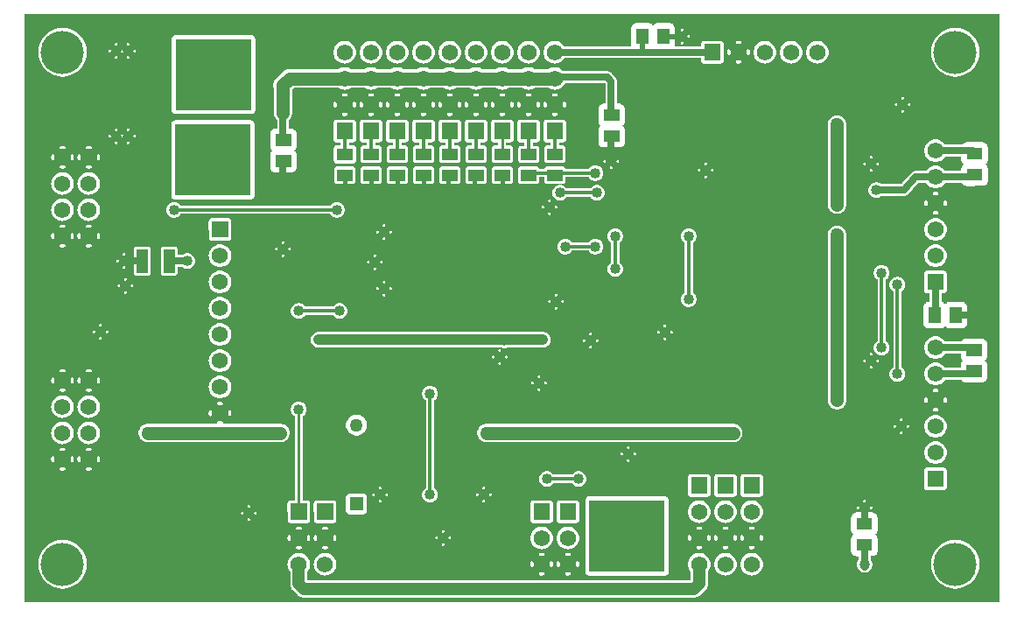
<source format=gbl>
G04 start of page 3 for group 1 idx 1 *
G04 Title: (unknown), solder *
G04 Creator: pcb 20110918 *
G04 CreationDate: Sun 30 Sep 2012 06:14:18 PM GMT UTC *
G04 For: ggallant *
G04 Format: Gerber/RS-274X *
G04 PCB-Dimensions: 372500 225000 *
G04 PCB-Coordinate-Origin: lower left *
%MOIN*%
%FSLAX25Y25*%
%LNBOTTOM*%
%ADD52C,0.0380*%
%ADD51C,0.0300*%
%ADD50C,0.1250*%
%ADD49C,0.1650*%
%ADD48R,0.0430X0.0430*%
%ADD47R,0.0450X0.0450*%
%ADD46R,0.2700X0.2700*%
%ADD45C,0.0700*%
%ADD44C,0.0620*%
%ADD43C,0.0450*%
%ADD42C,0.0400*%
%ADD41C,0.0200*%
%ADD40C,0.0150*%
%ADD39C,0.0500*%
%ADD38C,0.0100*%
%ADD37C,0.0120*%
%ADD36C,0.0250*%
%ADD35C,0.0001*%
G54D35*G36*
X357064Y95250D02*X357069Y94020D01*
X357147Y93699D01*
X357273Y93394D01*
X357446Y93112D01*
X357660Y92860D01*
X357912Y92646D01*
X357987Y92600D01*
X357912Y92554D01*
X357660Y92340D01*
X357446Y92088D01*
X357273Y91806D01*
X357147Y91501D01*
X357069Y91180D01*
X357050Y90850D01*
X357054Y89750D01*
X351200D01*
Y95250D01*
X357064D01*
G37*
G36*
X351200Y170250D02*X357364D01*
X357369Y168820D01*
X357447Y168499D01*
X357573Y168194D01*
X357746Y167912D01*
X357960Y167660D01*
X358212Y167446D01*
X358287Y167400D01*
X358212Y167354D01*
X357960Y167140D01*
X357746Y166888D01*
X357573Y166606D01*
X357447Y166301D01*
X357369Y165980D01*
X357350Y165650D01*
X357354Y164750D01*
X351200D01*
Y170250D01*
G37*
G36*
Y224500D02*X372000D01*
Y500D01*
X351200D01*
Y6562D01*
X352133Y6176D01*
X353549Y5836D01*
X355000Y5721D01*
X356451Y5836D01*
X357867Y6176D01*
X359212Y6733D01*
X360454Y7494D01*
X361561Y8439D01*
X362506Y9546D01*
X363267Y10788D01*
X363824Y12133D01*
X364164Y13549D01*
X364250Y15000D01*
X364164Y16451D01*
X363824Y17867D01*
X363267Y19212D01*
X362506Y20454D01*
X361561Y21561D01*
X360454Y22506D01*
X359212Y23267D01*
X357867Y23824D01*
X356451Y24164D01*
X355000Y24279D01*
X353549Y24164D01*
X352133Y23824D01*
X351200Y23438D01*
Y43360D01*
X351308Y43426D01*
X351451Y43549D01*
X351574Y43692D01*
X351673Y43854D01*
X351745Y44028D01*
X351789Y44212D01*
X351800Y44400D01*
X351789Y50788D01*
X351745Y50972D01*
X351673Y51146D01*
X351574Y51308D01*
X351451Y51451D01*
X351308Y51574D01*
X351200Y51640D01*
Y55308D01*
X351343Y55542D01*
X351602Y56167D01*
X351760Y56825D01*
X351800Y57500D01*
X351760Y58175D01*
X351602Y58833D01*
X351343Y59458D01*
X351200Y59692D01*
Y65308D01*
X351343Y65542D01*
X351602Y66167D01*
X351760Y66825D01*
X351800Y67500D01*
X351760Y68175D01*
X351602Y68833D01*
X351343Y69458D01*
X351200Y69692D01*
Y76396D01*
X351272Y76403D01*
X351363Y76427D01*
X351450Y76465D01*
X351529Y76516D01*
X351600Y76579D01*
X351659Y76652D01*
X351707Y76733D01*
X351742Y76821D01*
X351760Y76914D01*
X351800Y77304D01*
Y77696D01*
X351764Y78087D01*
X351745Y78180D01*
X351710Y78268D01*
X351662Y78350D01*
X351602Y78423D01*
X351531Y78487D01*
X351451Y78538D01*
X351364Y78576D01*
X351272Y78600D01*
X351200Y78607D01*
Y85250D01*
X357361D01*
X357446Y85112D01*
X357660Y84860D01*
X357912Y84646D01*
X358194Y84473D01*
X358499Y84347D01*
X358820Y84269D01*
X359150Y84250D01*
X365380Y84269D01*
X365701Y84347D01*
X366006Y84473D01*
X366288Y84646D01*
X366540Y84860D01*
X366754Y85112D01*
X366927Y85394D01*
X367053Y85699D01*
X367131Y86020D01*
X367150Y86350D01*
X367131Y91180D01*
X367053Y91501D01*
X366927Y91806D01*
X366754Y92088D01*
X366540Y92340D01*
X366288Y92554D01*
X366213Y92600D01*
X366288Y92646D01*
X366540Y92860D01*
X366754Y93112D01*
X366927Y93394D01*
X367053Y93699D01*
X367131Y94020D01*
X367150Y94350D01*
X367131Y99180D01*
X367053Y99501D01*
X366927Y99806D01*
X366754Y100088D01*
X366540Y100340D01*
X366288Y100554D01*
X366006Y100727D01*
X365701Y100853D01*
X365380Y100931D01*
X365050Y100950D01*
X358820Y100931D01*
X358499Y100853D01*
X358194Y100727D01*
X357912Y100554D01*
X357660Y100340D01*
X357446Y100088D01*
X357273Y99806D01*
X357250Y99750D01*
X351200D01*
Y105787D01*
X351246Y105712D01*
X351460Y105460D01*
X351712Y105246D01*
X351994Y105073D01*
X352299Y104947D01*
X352620Y104869D01*
X352950Y104850D01*
X357780Y104869D01*
X358101Y104947D01*
X358406Y105073D01*
X358688Y105246D01*
X358940Y105460D01*
X359154Y105712D01*
X359327Y105994D01*
X359453Y106299D01*
X359531Y106620D01*
X359550Y106950D01*
X359531Y113180D01*
X359453Y113501D01*
X359327Y113806D01*
X359154Y114088D01*
X358940Y114340D01*
X358688Y114554D01*
X358406Y114727D01*
X358101Y114853D01*
X357780Y114931D01*
X357450Y114950D01*
X352620Y114931D01*
X352299Y114853D01*
X351994Y114727D01*
X351712Y114554D01*
X351460Y114340D01*
X351246Y114088D01*
X351200Y114013D01*
Y118360D01*
X351308Y118426D01*
X351451Y118549D01*
X351574Y118692D01*
X351673Y118854D01*
X351745Y119028D01*
X351789Y119212D01*
X351800Y119400D01*
X351789Y125788D01*
X351745Y125972D01*
X351673Y126146D01*
X351574Y126308D01*
X351451Y126451D01*
X351308Y126574D01*
X351200Y126640D01*
Y130308D01*
X351343Y130542D01*
X351602Y131167D01*
X351760Y131825D01*
X351800Y132500D01*
X351760Y133175D01*
X351602Y133833D01*
X351343Y134458D01*
X351200Y134692D01*
Y140308D01*
X351343Y140542D01*
X351602Y141167D01*
X351760Y141825D01*
X351800Y142500D01*
X351760Y143175D01*
X351602Y143833D01*
X351343Y144458D01*
X351200Y144692D01*
Y151396D01*
X351272Y151403D01*
X351363Y151427D01*
X351450Y151465D01*
X351529Y151516D01*
X351600Y151579D01*
X351659Y151652D01*
X351707Y151733D01*
X351742Y151821D01*
X351760Y151914D01*
X351800Y152304D01*
Y152696D01*
X351764Y153087D01*
X351745Y153180D01*
X351710Y153268D01*
X351662Y153350D01*
X351602Y153423D01*
X351531Y153487D01*
X351451Y153538D01*
X351364Y153576D01*
X351272Y153600D01*
X351200Y153607D01*
Y160250D01*
X357550D01*
X357573Y160194D01*
X357746Y159912D01*
X357960Y159660D01*
X358212Y159446D01*
X358494Y159273D01*
X358799Y159147D01*
X359120Y159069D01*
X359450Y159050D01*
X365680Y159069D01*
X366001Y159147D01*
X366306Y159273D01*
X366588Y159446D01*
X366840Y159660D01*
X367054Y159912D01*
X367227Y160194D01*
X367353Y160499D01*
X367431Y160820D01*
X367450Y161150D01*
X367431Y165980D01*
X367353Y166301D01*
X367227Y166606D01*
X367054Y166888D01*
X366840Y167140D01*
X366588Y167354D01*
X366513Y167400D01*
X366588Y167446D01*
X366840Y167660D01*
X367054Y167912D01*
X367227Y168194D01*
X367353Y168499D01*
X367431Y168820D01*
X367450Y169150D01*
X367431Y173980D01*
X367353Y174301D01*
X367227Y174606D01*
X367054Y174888D01*
X366840Y175140D01*
X366588Y175354D01*
X366306Y175527D01*
X366001Y175653D01*
X365680Y175731D01*
X365350Y175750D01*
X359120Y175731D01*
X358799Y175653D01*
X358494Y175527D01*
X358212Y175354D01*
X357960Y175140D01*
X357746Y174888D01*
X357661Y174750D01*
X351200D01*
Y201562D01*
X352133Y201176D01*
X353549Y200836D01*
X355000Y200721D01*
X356451Y200836D01*
X357867Y201176D01*
X359212Y201733D01*
X360454Y202494D01*
X361561Y203439D01*
X362506Y204546D01*
X363267Y205788D01*
X363824Y207133D01*
X364164Y208549D01*
X364250Y210000D01*
X364164Y211451D01*
X363824Y212867D01*
X363267Y214212D01*
X362506Y215454D01*
X361561Y216561D01*
X360454Y217506D01*
X359212Y218267D01*
X357867Y218824D01*
X356451Y219164D01*
X355000Y219279D01*
X353549Y219164D01*
X352133Y218824D01*
X351200Y218438D01*
Y224500D01*
G37*
G36*
Y114013D02*X351154Y114088D01*
X350940Y114340D01*
X350688Y114554D01*
X350406Y114727D01*
X350101Y114853D01*
X349780Y114931D01*
X349750Y114932D01*
Y118209D01*
X350788Y118211D01*
X350972Y118255D01*
X351146Y118327D01*
X351200Y118360D01*
Y114013D01*
G37*
G36*
X347502Y43205D02*X350788Y43211D01*
X350972Y43255D01*
X351146Y43327D01*
X351200Y43360D01*
Y23438D01*
X350788Y23267D01*
X349546Y22506D01*
X348439Y21561D01*
X347502Y20463D01*
Y43205D01*
G37*
G36*
Y53187D02*X348175Y53240D01*
X348833Y53398D01*
X349458Y53657D01*
X350035Y54010D01*
X350550Y54450D01*
X350990Y54965D01*
X351200Y55308D01*
Y51640D01*
X351146Y51673D01*
X350972Y51745D01*
X350788Y51789D01*
X350600Y51800D01*
X347502Y51795D01*
Y53187D01*
G37*
G36*
Y63187D02*X348175Y63240D01*
X348833Y63398D01*
X349458Y63657D01*
X350035Y64010D01*
X350550Y64450D01*
X350990Y64965D01*
X351200Y65308D01*
Y59692D01*
X350990Y60035D01*
X350550Y60550D01*
X350035Y60990D01*
X349458Y61343D01*
X348833Y61602D01*
X348175Y61760D01*
X347502Y61813D01*
Y63187D01*
G37*
G36*
Y83187D02*X348175Y83240D01*
X348833Y83398D01*
X349458Y83657D01*
X350035Y84010D01*
X350550Y84450D01*
X350990Y84965D01*
X351164Y85250D01*
X351200D01*
Y78607D01*
X351178Y78609D01*
X351083Y78604D01*
X350990Y78584D01*
X350902Y78549D01*
X350820Y78501D01*
X350746Y78441D01*
X350683Y78370D01*
X350632Y78290D01*
X350594Y78203D01*
X350570Y78111D01*
X350560Y78017D01*
X350568Y77922D01*
X350597Y77641D01*
Y77359D01*
X350571Y77077D01*
X350564Y76983D01*
X350573Y76889D01*
X350597Y76798D01*
X350635Y76712D01*
X350686Y76632D01*
X350749Y76561D01*
X350822Y76502D01*
X350903Y76454D01*
X350991Y76420D01*
X351083Y76399D01*
X351178Y76394D01*
X351200Y76396D01*
Y69692D01*
X350990Y70035D01*
X350550Y70550D01*
X350035Y70990D01*
X349458Y71343D01*
X348833Y71602D01*
X348175Y71760D01*
X347502Y71813D01*
Y73200D01*
X347696D01*
X348087Y73236D01*
X348180Y73255D01*
X348268Y73290D01*
X348350Y73338D01*
X348423Y73398D01*
X348487Y73469D01*
X348538Y73549D01*
X348576Y73636D01*
X348600Y73728D01*
X348609Y73822D01*
X348604Y73917D01*
X348584Y74010D01*
X348549Y74098D01*
X348501Y74180D01*
X348441Y74254D01*
X348370Y74317D01*
X348290Y74368D01*
X348203Y74406D01*
X348111Y74430D01*
X348017Y74440D01*
X347922Y74432D01*
X347641Y74403D01*
X347502D01*
Y80597D01*
X347641D01*
X347923Y80571D01*
X348017Y80564D01*
X348111Y80573D01*
X348202Y80597D01*
X348288Y80635D01*
X348368Y80686D01*
X348439Y80749D01*
X348498Y80822D01*
X348546Y80903D01*
X348580Y80991D01*
X348601Y81083D01*
X348606Y81178D01*
X348597Y81272D01*
X348573Y81363D01*
X348535Y81450D01*
X348484Y81529D01*
X348421Y81600D01*
X348348Y81659D01*
X348267Y81707D01*
X348179Y81742D01*
X348086Y81760D01*
X347696Y81800D01*
X347502D01*
Y83187D01*
G37*
G36*
Y93187D02*X348175Y93240D01*
X348833Y93398D01*
X349458Y93657D01*
X350035Y94010D01*
X350550Y94450D01*
X350990Y94965D01*
X351164Y95250D01*
X351200D01*
Y89750D01*
X351164D01*
X350990Y90035D01*
X350550Y90550D01*
X350035Y90990D01*
X349458Y91343D01*
X348833Y91602D01*
X348175Y91760D01*
X347502Y91813D01*
Y93187D01*
G37*
G36*
Y104860D02*X349780Y104869D01*
X350101Y104947D01*
X350406Y105073D01*
X350688Y105246D01*
X350940Y105460D01*
X351154Y105712D01*
X351200Y105787D01*
Y99750D01*
X351164D01*
X350990Y100035D01*
X350550Y100550D01*
X350035Y100990D01*
X349458Y101343D01*
X348833Y101602D01*
X348175Y101760D01*
X347502Y101813D01*
Y104860D01*
G37*
G36*
Y128187D02*X348175Y128240D01*
X348833Y128398D01*
X349458Y128657D01*
X350035Y129010D01*
X350550Y129450D01*
X350990Y129965D01*
X351200Y130308D01*
Y126640D01*
X351146Y126673D01*
X350972Y126745D01*
X350788Y126789D01*
X350600Y126800D01*
X347502Y126795D01*
Y128187D01*
G37*
G36*
Y138187D02*X348175Y138240D01*
X348833Y138398D01*
X349458Y138657D01*
X350035Y139010D01*
X350550Y139450D01*
X350990Y139965D01*
X351200Y140308D01*
Y134692D01*
X350990Y135035D01*
X350550Y135550D01*
X350035Y135990D01*
X349458Y136343D01*
X348833Y136602D01*
X348175Y136760D01*
X347502Y136813D01*
Y138187D01*
G37*
G36*
Y158187D02*X348175Y158240D01*
X348833Y158398D01*
X349458Y158657D01*
X350035Y159010D01*
X350550Y159450D01*
X350990Y159965D01*
X351164Y160250D01*
X351200D01*
Y153607D01*
X351178Y153609D01*
X351083Y153604D01*
X350990Y153584D01*
X350902Y153549D01*
X350820Y153501D01*
X350746Y153441D01*
X350683Y153370D01*
X350632Y153290D01*
X350594Y153203D01*
X350570Y153111D01*
X350560Y153017D01*
X350568Y152922D01*
X350597Y152641D01*
Y152359D01*
X350571Y152077D01*
X350564Y151983D01*
X350573Y151889D01*
X350597Y151798D01*
X350635Y151712D01*
X350686Y151632D01*
X350749Y151561D01*
X350822Y151502D01*
X350903Y151454D01*
X350991Y151420D01*
X351083Y151399D01*
X351178Y151394D01*
X351200Y151396D01*
Y144692D01*
X350990Y145035D01*
X350550Y145550D01*
X350035Y145990D01*
X349458Y146343D01*
X348833Y146602D01*
X348175Y146760D01*
X347502Y146813D01*
Y148200D01*
X347696D01*
X348087Y148236D01*
X348180Y148255D01*
X348268Y148290D01*
X348350Y148338D01*
X348423Y148398D01*
X348487Y148469D01*
X348538Y148549D01*
X348576Y148636D01*
X348600Y148728D01*
X348609Y148822D01*
X348604Y148917D01*
X348584Y149010D01*
X348549Y149098D01*
X348501Y149180D01*
X348441Y149254D01*
X348370Y149317D01*
X348290Y149368D01*
X348203Y149406D01*
X348111Y149430D01*
X348017Y149440D01*
X347922Y149432D01*
X347641Y149403D01*
X347502D01*
Y155597D01*
X347641D01*
X347923Y155571D01*
X348017Y155564D01*
X348111Y155573D01*
X348202Y155597D01*
X348288Y155635D01*
X348368Y155686D01*
X348439Y155749D01*
X348498Y155822D01*
X348546Y155903D01*
X348580Y155991D01*
X348601Y156083D01*
X348606Y156178D01*
X348597Y156272D01*
X348573Y156363D01*
X348535Y156450D01*
X348484Y156529D01*
X348421Y156600D01*
X348348Y156659D01*
X348267Y156707D01*
X348179Y156742D01*
X348086Y156760D01*
X347696Y156800D01*
X347502D01*
Y158187D01*
G37*
G36*
X351200Y500D02*X347502D01*
Y9537D01*
X348439Y8439D01*
X349546Y7494D01*
X350788Y6733D01*
X351200Y6562D01*
Y500D01*
G37*
G36*
X343820Y55276D02*X344010Y54965D01*
X344450Y54450D01*
X344965Y54010D01*
X345542Y53657D01*
X346167Y53398D01*
X346825Y53240D01*
X347500Y53187D01*
X347502Y53187D01*
Y51795D01*
X344212Y51789D01*
X344028Y51745D01*
X343854Y51673D01*
X343820Y51652D01*
Y55276D01*
G37*
G36*
Y65276D02*X344010Y64965D01*
X344450Y64450D01*
X344965Y64010D01*
X345542Y63657D01*
X346167Y63398D01*
X346825Y63240D01*
X347500Y63187D01*
X347502Y63187D01*
Y61813D01*
X347500Y61813D01*
X346825Y61760D01*
X346167Y61602D01*
X345542Y61343D01*
X344965Y60990D01*
X344450Y60550D01*
X344010Y60035D01*
X343820Y59724D01*
Y65276D01*
G37*
G36*
Y85276D02*X344010Y84965D01*
X344450Y84450D01*
X344965Y84010D01*
X345542Y83657D01*
X346167Y83398D01*
X346825Y83240D01*
X347500Y83187D01*
X347502Y83187D01*
Y81800D01*
X347304D01*
X346913Y81764D01*
X346820Y81745D01*
X346732Y81710D01*
X346650Y81662D01*
X346577Y81602D01*
X346513Y81531D01*
X346462Y81451D01*
X346424Y81364D01*
X346400Y81272D01*
X346391Y81178D01*
X346396Y81083D01*
X346416Y80990D01*
X346451Y80902D01*
X346499Y80820D01*
X346559Y80746D01*
X346630Y80683D01*
X346710Y80632D01*
X346797Y80594D01*
X346889Y80570D01*
X346983Y80561D01*
X347078Y80568D01*
X347359Y80597D01*
X347502D01*
Y74403D01*
X347359D01*
X347077Y74429D01*
X346983Y74436D01*
X346889Y74427D01*
X346798Y74403D01*
X346712Y74365D01*
X346632Y74314D01*
X346561Y74251D01*
X346502Y74178D01*
X346454Y74097D01*
X346420Y74009D01*
X346399Y73917D01*
X346394Y73822D01*
X346403Y73728D01*
X346427Y73637D01*
X346465Y73550D01*
X346516Y73471D01*
X346579Y73400D01*
X346652Y73341D01*
X346733Y73293D01*
X346821Y73258D01*
X346914Y73240D01*
X347304Y73200D01*
X347502D01*
Y71813D01*
X347500Y71813D01*
X346825Y71760D01*
X346167Y71602D01*
X345542Y71343D01*
X344965Y70990D01*
X344450Y70550D01*
X344010Y70035D01*
X343820Y69724D01*
Y76391D01*
X343822Y76391D01*
X343917Y76396D01*
X344010Y76416D01*
X344098Y76451D01*
X344180Y76499D01*
X344254Y76559D01*
X344317Y76630D01*
X344368Y76710D01*
X344406Y76797D01*
X344430Y76889D01*
X344439Y76983D01*
X344432Y77078D01*
X344403Y77359D01*
Y77641D01*
X344429Y77923D01*
X344436Y78017D01*
X344427Y78111D01*
X344403Y78202D01*
X344365Y78288D01*
X344314Y78368D01*
X344251Y78439D01*
X344178Y78498D01*
X344097Y78546D01*
X344009Y78580D01*
X343917Y78601D01*
X343822Y78606D01*
X343820Y78606D01*
Y85276D01*
G37*
G36*
Y95276D02*X344010Y94965D01*
X344450Y94450D01*
X344965Y94010D01*
X345542Y93657D01*
X346167Y93398D01*
X346825Y93240D01*
X347500Y93187D01*
X347502Y93187D01*
Y91813D01*
X347500Y91813D01*
X346825Y91760D01*
X346167Y91602D01*
X345542Y91343D01*
X344965Y90990D01*
X344450Y90550D01*
X344010Y90035D01*
X343820Y89724D01*
Y95276D01*
G37*
G36*
Y105180D02*X343994Y105073D01*
X344299Y104947D01*
X344620Y104869D01*
X344950Y104850D01*
X347502Y104860D01*
Y101813D01*
X347500Y101813D01*
X346825Y101760D01*
X346167Y101602D01*
X345542Y101343D01*
X344965Y100990D01*
X344450Y100550D01*
X344010Y100035D01*
X343820Y99724D01*
Y105180D01*
G37*
G36*
Y118348D02*X343854Y118327D01*
X344028Y118255D01*
X344212Y118211D01*
X344400Y118200D01*
X345250Y118201D01*
Y114933D01*
X344620Y114931D01*
X344299Y114853D01*
X343994Y114727D01*
X343820Y114620D01*
Y118348D01*
G37*
G36*
Y130276D02*X344010Y129965D01*
X344450Y129450D01*
X344965Y129010D01*
X345542Y128657D01*
X346167Y128398D01*
X346825Y128240D01*
X347500Y128187D01*
X347502Y128187D01*
Y126795D01*
X344212Y126789D01*
X344028Y126745D01*
X343854Y126673D01*
X343820Y126652D01*
Y130276D01*
G37*
G36*
Y140276D02*X344010Y139965D01*
X344450Y139450D01*
X344965Y139010D01*
X345542Y138657D01*
X346167Y138398D01*
X346825Y138240D01*
X347500Y138187D01*
X347502Y138187D01*
Y136813D01*
X347500Y136813D01*
X346825Y136760D01*
X346167Y136602D01*
X345542Y136343D01*
X344965Y135990D01*
X344450Y135550D01*
X344010Y135035D01*
X343820Y134724D01*
Y140276D01*
G37*
G36*
Y160250D02*X343836D01*
X344010Y159965D01*
X344450Y159450D01*
X344965Y159010D01*
X345542Y158657D01*
X346167Y158398D01*
X346825Y158240D01*
X347500Y158187D01*
X347502Y158187D01*
Y156800D01*
X347304D01*
X346913Y156764D01*
X346820Y156745D01*
X346732Y156710D01*
X346650Y156662D01*
X346577Y156602D01*
X346513Y156531D01*
X346462Y156451D01*
X346424Y156364D01*
X346400Y156272D01*
X346391Y156178D01*
X346396Y156083D01*
X346416Y155990D01*
X346451Y155902D01*
X346499Y155820D01*
X346559Y155746D01*
X346630Y155683D01*
X346710Y155632D01*
X346797Y155594D01*
X346889Y155570D01*
X346983Y155561D01*
X347078Y155568D01*
X347359Y155597D01*
X347502D01*
Y149403D01*
X347359D01*
X347077Y149429D01*
X346983Y149436D01*
X346889Y149427D01*
X346798Y149403D01*
X346712Y149365D01*
X346632Y149314D01*
X346561Y149251D01*
X346502Y149178D01*
X346454Y149097D01*
X346420Y149009D01*
X346399Y148917D01*
X346394Y148822D01*
X346403Y148728D01*
X346427Y148637D01*
X346465Y148550D01*
X346516Y148471D01*
X346579Y148400D01*
X346652Y148341D01*
X346733Y148293D01*
X346821Y148258D01*
X346914Y148240D01*
X347304Y148200D01*
X347502D01*
Y146813D01*
X347500Y146813D01*
X346825Y146760D01*
X346167Y146602D01*
X345542Y146343D01*
X344965Y145990D01*
X344450Y145550D01*
X344010Y145035D01*
X343820Y144724D01*
Y151391D01*
X343822Y151391D01*
X343917Y151396D01*
X344010Y151416D01*
X344098Y151451D01*
X344180Y151499D01*
X344254Y151559D01*
X344317Y151630D01*
X344368Y151710D01*
X344406Y151797D01*
X344430Y151889D01*
X344439Y151983D01*
X344432Y152078D01*
X344403Y152359D01*
Y152641D01*
X344429Y152923D01*
X344436Y153017D01*
X344427Y153111D01*
X344403Y153202D01*
X344365Y153288D01*
X344314Y153368D01*
X344251Y153439D01*
X344178Y153498D01*
X344097Y153546D01*
X344009Y153580D01*
X343917Y153601D01*
X343822Y153606D01*
X343820Y153606D01*
Y160250D01*
G37*
G36*
X347502Y500D02*X343820D01*
Y43348D01*
X343854Y43327D01*
X344028Y43255D01*
X344212Y43211D01*
X344400Y43200D01*
X347502Y43205D01*
Y20463D01*
X347494Y20454D01*
X346733Y19212D01*
X346176Y17867D01*
X345836Y16451D01*
X345721Y15000D01*
X345836Y13549D01*
X346176Y12133D01*
X346733Y10788D01*
X347494Y9546D01*
X347502Y9537D01*
Y500D01*
G37*
G36*
X343820D02*X337000D01*
Y66962D01*
X337071Y66967D01*
X337148Y66984D01*
X337221Y67013D01*
X337289Y67053D01*
X337349Y67104D01*
X337401Y67163D01*
X337443Y67229D01*
X337474Y67302D01*
X337494Y67378D01*
X337500Y67456D01*
X337500Y67544D01*
X337494Y67622D01*
X337475Y67699D01*
X337443Y67771D01*
X337401Y67837D01*
X337349Y67896D01*
X337289Y67947D01*
X337221Y67987D01*
X337148Y68016D01*
X337071Y68033D01*
X337000Y68038D01*
Y155822D01*
X337096Y155904D01*
X337192Y156016D01*
X341002Y160250D01*
X343820D01*
Y153606D01*
X343728Y153597D01*
X343637Y153573D01*
X343550Y153535D01*
X343471Y153484D01*
X343400Y153421D01*
X343341Y153348D01*
X343293Y153267D01*
X343258Y153179D01*
X343240Y153086D01*
X343200Y152696D01*
Y152304D01*
X343236Y151913D01*
X343255Y151820D01*
X343290Y151732D01*
X343338Y151650D01*
X343398Y151577D01*
X343469Y151513D01*
X343549Y151462D01*
X343636Y151424D01*
X343728Y151400D01*
X343820Y151391D01*
Y144724D01*
X343657Y144458D01*
X343398Y143833D01*
X343240Y143175D01*
X343187Y142500D01*
X343240Y141825D01*
X343398Y141167D01*
X343657Y140542D01*
X343820Y140276D01*
Y134724D01*
X343657Y134458D01*
X343398Y133833D01*
X343240Y133175D01*
X343187Y132500D01*
X343240Y131825D01*
X343398Y131167D01*
X343657Y130542D01*
X343820Y130276D01*
Y126652D01*
X343692Y126574D01*
X343549Y126451D01*
X343426Y126308D01*
X343327Y126146D01*
X343255Y125972D01*
X343211Y125788D01*
X343200Y125600D01*
X343211Y119212D01*
X343255Y119028D01*
X343327Y118854D01*
X343426Y118692D01*
X343549Y118549D01*
X343692Y118426D01*
X343820Y118348D01*
Y114620D01*
X343712Y114554D01*
X343460Y114340D01*
X343246Y114088D01*
X343073Y113806D01*
X342947Y113501D01*
X342869Y113180D01*
X342850Y112850D01*
X342869Y106620D01*
X342947Y106299D01*
X343073Y105994D01*
X343246Y105712D01*
X343460Y105460D01*
X343712Y105246D01*
X343820Y105180D01*
Y99724D01*
X343657Y99458D01*
X343398Y98833D01*
X343240Y98175D01*
X343187Y97500D01*
X343240Y96825D01*
X343398Y96167D01*
X343657Y95542D01*
X343820Y95276D01*
Y89724D01*
X343657Y89458D01*
X343398Y88833D01*
X343240Y88175D01*
X343187Y87500D01*
X343240Y86825D01*
X343398Y86167D01*
X343657Y85542D01*
X343820Y85276D01*
Y78606D01*
X343728Y78597D01*
X343637Y78573D01*
X343550Y78535D01*
X343471Y78484D01*
X343400Y78421D01*
X343341Y78348D01*
X343293Y78267D01*
X343258Y78179D01*
X343240Y78086D01*
X343200Y77696D01*
Y77304D01*
X343236Y76913D01*
X343255Y76820D01*
X343290Y76732D01*
X343338Y76650D01*
X343398Y76577D01*
X343469Y76513D01*
X343549Y76462D01*
X343636Y76424D01*
X343728Y76400D01*
X343820Y76391D01*
Y69724D01*
X343657Y69458D01*
X343398Y68833D01*
X343240Y68175D01*
X343187Y67500D01*
X343240Y66825D01*
X343398Y66167D01*
X343657Y65542D01*
X343820Y65276D01*
Y59724D01*
X343657Y59458D01*
X343398Y58833D01*
X343240Y58175D01*
X343187Y57500D01*
X343240Y56825D01*
X343398Y56167D01*
X343657Y55542D01*
X343820Y55276D01*
Y51652D01*
X343692Y51574D01*
X343549Y51451D01*
X343426Y51308D01*
X343327Y51146D01*
X343255Y50972D01*
X343211Y50788D01*
X343200Y50600D01*
X343211Y44212D01*
X343255Y44028D01*
X343327Y43854D01*
X343426Y43692D01*
X343549Y43549D01*
X343692Y43426D01*
X343820Y43348D01*
Y500D01*
G37*
G36*
X337000D02*X334500D01*
Y64500D01*
X334544Y64500D01*
X334622Y64506D01*
X334699Y64525D01*
X334771Y64557D01*
X334837Y64599D01*
X334896Y64651D01*
X334947Y64711D01*
X334987Y64779D01*
X335016Y64852D01*
X335033Y64929D01*
X335038Y65008D01*
X335031Y65086D01*
X335011Y65162D01*
X334980Y65235D01*
X334938Y65301D01*
X334886Y65360D01*
X334825Y65410D01*
X334758Y65451D01*
X334685Y65480D01*
X334608Y65497D01*
X334529Y65500D01*
X334500Y65500D01*
Y69500D01*
X334529Y69500D01*
X334608Y69503D01*
X334684Y69521D01*
X334758Y69550D01*
X334825Y69590D01*
X334886Y69640D01*
X334938Y69699D01*
X334980Y69766D01*
X335011Y69838D01*
X335031Y69914D01*
X335038Y69992D01*
X335033Y70071D01*
X335016Y70148D01*
X334987Y70221D01*
X334947Y70289D01*
X334896Y70349D01*
X334837Y70401D01*
X334771Y70443D01*
X334698Y70474D01*
X334622Y70494D01*
X334544Y70500D01*
X334500Y70500D01*
Y84901D01*
X334769Y85065D01*
X335128Y85372D01*
X335435Y85731D01*
X335681Y86134D01*
X335862Y86570D01*
X335972Y87029D01*
X336000Y87500D01*
X335972Y87971D01*
X335862Y88430D01*
X335681Y88866D01*
X335435Y89269D01*
X335128Y89628D01*
X334769Y89935D01*
X334600Y90038D01*
Y118962D01*
X334769Y119065D01*
X335128Y119372D01*
X335435Y119731D01*
X335681Y120134D01*
X335862Y120570D01*
X335972Y121029D01*
X336000Y121500D01*
X335972Y121971D01*
X335862Y122430D01*
X335681Y122866D01*
X335435Y123269D01*
X335128Y123628D01*
X334769Y123935D01*
X334500Y124099D01*
Y155250D01*
X335472D01*
X335619Y155246D01*
X335767Y155266D01*
X335853Y155271D01*
X335911Y155285D01*
X335970Y155292D01*
X336083Y155326D01*
X336197Y155354D01*
X336252Y155376D01*
X336309Y155393D01*
X336416Y155444D01*
X336525Y155489D01*
X336575Y155520D01*
X336629Y155546D01*
X336726Y155612D01*
X336827Y155674D01*
X336872Y155713D01*
X336921Y155746D01*
X336982Y155807D01*
X337000Y155822D01*
Y68038D01*
X336992Y68038D01*
X336914Y68031D01*
X336838Y68011D01*
X336765Y67980D01*
X336699Y67938D01*
X336640Y67886D01*
X336590Y67825D01*
X336549Y67758D01*
X336520Y67685D01*
X336503Y67608D01*
X336500Y67529D01*
X336500Y67471D01*
X336503Y67392D01*
X336521Y67316D01*
X336550Y67242D01*
X336590Y67175D01*
X336640Y67114D01*
X336699Y67062D01*
X336766Y67020D01*
X336838Y66989D01*
X336914Y66969D01*
X336992Y66962D01*
X337000Y66962D01*
Y500D01*
G37*
G36*
X334500Y124099D02*X334366Y124181D01*
X333930Y124362D01*
X333471Y124472D01*
X333000Y124509D01*
X332995Y124509D01*
Y155250D01*
X334500D01*
Y124099D01*
G37*
G36*
Y500D02*X332995D01*
Y84491D01*
X333000Y84491D01*
X333471Y84528D01*
X333930Y84638D01*
X334366Y84819D01*
X334500Y84901D01*
Y70500D01*
X334456Y70500D01*
X334378Y70494D01*
X334301Y70475D01*
X334229Y70443D01*
X334163Y70401D01*
X334104Y70349D01*
X334053Y70289D01*
X334013Y70221D01*
X333984Y70148D01*
X333967Y70071D01*
X333962Y69992D01*
X333969Y69914D01*
X333989Y69838D01*
X334020Y69765D01*
X334062Y69699D01*
X334114Y69640D01*
X334175Y69590D01*
X334242Y69549D01*
X334315Y69520D01*
X334392Y69503D01*
X334471Y69500D01*
X334500Y69500D01*
Y65500D01*
X334471Y65500D01*
X334392Y65497D01*
X334315Y65479D01*
X334242Y65450D01*
X334175Y65410D01*
X334114Y65360D01*
X334062Y65301D01*
X334020Y65234D01*
X333989Y65162D01*
X333969Y65086D01*
X333962Y65008D01*
X333967Y64929D01*
X333984Y64852D01*
X334013Y64779D01*
X334053Y64711D01*
X334104Y64651D01*
X334163Y64599D01*
X334229Y64557D01*
X334302Y64526D01*
X334378Y64506D01*
X334456Y64500D01*
X334500Y64500D01*
Y500D01*
G37*
G36*
X337500Y224500D02*X351200D01*
Y218438D01*
X350788Y218267D01*
X349546Y217506D01*
X348439Y216561D01*
X347494Y215454D01*
X346733Y214212D01*
X346176Y212867D01*
X345836Y211451D01*
X345721Y210000D01*
X345836Y208549D01*
X346176Y207133D01*
X346733Y205788D01*
X347494Y204546D01*
X348439Y203439D01*
X349546Y202494D01*
X350788Y201733D01*
X351200Y201562D01*
Y174750D01*
X351164D01*
X350990Y175035D01*
X350550Y175550D01*
X350035Y175990D01*
X349458Y176343D01*
X348833Y176602D01*
X348175Y176760D01*
X347500Y176813D01*
X346825Y176760D01*
X346167Y176602D01*
X345542Y176343D01*
X344965Y175990D01*
X344450Y175550D01*
X344010Y175035D01*
X343657Y174458D01*
X343398Y173833D01*
X343240Y173175D01*
X343187Y172500D01*
X343240Y171825D01*
X343398Y171167D01*
X343657Y170542D01*
X344010Y169965D01*
X344450Y169450D01*
X344965Y169010D01*
X345542Y168657D01*
X346167Y168398D01*
X346825Y168240D01*
X347500Y168187D01*
X348175Y168240D01*
X348833Y168398D01*
X349458Y168657D01*
X350035Y169010D01*
X350550Y169450D01*
X350990Y169965D01*
X351164Y170250D01*
X351200D01*
Y164750D01*
X351164D01*
X350990Y165035D01*
X350550Y165550D01*
X350035Y165990D01*
X349458Y166343D01*
X348833Y166602D01*
X348175Y166760D01*
X347500Y166813D01*
X346825Y166760D01*
X346167Y166602D01*
X345542Y166343D01*
X344965Y165990D01*
X344450Y165550D01*
X344010Y165035D01*
X343836Y164750D01*
X340028D01*
X339881Y164754D01*
X339733Y164734D01*
X339647Y164729D01*
X339589Y164715D01*
X339530Y164708D01*
X339417Y164674D01*
X339303Y164646D01*
X339248Y164624D01*
X339191Y164607D01*
X339084Y164556D01*
X338975Y164511D01*
X338925Y164480D01*
X338871Y164454D01*
X338774Y164387D01*
X338673Y164326D01*
X338628Y164287D01*
X338579Y164254D01*
X338518Y164193D01*
X338404Y164096D01*
X338309Y163984D01*
X337500Y163085D01*
Y189462D01*
X337571Y189467D01*
X337648Y189484D01*
X337721Y189513D01*
X337789Y189553D01*
X337849Y189604D01*
X337901Y189663D01*
X337943Y189729D01*
X337974Y189802D01*
X337994Y189878D01*
X338000Y189956D01*
X338000Y190044D01*
X337994Y190122D01*
X337975Y190199D01*
X337943Y190271D01*
X337901Y190337D01*
X337849Y190396D01*
X337789Y190447D01*
X337721Y190487D01*
X337648Y190516D01*
X337571Y190533D01*
X337500Y190538D01*
Y224500D01*
G37*
G36*
X335000D02*X337500D01*
Y190538D01*
X337492Y190538D01*
X337414Y190531D01*
X337338Y190511D01*
X337265Y190480D01*
X337199Y190438D01*
X337140Y190386D01*
X337090Y190325D01*
X337049Y190258D01*
X337020Y190185D01*
X337003Y190108D01*
X337000Y190029D01*
X337000Y189971D01*
X337003Y189892D01*
X337021Y189816D01*
X337050Y189742D01*
X337090Y189675D01*
X337140Y189614D01*
X337199Y189562D01*
X337266Y189520D01*
X337338Y189489D01*
X337414Y189469D01*
X337492Y189462D01*
X337500Y189462D01*
Y163085D01*
X335000Y160308D01*
Y187000D01*
X335044Y187000D01*
X335122Y187006D01*
X335199Y187025D01*
X335271Y187057D01*
X335337Y187099D01*
X335396Y187151D01*
X335447Y187211D01*
X335487Y187279D01*
X335516Y187352D01*
X335533Y187429D01*
X335538Y187508D01*
X335531Y187586D01*
X335511Y187662D01*
X335480Y187735D01*
X335438Y187801D01*
X335386Y187860D01*
X335325Y187910D01*
X335258Y187951D01*
X335185Y187980D01*
X335108Y187997D01*
X335029Y188000D01*
X335000Y188000D01*
Y192000D01*
X335029Y192000D01*
X335108Y192003D01*
X335184Y192021D01*
X335258Y192050D01*
X335325Y192090D01*
X335386Y192140D01*
X335438Y192199D01*
X335480Y192266D01*
X335511Y192338D01*
X335531Y192414D01*
X335538Y192492D01*
X335533Y192571D01*
X335516Y192648D01*
X335487Y192721D01*
X335447Y192789D01*
X335396Y192849D01*
X335337Y192901D01*
X335271Y192943D01*
X335198Y192974D01*
X335122Y192994D01*
X335044Y193000D01*
X335000Y193000D01*
Y224500D01*
G37*
G36*
X332995D02*X335000D01*
Y193000D01*
X334956Y193000D01*
X334878Y192994D01*
X334801Y192975D01*
X334729Y192943D01*
X334663Y192901D01*
X334604Y192849D01*
X334553Y192789D01*
X334513Y192721D01*
X334484Y192648D01*
X334467Y192571D01*
X334462Y192492D01*
X334469Y192414D01*
X334489Y192338D01*
X334520Y192265D01*
X334562Y192199D01*
X334614Y192140D01*
X334675Y192090D01*
X334742Y192049D01*
X334815Y192020D01*
X334892Y192003D01*
X334971Y192000D01*
X335000Y192000D01*
Y188000D01*
X334971Y188000D01*
X334892Y187997D01*
X334815Y187979D01*
X334742Y187950D01*
X334675Y187910D01*
X334614Y187860D01*
X334562Y187801D01*
X334520Y187734D01*
X334489Y187662D01*
X334469Y187586D01*
X334462Y187508D01*
X334467Y187429D01*
X334484Y187352D01*
X334513Y187279D01*
X334553Y187211D01*
X334604Y187151D01*
X334663Y187099D01*
X334729Y187057D01*
X334802Y187026D01*
X334878Y187006D01*
X334956Y187000D01*
X335000Y187000D01*
Y160308D01*
X334498Y159750D01*
X332995D01*
Y189885D01*
X332997Y189892D01*
X333000Y189971D01*
X333000Y190029D01*
X332997Y190108D01*
X332995Y190114D01*
Y224500D01*
G37*
G36*
X332000Y84667D02*X332070Y84638D01*
X332529Y84528D01*
X332995Y84491D01*
Y500D01*
X332000D01*
Y66962D01*
X332008Y66962D01*
X332086Y66969D01*
X332162Y66989D01*
X332235Y67020D01*
X332301Y67062D01*
X332360Y67114D01*
X332410Y67175D01*
X332451Y67242D01*
X332480Y67315D01*
X332497Y67392D01*
X332500Y67471D01*
X332500Y67529D01*
X332497Y67608D01*
X332479Y67685D01*
X332450Y67758D01*
X332410Y67825D01*
X332360Y67886D01*
X332301Y67938D01*
X332234Y67980D01*
X332162Y68011D01*
X332086Y68031D01*
X332008Y68038D01*
X332000Y68038D01*
Y84667D01*
G37*
G36*
Y155250D02*X332995D01*
Y124509D01*
X332529Y124472D01*
X332070Y124362D01*
X332000Y124333D01*
Y155250D01*
G37*
G36*
X326995D02*X332000D01*
Y124333D01*
X331634Y124181D01*
X331231Y123935D01*
X330872Y123628D01*
X330565Y123269D01*
X330319Y122866D01*
X330138Y122430D01*
X330028Y121971D01*
X329991Y121500D01*
X330028Y121029D01*
X330138Y120570D01*
X330319Y120134D01*
X330565Y119731D01*
X330872Y119372D01*
X331231Y119065D01*
X331400Y118962D01*
Y90038D01*
X331231Y89935D01*
X330872Y89628D01*
X330565Y89269D01*
X330319Y88866D01*
X330138Y88430D01*
X330028Y87971D01*
X329991Y87500D01*
X330028Y87029D01*
X330138Y86570D01*
X330319Y86134D01*
X330565Y85731D01*
X330872Y85372D01*
X331231Y85065D01*
X331634Y84819D01*
X332000Y84667D01*
Y68038D01*
X331929Y68033D01*
X331852Y68016D01*
X331779Y67987D01*
X331711Y67947D01*
X331651Y67896D01*
X331599Y67837D01*
X331557Y67771D01*
X331526Y67698D01*
X331506Y67622D01*
X331500Y67544D01*
X331500Y67456D01*
X331506Y67378D01*
X331525Y67301D01*
X331557Y67229D01*
X331599Y67163D01*
X331651Y67104D01*
X331711Y67053D01*
X331779Y67013D01*
X331852Y66984D01*
X331929Y66967D01*
X332000Y66962D01*
Y500D01*
X326995D01*
Y94491D01*
X327000Y94491D01*
X327471Y94528D01*
X327930Y94638D01*
X328366Y94819D01*
X328769Y95065D01*
X329128Y95372D01*
X329435Y95731D01*
X329681Y96134D01*
X329862Y96570D01*
X329972Y97029D01*
X330000Y97500D01*
X329972Y97971D01*
X329862Y98430D01*
X329681Y98866D01*
X329435Y99269D01*
X329128Y99628D01*
X328769Y99935D01*
X328600Y100038D01*
Y123462D01*
X328769Y123565D01*
X329128Y123872D01*
X329435Y124231D01*
X329681Y124634D01*
X329862Y125070D01*
X329972Y125529D01*
X330000Y126000D01*
X329972Y126471D01*
X329862Y126930D01*
X329681Y127366D01*
X329435Y127769D01*
X329128Y128128D01*
X328769Y128435D01*
X328366Y128681D01*
X327930Y128862D01*
X327471Y128972D01*
X327000Y129009D01*
X326995Y129009D01*
Y155250D01*
G37*
G36*
Y224500D02*X332995D01*
Y190114D01*
X332979Y190185D01*
X332950Y190258D01*
X332910Y190325D01*
X332860Y190386D01*
X332801Y190438D01*
X332734Y190480D01*
X332662Y190511D01*
X332586Y190531D01*
X332508Y190538D01*
X332429Y190533D01*
X332352Y190516D01*
X332279Y190487D01*
X332211Y190447D01*
X332151Y190396D01*
X332099Y190337D01*
X332057Y190271D01*
X332026Y190198D01*
X332006Y190122D01*
X332000Y190044D01*
X332000Y189956D01*
X332006Y189878D01*
X332025Y189801D01*
X332057Y189729D01*
X332099Y189663D01*
X332151Y189604D01*
X332211Y189553D01*
X332279Y189513D01*
X332352Y189484D01*
X332429Y189467D01*
X332508Y189462D01*
X332586Y189469D01*
X332662Y189489D01*
X332735Y189520D01*
X332801Y189562D01*
X332860Y189614D01*
X332910Y189675D01*
X332951Y189742D01*
X332980Y189815D01*
X332995Y189885D01*
Y159750D01*
X326995D01*
Y224500D01*
G37*
G36*
X325500Y94901D02*X325634Y94819D01*
X326070Y94638D01*
X326529Y94528D01*
X326995Y94491D01*
Y500D01*
X325500D01*
Y91962D01*
X325571Y91967D01*
X325648Y91984D01*
X325721Y92013D01*
X325789Y92053D01*
X325849Y92104D01*
X325901Y92163D01*
X325943Y92229D01*
X325974Y92302D01*
X325994Y92378D01*
X326000Y92456D01*
X326000Y92544D01*
X325994Y92622D01*
X325975Y92699D01*
X325943Y92771D01*
X325901Y92837D01*
X325849Y92896D01*
X325789Y92947D01*
X325721Y92987D01*
X325648Y93016D01*
X325571Y93033D01*
X325500Y93038D01*
Y94901D01*
G37*
G36*
Y154535D02*X325930Y154638D01*
X326366Y154819D01*
X326769Y155065D01*
X326985Y155250D01*
X326995D01*
Y129009D01*
X326529Y128972D01*
X326070Y128862D01*
X325634Y128681D01*
X325500Y128599D01*
Y154535D01*
G37*
G36*
X323000Y155263D02*X323231Y155065D01*
X323634Y154819D01*
X324070Y154638D01*
X324529Y154528D01*
X325000Y154491D01*
X325471Y154528D01*
X325500Y154535D01*
Y128599D01*
X325231Y128435D01*
X324872Y128128D01*
X324565Y127769D01*
X324319Y127366D01*
X324138Y126930D01*
X324028Y126471D01*
X323991Y126000D01*
X324028Y125529D01*
X324138Y125070D01*
X324319Y124634D01*
X324565Y124231D01*
X324872Y123872D01*
X325231Y123565D01*
X325400Y123462D01*
Y100038D01*
X325231Y99935D01*
X324872Y99628D01*
X324565Y99269D01*
X324319Y98866D01*
X324138Y98430D01*
X324028Y97971D01*
X323991Y97500D01*
X324028Y97029D01*
X324138Y96570D01*
X324319Y96134D01*
X324565Y95731D01*
X324872Y95372D01*
X325231Y95065D01*
X325500Y94901D01*
Y93038D01*
X325492Y93038D01*
X325414Y93031D01*
X325338Y93011D01*
X325265Y92980D01*
X325199Y92938D01*
X325140Y92886D01*
X325090Y92825D01*
X325049Y92758D01*
X325020Y92685D01*
X325003Y92608D01*
X325000Y92529D01*
X325000Y92471D01*
X325003Y92392D01*
X325021Y92316D01*
X325050Y92242D01*
X325090Y92175D01*
X325140Y92114D01*
X325199Y92062D01*
X325266Y92020D01*
X325338Y91989D01*
X325414Y91969D01*
X325492Y91962D01*
X325500Y91962D01*
Y500D01*
X323000D01*
Y13338D01*
X323181Y13634D01*
X323362Y14070D01*
X323472Y14529D01*
X323500Y15000D01*
X323472Y15471D01*
X323362Y15930D01*
X323181Y16366D01*
X323000Y16662D01*
Y18067D01*
X323680Y18069D01*
X324001Y18147D01*
X324306Y18273D01*
X324588Y18446D01*
X324840Y18660D01*
X325054Y18912D01*
X325227Y19194D01*
X325353Y19499D01*
X325431Y19820D01*
X325450Y20150D01*
X325431Y24980D01*
X325353Y25301D01*
X325227Y25606D01*
X325054Y25888D01*
X324840Y26140D01*
X324588Y26354D01*
X324513Y26400D01*
X324588Y26446D01*
X324840Y26660D01*
X325054Y26912D01*
X325227Y27194D01*
X325353Y27499D01*
X325431Y27820D01*
X325450Y28150D01*
X325431Y32980D01*
X325353Y33301D01*
X325227Y33606D01*
X325054Y33888D01*
X324840Y34140D01*
X324588Y34354D01*
X324306Y34527D01*
X324001Y34653D01*
X323680Y34731D01*
X323350Y34750D01*
X323000Y34749D01*
Y35962D01*
X323071Y35967D01*
X323148Y35984D01*
X323221Y36013D01*
X323289Y36053D01*
X323349Y36104D01*
X323401Y36163D01*
X323443Y36229D01*
X323474Y36302D01*
X323494Y36378D01*
X323500Y36456D01*
X323500Y36544D01*
X323494Y36622D01*
X323475Y36699D01*
X323443Y36771D01*
X323401Y36837D01*
X323349Y36896D01*
X323289Y36947D01*
X323221Y36987D01*
X323148Y37016D01*
X323071Y37033D01*
X323000Y37038D01*
Y89500D01*
X323044Y89500D01*
X323122Y89506D01*
X323199Y89525D01*
X323271Y89557D01*
X323337Y89599D01*
X323396Y89651D01*
X323447Y89711D01*
X323487Y89779D01*
X323516Y89852D01*
X323533Y89929D01*
X323538Y90008D01*
X323531Y90086D01*
X323511Y90162D01*
X323480Y90235D01*
X323438Y90301D01*
X323386Y90360D01*
X323325Y90410D01*
X323258Y90451D01*
X323185Y90480D01*
X323108Y90497D01*
X323029Y90500D01*
X323000Y90500D01*
Y94500D01*
X323029Y94500D01*
X323108Y94503D01*
X323184Y94521D01*
X323258Y94550D01*
X323325Y94590D01*
X323386Y94640D01*
X323438Y94699D01*
X323480Y94766D01*
X323511Y94838D01*
X323531Y94914D01*
X323538Y94992D01*
X323533Y95071D01*
X323516Y95148D01*
X323487Y95221D01*
X323447Y95289D01*
X323396Y95349D01*
X323337Y95401D01*
X323271Y95443D01*
X323198Y95474D01*
X323122Y95494D01*
X323044Y95500D01*
X323000Y95500D01*
Y155263D01*
G37*
G36*
X325500Y224500D02*X326995D01*
Y159750D01*
X326985D01*
X326769Y159935D01*
X326366Y160181D01*
X325930Y160362D01*
X325500Y160465D01*
Y166962D01*
X325571Y166967D01*
X325648Y166984D01*
X325721Y167013D01*
X325789Y167053D01*
X325849Y167104D01*
X325901Y167163D01*
X325943Y167229D01*
X325974Y167302D01*
X325994Y167378D01*
X326000Y167456D01*
X326000Y167544D01*
X325994Y167622D01*
X325975Y167699D01*
X325943Y167771D01*
X325901Y167837D01*
X325849Y167896D01*
X325789Y167947D01*
X325721Y167987D01*
X325648Y168016D01*
X325571Y168033D01*
X325500Y168038D01*
Y224500D01*
G37*
G36*
X323000D02*X325500D01*
Y168038D01*
X325492Y168038D01*
X325414Y168031D01*
X325338Y168011D01*
X325265Y167980D01*
X325199Y167938D01*
X325140Y167886D01*
X325090Y167825D01*
X325049Y167758D01*
X325020Y167685D01*
X325003Y167608D01*
X325000Y167529D01*
X325000Y167471D01*
X325003Y167392D01*
X325021Y167316D01*
X325050Y167242D01*
X325090Y167175D01*
X325140Y167114D01*
X325199Y167062D01*
X325266Y167020D01*
X325338Y166989D01*
X325414Y166969D01*
X325492Y166962D01*
X325500Y166962D01*
Y160465D01*
X325471Y160472D01*
X325000Y160509D01*
X324529Y160472D01*
X324070Y160362D01*
X323634Y160181D01*
X323231Y159935D01*
X323000Y159737D01*
Y164500D01*
X323044Y164500D01*
X323122Y164506D01*
X323199Y164525D01*
X323271Y164557D01*
X323337Y164599D01*
X323396Y164651D01*
X323447Y164711D01*
X323487Y164779D01*
X323516Y164852D01*
X323533Y164929D01*
X323538Y165008D01*
X323531Y165086D01*
X323511Y165162D01*
X323480Y165235D01*
X323438Y165301D01*
X323386Y165360D01*
X323325Y165410D01*
X323258Y165451D01*
X323185Y165480D01*
X323108Y165497D01*
X323029Y165500D01*
X323000Y165500D01*
Y169500D01*
X323029Y169500D01*
X323108Y169503D01*
X323184Y169521D01*
X323258Y169550D01*
X323325Y169590D01*
X323386Y169640D01*
X323438Y169699D01*
X323480Y169766D01*
X323511Y169838D01*
X323531Y169914D01*
X323538Y169992D01*
X323533Y170071D01*
X323516Y170148D01*
X323487Y170221D01*
X323447Y170289D01*
X323396Y170349D01*
X323337Y170401D01*
X323271Y170443D01*
X323198Y170474D01*
X323122Y170494D01*
X323044Y170500D01*
X323000Y170500D01*
Y224500D01*
G37*
G36*
Y16662D02*X322935Y16769D01*
X322750Y16985D01*
Y18067D01*
X323000Y18067D01*
Y16662D01*
G37*
G36*
Y500D02*X320400D01*
Y11751D01*
X320500Y11743D01*
X320853Y11771D01*
X321197Y11854D01*
X321525Y11989D01*
X321827Y12174D01*
X322096Y12404D01*
X322195Y12520D01*
X322269Y12565D01*
X322628Y12872D01*
X322935Y13231D01*
X323000Y13338D01*
Y500D01*
G37*
G36*
X320400Y224500D02*X323000D01*
Y170500D01*
X322956Y170500D01*
X322878Y170494D01*
X322801Y170475D01*
X322729Y170443D01*
X322663Y170401D01*
X322604Y170349D01*
X322553Y170289D01*
X322513Y170221D01*
X322484Y170148D01*
X322467Y170071D01*
X322462Y169992D01*
X322469Y169914D01*
X322489Y169838D01*
X322520Y169765D01*
X322562Y169699D01*
X322614Y169640D01*
X322675Y169590D01*
X322742Y169549D01*
X322815Y169520D01*
X322892Y169503D01*
X322971Y169500D01*
X323000Y169500D01*
Y165500D01*
X322971Y165500D01*
X322892Y165497D01*
X322815Y165479D01*
X322742Y165450D01*
X322675Y165410D01*
X322614Y165360D01*
X322562Y165301D01*
X322520Y165234D01*
X322489Y165162D01*
X322469Y165086D01*
X322462Y165008D01*
X322467Y164929D01*
X322484Y164852D01*
X322513Y164779D01*
X322553Y164711D01*
X322604Y164651D01*
X322663Y164599D01*
X322729Y164557D01*
X322802Y164526D01*
X322878Y164506D01*
X322956Y164500D01*
X323000Y164500D01*
Y159737D01*
X322872Y159628D01*
X322565Y159269D01*
X322319Y158866D01*
X322138Y158430D01*
X322028Y157971D01*
X321991Y157500D01*
X322028Y157029D01*
X322138Y156570D01*
X322319Y156134D01*
X322565Y155731D01*
X322872Y155372D01*
X323000Y155263D01*
Y95500D01*
X322956Y95500D01*
X322878Y95494D01*
X322801Y95475D01*
X322729Y95443D01*
X322663Y95401D01*
X322604Y95349D01*
X322553Y95289D01*
X322513Y95221D01*
X322484Y95148D01*
X322467Y95071D01*
X322462Y94992D01*
X322469Y94914D01*
X322489Y94838D01*
X322520Y94765D01*
X322562Y94699D01*
X322614Y94640D01*
X322675Y94590D01*
X322742Y94549D01*
X322815Y94520D01*
X322892Y94503D01*
X322971Y94500D01*
X323000Y94500D01*
Y90500D01*
X322971Y90500D01*
X322892Y90497D01*
X322815Y90479D01*
X322742Y90450D01*
X322675Y90410D01*
X322614Y90360D01*
X322562Y90301D01*
X322520Y90234D01*
X322489Y90162D01*
X322469Y90086D01*
X322462Y90008D01*
X322467Y89929D01*
X322484Y89852D01*
X322513Y89779D01*
X322553Y89711D01*
X322604Y89651D01*
X322663Y89599D01*
X322729Y89557D01*
X322802Y89526D01*
X322878Y89506D01*
X322956Y89500D01*
X323000Y89500D01*
Y37038D01*
X322992Y37038D01*
X322914Y37031D01*
X322838Y37011D01*
X322765Y36980D01*
X322699Y36938D01*
X322640Y36886D01*
X322590Y36825D01*
X322549Y36758D01*
X322520Y36685D01*
X322503Y36608D01*
X322500Y36529D01*
X322500Y36471D01*
X322503Y36392D01*
X322521Y36316D01*
X322550Y36242D01*
X322590Y36175D01*
X322640Y36114D01*
X322699Y36062D01*
X322766Y36020D01*
X322838Y35989D01*
X322914Y35969D01*
X322992Y35962D01*
X323000Y35962D01*
Y34749D01*
X320400Y34741D01*
Y38503D01*
X320471Y38500D01*
X320529Y38500D01*
X320608Y38503D01*
X320684Y38521D01*
X320758Y38550D01*
X320825Y38590D01*
X320886Y38640D01*
X320938Y38699D01*
X320980Y38766D01*
X321011Y38838D01*
X321031Y38914D01*
X321038Y38992D01*
X321033Y39071D01*
X321016Y39148D01*
X320987Y39221D01*
X320947Y39289D01*
X320896Y39349D01*
X320837Y39401D01*
X320771Y39443D01*
X320698Y39474D01*
X320622Y39494D01*
X320544Y39500D01*
X320456Y39500D01*
X320400Y39496D01*
Y91973D01*
X320429Y91967D01*
X320508Y91962D01*
X320586Y91969D01*
X320662Y91989D01*
X320735Y92020D01*
X320801Y92062D01*
X320860Y92114D01*
X320910Y92175D01*
X320951Y92242D01*
X320980Y92315D01*
X320997Y92392D01*
X321000Y92471D01*
X321000Y92529D01*
X320997Y92608D01*
X320979Y92685D01*
X320950Y92758D01*
X320910Y92825D01*
X320860Y92886D01*
X320801Y92938D01*
X320734Y92980D01*
X320662Y93011D01*
X320586Y93031D01*
X320508Y93038D01*
X320429Y93033D01*
X320400Y93026D01*
Y166973D01*
X320429Y166967D01*
X320508Y166962D01*
X320586Y166969D01*
X320662Y166989D01*
X320735Y167020D01*
X320801Y167062D01*
X320860Y167114D01*
X320910Y167175D01*
X320951Y167242D01*
X320980Y167315D01*
X320997Y167392D01*
X321000Y167471D01*
X321000Y167529D01*
X320997Y167608D01*
X320979Y167685D01*
X320950Y167758D01*
X320910Y167825D01*
X320860Y167886D01*
X320801Y167938D01*
X320734Y167980D01*
X320662Y168011D01*
X320586Y168031D01*
X320508Y168038D01*
X320429Y168033D01*
X320400Y168026D01*
Y224500D01*
G37*
G36*
X318000Y13338D02*X318065Y13231D01*
X318372Y12872D01*
X318731Y12565D01*
X318805Y12520D01*
X318904Y12404D01*
X319173Y12174D01*
X319475Y11989D01*
X319803Y11854D01*
X320147Y11771D01*
X320400Y11751D01*
Y500D01*
X318000D01*
Y13338D01*
G37*
G36*
Y18052D02*X318250Y18052D01*
Y16985D01*
X318065Y16769D01*
X318000Y16662D01*
Y18052D01*
G37*
G36*
Y224500D02*X320400D01*
Y168026D01*
X320352Y168016D01*
X320279Y167987D01*
X320211Y167947D01*
X320151Y167896D01*
X320099Y167837D01*
X320057Y167771D01*
X320026Y167698D01*
X320006Y167622D01*
X320000Y167544D01*
X320000Y167456D01*
X320006Y167378D01*
X320025Y167301D01*
X320057Y167229D01*
X320099Y167163D01*
X320151Y167104D01*
X320211Y167053D01*
X320279Y167013D01*
X320352Y166984D01*
X320400Y166973D01*
Y93026D01*
X320352Y93016D01*
X320279Y92987D01*
X320211Y92947D01*
X320151Y92896D01*
X320099Y92837D01*
X320057Y92771D01*
X320026Y92698D01*
X320006Y92622D01*
X320000Y92544D01*
X320000Y92456D01*
X320006Y92378D01*
X320025Y92301D01*
X320057Y92229D01*
X320099Y92163D01*
X320151Y92104D01*
X320211Y92053D01*
X320279Y92013D01*
X320352Y91984D01*
X320400Y91973D01*
Y39496D01*
X320378Y39494D01*
X320301Y39475D01*
X320229Y39443D01*
X320163Y39401D01*
X320104Y39349D01*
X320053Y39289D01*
X320013Y39221D01*
X319984Y39148D01*
X319967Y39071D01*
X319962Y38992D01*
X319969Y38914D01*
X319989Y38838D01*
X320020Y38765D01*
X320062Y38699D01*
X320114Y38640D01*
X320175Y38590D01*
X320242Y38549D01*
X320315Y38520D01*
X320392Y38503D01*
X320400Y38503D01*
Y34741D01*
X318000Y34733D01*
Y35962D01*
X318008Y35962D01*
X318086Y35969D01*
X318162Y35989D01*
X318235Y36020D01*
X318301Y36062D01*
X318360Y36114D01*
X318410Y36175D01*
X318451Y36242D01*
X318480Y36315D01*
X318497Y36392D01*
X318500Y36471D01*
X318500Y36529D01*
X318497Y36608D01*
X318479Y36685D01*
X318450Y36758D01*
X318410Y36825D01*
X318360Y36886D01*
X318301Y36938D01*
X318234Y36980D01*
X318162Y37011D01*
X318086Y37031D01*
X318008Y37038D01*
X318000Y37038D01*
Y224500D01*
G37*
G36*
X309995D02*X318000D01*
Y37038D01*
X317929Y37033D01*
X317852Y37016D01*
X317779Y36987D01*
X317711Y36947D01*
X317651Y36896D01*
X317599Y36837D01*
X317557Y36771D01*
X317526Y36698D01*
X317506Y36622D01*
X317500Y36544D01*
X317500Y36456D01*
X317506Y36378D01*
X317525Y36301D01*
X317557Y36229D01*
X317599Y36163D01*
X317651Y36104D01*
X317711Y36053D01*
X317779Y36013D01*
X317852Y35984D01*
X317929Y35967D01*
X318000Y35962D01*
Y34733D01*
X317120Y34731D01*
X316799Y34653D01*
X316494Y34527D01*
X316212Y34354D01*
X315960Y34140D01*
X315746Y33888D01*
X315573Y33606D01*
X315447Y33301D01*
X315369Y32980D01*
X315350Y32650D01*
X315369Y27820D01*
X315447Y27499D01*
X315573Y27194D01*
X315746Y26912D01*
X315960Y26660D01*
X316212Y26446D01*
X316287Y26400D01*
X316212Y26354D01*
X315960Y26140D01*
X315746Y25888D01*
X315573Y25606D01*
X315447Y25301D01*
X315369Y24980D01*
X315350Y24650D01*
X315369Y19820D01*
X315447Y19499D01*
X315573Y19194D01*
X315746Y18912D01*
X315960Y18660D01*
X316212Y18446D01*
X316494Y18273D01*
X316799Y18147D01*
X317120Y18069D01*
X317450Y18050D01*
X318000Y18052D01*
Y16662D01*
X317819Y16366D01*
X317638Y15930D01*
X317528Y15471D01*
X317491Y15000D01*
X317528Y14529D01*
X317638Y14070D01*
X317819Y13634D01*
X318000Y13338D01*
Y500D01*
X309995D01*
Y73990D01*
X310000Y73989D01*
X310549Y74032D01*
X311085Y74161D01*
X311594Y74372D01*
X312064Y74660D01*
X312483Y75017D01*
X312840Y75436D01*
X313128Y75906D01*
X313339Y76415D01*
X313468Y76951D01*
X313500Y77500D01*
X313500Y77500D01*
Y107500D01*
X313500Y107500D01*
X313500Y107500D01*
Y140500D01*
X313500Y140500D01*
X313468Y141049D01*
X313339Y141585D01*
X313128Y142094D01*
X312840Y142564D01*
X312483Y142983D01*
X312064Y143340D01*
X311594Y143628D01*
X311085Y143839D01*
X310549Y143968D01*
X310000Y144011D01*
X309995Y144010D01*
Y148490D01*
X310000Y148489D01*
X310549Y148532D01*
X311085Y148661D01*
X311594Y148872D01*
X312064Y149160D01*
X312483Y149517D01*
X312840Y149936D01*
X313128Y150406D01*
X313339Y150915D01*
X313468Y151451D01*
X313500Y152000D01*
Y152500D01*
X313500Y152500D01*
X313500Y152500D01*
Y182500D01*
X313500Y182500D01*
X313468Y183049D01*
X313339Y183585D01*
X313128Y184094D01*
X312840Y184564D01*
X312483Y184983D01*
X312064Y185340D01*
X311594Y185628D01*
X311085Y185839D01*
X310549Y185968D01*
X310000Y186011D01*
X309995Y186010D01*
Y224500D01*
G37*
G36*
X302493D02*X309995D01*
Y186010D01*
X309451Y185968D01*
X308915Y185839D01*
X308406Y185628D01*
X307936Y185340D01*
X307517Y184983D01*
X307160Y184564D01*
X306872Y184094D01*
X306661Y183585D01*
X306532Y183049D01*
X306489Y182500D01*
X306500Y182363D01*
Y152637D01*
X306489Y152500D01*
X306500Y152363D01*
Y152000D01*
X306532Y151451D01*
X306661Y150915D01*
X306872Y150406D01*
X307160Y149936D01*
X307517Y149517D01*
X307936Y149160D01*
X308406Y148872D01*
X308915Y148661D01*
X309451Y148532D01*
X309995Y148490D01*
Y144010D01*
X309451Y143968D01*
X308915Y143839D01*
X308406Y143628D01*
X307936Y143340D01*
X307517Y142983D01*
X307160Y142564D01*
X306872Y142094D01*
X306661Y141585D01*
X306532Y141049D01*
X306489Y140500D01*
X306500Y140363D01*
Y107637D01*
X306489Y107500D01*
X306500Y107363D01*
Y77637D01*
X306489Y77500D01*
X306532Y76951D01*
X306661Y76415D01*
X306872Y75906D01*
X307160Y75436D01*
X307517Y75017D01*
X307936Y74660D01*
X308406Y74372D01*
X308915Y74161D01*
X309451Y74032D01*
X309995Y73990D01*
Y500D01*
X302493D01*
Y205687D01*
X302500Y205687D01*
X303175Y205740D01*
X303833Y205898D01*
X304458Y206157D01*
X305035Y206510D01*
X305550Y206950D01*
X305990Y207465D01*
X306343Y208042D01*
X306602Y208667D01*
X306760Y209325D01*
X306800Y210000D01*
X306760Y210675D01*
X306602Y211333D01*
X306343Y211958D01*
X305990Y212535D01*
X305550Y213050D01*
X305035Y213490D01*
X304458Y213843D01*
X303833Y214102D01*
X303175Y214260D01*
X302500Y214313D01*
X302493Y214313D01*
Y224500D01*
G37*
G36*
X292493D02*X302493D01*
Y214313D01*
X301825Y214260D01*
X301167Y214102D01*
X300542Y213843D01*
X299965Y213490D01*
X299450Y213050D01*
X299010Y212535D01*
X298657Y211958D01*
X298398Y211333D01*
X298240Y210675D01*
X298187Y210000D01*
X298240Y209325D01*
X298398Y208667D01*
X298657Y208042D01*
X299010Y207465D01*
X299450Y206950D01*
X299965Y206510D01*
X300542Y206157D01*
X301167Y205898D01*
X301825Y205740D01*
X302493Y205687D01*
Y500D01*
X292493D01*
Y205687D01*
X292500Y205687D01*
X293175Y205740D01*
X293833Y205898D01*
X294458Y206157D01*
X295035Y206510D01*
X295550Y206950D01*
X295990Y207465D01*
X296343Y208042D01*
X296602Y208667D01*
X296760Y209325D01*
X296800Y210000D01*
X296760Y210675D01*
X296602Y211333D01*
X296343Y211958D01*
X295990Y212535D01*
X295550Y213050D01*
X295035Y213490D01*
X294458Y213843D01*
X293833Y214102D01*
X293175Y214260D01*
X292500Y214313D01*
X292493Y214313D01*
Y224500D01*
G37*
G36*
X282493D02*X292493D01*
Y214313D01*
X291825Y214260D01*
X291167Y214102D01*
X290542Y213843D01*
X289965Y213490D01*
X289450Y213050D01*
X289010Y212535D01*
X288657Y211958D01*
X288398Y211333D01*
X288240Y210675D01*
X288187Y210000D01*
X288240Y209325D01*
X288398Y208667D01*
X288657Y208042D01*
X289010Y207465D01*
X289450Y206950D01*
X289965Y206510D01*
X290542Y206157D01*
X291167Y205898D01*
X291825Y205740D01*
X292493Y205687D01*
Y500D01*
X282493D01*
Y205687D01*
X282500Y205687D01*
X283175Y205740D01*
X283833Y205898D01*
X284458Y206157D01*
X285035Y206510D01*
X285550Y206950D01*
X285990Y207465D01*
X286343Y208042D01*
X286602Y208667D01*
X286760Y209325D01*
X286800Y210000D01*
X286760Y210675D01*
X286602Y211333D01*
X286343Y211958D01*
X285990Y212535D01*
X285550Y213050D01*
X285035Y213490D01*
X284458Y213843D01*
X283833Y214102D01*
X283175Y214260D01*
X282500Y214313D01*
X282493Y214313D01*
Y224500D01*
G37*
G36*
X281180Y205895D02*X281825Y205740D01*
X282493Y205687D01*
Y500D01*
X281180D01*
Y12776D01*
X281343Y13042D01*
X281602Y13667D01*
X281760Y14325D01*
X281800Y15000D01*
X281760Y15675D01*
X281602Y16333D01*
X281343Y16958D01*
X281180Y17224D01*
Y23894D01*
X281272Y23903D01*
X281363Y23927D01*
X281450Y23965D01*
X281529Y24016D01*
X281600Y24079D01*
X281659Y24152D01*
X281707Y24233D01*
X281742Y24321D01*
X281760Y24414D01*
X281800Y24804D01*
Y25196D01*
X281764Y25587D01*
X281745Y25680D01*
X281710Y25768D01*
X281662Y25850D01*
X281602Y25923D01*
X281531Y25987D01*
X281451Y26038D01*
X281364Y26076D01*
X281272Y26100D01*
X281180Y26109D01*
Y32776D01*
X281343Y33042D01*
X281602Y33667D01*
X281760Y34325D01*
X281800Y35000D01*
X281760Y35675D01*
X281602Y36333D01*
X281343Y36958D01*
X281180Y37224D01*
Y40848D01*
X281308Y40926D01*
X281451Y41049D01*
X281574Y41192D01*
X281673Y41354D01*
X281745Y41528D01*
X281789Y41712D01*
X281800Y41900D01*
X281789Y48288D01*
X281745Y48472D01*
X281673Y48646D01*
X281574Y48808D01*
X281451Y48951D01*
X281308Y49074D01*
X281180Y49152D01*
Y205895D01*
G37*
G36*
Y224500D02*X282493D01*
Y214313D01*
X281825Y214260D01*
X281180Y214105D01*
Y224500D01*
G37*
G36*
Y37224D02*X280990Y37535D01*
X280550Y38050D01*
X280035Y38490D01*
X279458Y38843D01*
X278833Y39102D01*
X278175Y39260D01*
X277502Y39313D01*
Y40705D01*
X280788Y40711D01*
X280972Y40755D01*
X281146Y40827D01*
X281180Y40848D01*
Y37224D01*
G37*
G36*
Y17224D02*X280990Y17535D01*
X280550Y18050D01*
X280035Y18490D01*
X279458Y18843D01*
X278833Y19102D01*
X278175Y19260D01*
X277502Y19313D01*
Y20700D01*
X277696D01*
X278087Y20736D01*
X278180Y20755D01*
X278268Y20790D01*
X278350Y20838D01*
X278423Y20898D01*
X278487Y20969D01*
X278538Y21049D01*
X278576Y21136D01*
X278600Y21228D01*
X278609Y21322D01*
X278604Y21417D01*
X278584Y21510D01*
X278549Y21598D01*
X278501Y21680D01*
X278441Y21754D01*
X278370Y21817D01*
X278290Y21868D01*
X278203Y21906D01*
X278111Y21930D01*
X278017Y21940D01*
X277922Y21932D01*
X277641Y21903D01*
X277502D01*
Y28097D01*
X277641D01*
X277923Y28071D01*
X278017Y28064D01*
X278111Y28073D01*
X278202Y28097D01*
X278288Y28135D01*
X278368Y28186D01*
X278439Y28249D01*
X278498Y28322D01*
X278546Y28403D01*
X278580Y28491D01*
X278601Y28583D01*
X278606Y28678D01*
X278597Y28772D01*
X278573Y28863D01*
X278535Y28950D01*
X278484Y29029D01*
X278421Y29100D01*
X278348Y29159D01*
X278267Y29207D01*
X278179Y29242D01*
X278086Y29260D01*
X277696Y29300D01*
X277502D01*
Y30687D01*
X278175Y30740D01*
X278833Y30898D01*
X279458Y31157D01*
X280035Y31510D01*
X280550Y31950D01*
X280990Y32465D01*
X281180Y32776D01*
Y26109D01*
X281178Y26109D01*
X281083Y26104D01*
X280990Y26084D01*
X280902Y26049D01*
X280820Y26001D01*
X280746Y25941D01*
X280683Y25870D01*
X280632Y25790D01*
X280594Y25703D01*
X280570Y25611D01*
X280560Y25517D01*
X280568Y25422D01*
X280597Y25141D01*
Y24859D01*
X280571Y24577D01*
X280564Y24483D01*
X280573Y24389D01*
X280597Y24298D01*
X280635Y24212D01*
X280686Y24132D01*
X280749Y24061D01*
X280822Y24002D01*
X280903Y23954D01*
X280991Y23920D01*
X281083Y23899D01*
X281178Y23894D01*
X281180Y23894D01*
Y17224D01*
G37*
G36*
Y500D02*X277502D01*
Y10687D01*
X278175Y10740D01*
X278833Y10898D01*
X279458Y11157D01*
X280035Y11510D01*
X280550Y11950D01*
X280990Y12465D01*
X281180Y12776D01*
Y500D01*
G37*
G36*
X277502Y224500D02*X281180D01*
Y214105D01*
X281167Y214102D01*
X280542Y213843D01*
X279965Y213490D01*
X279450Y213050D01*
X279010Y212535D01*
X278657Y211958D01*
X278398Y211333D01*
X278240Y210675D01*
X278187Y210000D01*
X278240Y209325D01*
X278398Y208667D01*
X278657Y208042D01*
X279010Y207465D01*
X279450Y206950D01*
X279965Y206510D01*
X280542Y206157D01*
X281167Y205898D01*
X281180Y205895D01*
Y49152D01*
X281146Y49173D01*
X280972Y49245D01*
X280788Y49289D01*
X280600Y49300D01*
X277502Y49295D01*
Y224500D01*
G37*
G36*
Y39313D02*X277500Y39313D01*
X276825Y39260D01*
X276180Y39105D01*
Y40703D01*
X277502Y40705D01*
Y39313D01*
G37*
G36*
Y19313D02*X277500Y19313D01*
X276825Y19260D01*
X276180Y19105D01*
Y30895D01*
X276825Y30740D01*
X277500Y30687D01*
X277502Y30687D01*
Y29300D01*
X277304D01*
X276913Y29264D01*
X276820Y29245D01*
X276732Y29210D01*
X276650Y29162D01*
X276577Y29102D01*
X276513Y29031D01*
X276462Y28951D01*
X276424Y28864D01*
X276400Y28772D01*
X276391Y28678D01*
X276396Y28583D01*
X276416Y28490D01*
X276451Y28402D01*
X276499Y28320D01*
X276559Y28246D01*
X276630Y28183D01*
X276710Y28132D01*
X276797Y28094D01*
X276889Y28070D01*
X276983Y28061D01*
X277078Y28068D01*
X277359Y28097D01*
X277502D01*
Y21903D01*
X277359D01*
X277077Y21929D01*
X276983Y21936D01*
X276889Y21927D01*
X276798Y21903D01*
X276712Y21865D01*
X276632Y21814D01*
X276561Y21751D01*
X276502Y21678D01*
X276454Y21597D01*
X276420Y21509D01*
X276399Y21417D01*
X276394Y21322D01*
X276403Y21228D01*
X276427Y21137D01*
X276465Y21050D01*
X276516Y20971D01*
X276579Y20900D01*
X276652Y20841D01*
X276733Y20793D01*
X276821Y20758D01*
X276914Y20740D01*
X277304Y20700D01*
X277502D01*
Y19313D01*
G37*
G36*
Y500D02*X276180D01*
Y10895D01*
X276825Y10740D01*
X277500Y10687D01*
X277502Y10687D01*
Y500D01*
G37*
G36*
X276180Y224500D02*X277502D01*
Y49295D01*
X276180Y49292D01*
Y208894D01*
X276272Y208903D01*
X276363Y208927D01*
X276450Y208965D01*
X276529Y209016D01*
X276600Y209079D01*
X276659Y209152D01*
X276707Y209233D01*
X276742Y209321D01*
X276760Y209414D01*
X276800Y209804D01*
Y210196D01*
X276764Y210587D01*
X276745Y210680D01*
X276710Y210768D01*
X276662Y210850D01*
X276602Y210923D01*
X276531Y210987D01*
X276451Y211038D01*
X276364Y211076D01*
X276272Y211100D01*
X276180Y211109D01*
Y224500D01*
G37*
G36*
X273820Y12776D02*X274010Y12465D01*
X274450Y11950D01*
X274965Y11510D01*
X275542Y11157D01*
X276167Y10898D01*
X276180Y10895D01*
Y500D01*
X273820D01*
Y12776D01*
G37*
G36*
Y32776D02*X274010Y32465D01*
X274450Y31950D01*
X274965Y31510D01*
X275542Y31157D01*
X276167Y30898D01*
X276180Y30895D01*
Y19105D01*
X276167Y19102D01*
X275542Y18843D01*
X274965Y18490D01*
X274450Y18050D01*
X274010Y17535D01*
X273820Y17224D01*
Y23891D01*
X273822Y23891D01*
X273917Y23896D01*
X274010Y23916D01*
X274098Y23951D01*
X274180Y23999D01*
X274254Y24059D01*
X274317Y24130D01*
X274368Y24210D01*
X274406Y24297D01*
X274430Y24389D01*
X274439Y24483D01*
X274432Y24578D01*
X274403Y24859D01*
Y25141D01*
X274429Y25423D01*
X274436Y25517D01*
X274427Y25611D01*
X274403Y25702D01*
X274365Y25788D01*
X274314Y25868D01*
X274251Y25939D01*
X274178Y25998D01*
X274097Y26046D01*
X274009Y26080D01*
X273917Y26101D01*
X273822Y26106D01*
X273820Y26106D01*
Y32776D01*
G37*
G36*
Y40848D02*X273854Y40827D01*
X274028Y40755D01*
X274212Y40711D01*
X274400Y40700D01*
X276180Y40703D01*
Y39105D01*
X276167Y39102D01*
X275542Y38843D01*
X274965Y38490D01*
X274450Y38050D01*
X274010Y37535D01*
X273820Y37224D01*
Y40848D01*
G37*
G36*
Y224500D02*X276180D01*
Y211109D01*
X276178Y211109D01*
X276083Y211104D01*
X275990Y211084D01*
X275902Y211049D01*
X275820Y211001D01*
X275746Y210941D01*
X275683Y210870D01*
X275632Y210790D01*
X275594Y210703D01*
X275570Y210611D01*
X275560Y210517D01*
X275568Y210422D01*
X275597Y210141D01*
Y209859D01*
X275571Y209577D01*
X275564Y209483D01*
X275573Y209389D01*
X275597Y209298D01*
X275635Y209212D01*
X275686Y209132D01*
X275749Y209061D01*
X275822Y209002D01*
X275903Y208954D01*
X275991Y208920D01*
X276083Y208899D01*
X276178Y208894D01*
X276180Y208894D01*
Y49292D01*
X274212Y49289D01*
X274028Y49245D01*
X273854Y49173D01*
X273820Y49152D01*
Y63869D01*
X273839Y63915D01*
X273968Y64451D01*
X274011Y65000D01*
X273968Y65549D01*
X273839Y66085D01*
X273820Y66131D01*
Y224500D01*
G37*
G36*
Y49152D02*X273692Y49074D01*
X273549Y48951D01*
X273426Y48808D01*
X273327Y48646D01*
X273255Y48472D01*
X273211Y48288D01*
X273200Y48100D01*
X273211Y41712D01*
X273255Y41528D01*
X273327Y41354D01*
X273426Y41192D01*
X273549Y41049D01*
X273692Y40926D01*
X273820Y40848D01*
Y37224D01*
X273657Y36958D01*
X273398Y36333D01*
X273240Y35675D01*
X273187Y35000D01*
X273240Y34325D01*
X273398Y33667D01*
X273657Y33042D01*
X273820Y32776D01*
Y26106D01*
X273728Y26097D01*
X273637Y26073D01*
X273550Y26035D01*
X273471Y25984D01*
X273400Y25921D01*
X273341Y25848D01*
X273293Y25767D01*
X273258Y25679D01*
X273240Y25586D01*
X273200Y25196D01*
Y24804D01*
X273236Y24413D01*
X273255Y24320D01*
X273290Y24232D01*
X273338Y24150D01*
X273398Y24077D01*
X273469Y24013D01*
X273549Y23962D01*
X273636Y23924D01*
X273728Y23900D01*
X273820Y23891D01*
Y17224D01*
X273657Y16958D01*
X273398Y16333D01*
X273240Y15675D01*
X273187Y15000D01*
X273240Y14325D01*
X273398Y13667D01*
X273657Y13042D01*
X273820Y12776D01*
Y500D01*
X272502D01*
Y62122D01*
X272564Y62160D01*
X272983Y62517D01*
X273340Y62936D01*
X273628Y63406D01*
X273820Y63869D01*
Y49152D01*
G37*
G36*
X272502Y224500D02*X273820D01*
Y66131D01*
X273628Y66594D01*
X273340Y67064D01*
X272983Y67483D01*
X272564Y67840D01*
X272502Y67878D01*
Y205700D01*
X272696D01*
X273087Y205736D01*
X273180Y205755D01*
X273268Y205790D01*
X273350Y205838D01*
X273423Y205898D01*
X273487Y205969D01*
X273538Y206049D01*
X273576Y206136D01*
X273600Y206228D01*
X273609Y206322D01*
X273604Y206417D01*
X273584Y206510D01*
X273549Y206598D01*
X273501Y206680D01*
X273441Y206754D01*
X273370Y206817D01*
X273290Y206868D01*
X273203Y206906D01*
X273111Y206930D01*
X273017Y206940D01*
X272922Y206932D01*
X272641Y206903D01*
X272502D01*
Y213097D01*
X272641D01*
X272923Y213071D01*
X273017Y213064D01*
X273111Y213073D01*
X273202Y213097D01*
X273288Y213135D01*
X273368Y213186D01*
X273439Y213249D01*
X273498Y213322D01*
X273546Y213403D01*
X273580Y213491D01*
X273601Y213583D01*
X273606Y213678D01*
X273597Y213772D01*
X273573Y213863D01*
X273535Y213950D01*
X273484Y214029D01*
X273421Y214100D01*
X273348Y214159D01*
X273267Y214207D01*
X273179Y214242D01*
X273086Y214260D01*
X272696Y214300D01*
X272502D01*
Y224500D01*
G37*
G36*
Y500D02*X271180D01*
Y12776D01*
X271343Y13042D01*
X271602Y13667D01*
X271760Y14325D01*
X271800Y15000D01*
X271760Y15675D01*
X271602Y16333D01*
X271343Y16958D01*
X271180Y17224D01*
Y23894D01*
X271272Y23903D01*
X271363Y23927D01*
X271450Y23965D01*
X271529Y24016D01*
X271600Y24079D01*
X271659Y24152D01*
X271707Y24233D01*
X271742Y24321D01*
X271760Y24414D01*
X271800Y24804D01*
Y25196D01*
X271764Y25587D01*
X271745Y25680D01*
X271710Y25768D01*
X271662Y25850D01*
X271602Y25923D01*
X271531Y25987D01*
X271451Y26038D01*
X271364Y26076D01*
X271272Y26100D01*
X271180Y26109D01*
Y32776D01*
X271343Y33042D01*
X271602Y33667D01*
X271760Y34325D01*
X271800Y35000D01*
X271760Y35675D01*
X271602Y36333D01*
X271343Y36958D01*
X271180Y37224D01*
Y40848D01*
X271308Y40926D01*
X271451Y41049D01*
X271574Y41192D01*
X271673Y41354D01*
X271745Y41528D01*
X271789Y41712D01*
X271800Y41900D01*
X271789Y48288D01*
X271745Y48472D01*
X271673Y48646D01*
X271574Y48808D01*
X271451Y48951D01*
X271308Y49074D01*
X271180Y49152D01*
Y61564D01*
X271585Y61661D01*
X272094Y61872D01*
X272502Y62122D01*
Y500D01*
G37*
G36*
X271180Y49152D02*X271146Y49173D01*
X270972Y49245D01*
X270788Y49289D01*
X270600Y49300D01*
X267500Y49295D01*
Y61500D01*
X270363D01*
X270500Y61489D01*
X271049Y61532D01*
X271049Y61532D01*
X271180Y61564D01*
Y49152D01*
G37*
G36*
Y37224D02*X270990Y37535D01*
X270550Y38050D01*
X270035Y38490D01*
X269458Y38843D01*
X268833Y39102D01*
X268175Y39260D01*
X267500Y39313D01*
Y40705D01*
X270788Y40711D01*
X270972Y40755D01*
X271146Y40827D01*
X271180Y40848D01*
Y37224D01*
G37*
G36*
Y17224D02*X270990Y17535D01*
X270550Y18050D01*
X270035Y18490D01*
X269458Y18843D01*
X268833Y19102D01*
X268175Y19260D01*
X267500Y19313D01*
Y20700D01*
X267696D01*
X268087Y20736D01*
X268180Y20755D01*
X268268Y20790D01*
X268350Y20838D01*
X268423Y20898D01*
X268487Y20969D01*
X268538Y21049D01*
X268576Y21136D01*
X268600Y21228D01*
X268609Y21322D01*
X268604Y21417D01*
X268584Y21510D01*
X268549Y21598D01*
X268501Y21680D01*
X268441Y21754D01*
X268370Y21817D01*
X268290Y21868D01*
X268203Y21906D01*
X268111Y21930D01*
X268017Y21940D01*
X267922Y21932D01*
X267641Y21903D01*
X267500D01*
Y28097D01*
X267641D01*
X267923Y28071D01*
X268017Y28064D01*
X268111Y28073D01*
X268202Y28097D01*
X268288Y28135D01*
X268368Y28186D01*
X268439Y28249D01*
X268498Y28322D01*
X268546Y28403D01*
X268580Y28491D01*
X268601Y28583D01*
X268606Y28678D01*
X268597Y28772D01*
X268573Y28863D01*
X268535Y28950D01*
X268484Y29029D01*
X268421Y29100D01*
X268348Y29159D01*
X268267Y29207D01*
X268179Y29242D01*
X268086Y29260D01*
X267696Y29300D01*
X267500D01*
Y30687D01*
X268175Y30740D01*
X268833Y30898D01*
X269458Y31157D01*
X270035Y31510D01*
X270550Y31950D01*
X270990Y32465D01*
X271180Y32776D01*
Y26109D01*
X271178Y26109D01*
X271083Y26104D01*
X270990Y26084D01*
X270902Y26049D01*
X270820Y26001D01*
X270746Y25941D01*
X270683Y25870D01*
X270632Y25790D01*
X270594Y25703D01*
X270570Y25611D01*
X270560Y25517D01*
X270568Y25422D01*
X270597Y25141D01*
Y24859D01*
X270571Y24577D01*
X270564Y24483D01*
X270573Y24389D01*
X270597Y24298D01*
X270635Y24212D01*
X270686Y24132D01*
X270749Y24061D01*
X270822Y24002D01*
X270903Y23954D01*
X270991Y23920D01*
X271083Y23899D01*
X271178Y23894D01*
X271180Y23894D01*
Y17224D01*
G37*
G36*
Y500D02*X267500D01*
Y10687D01*
X268175Y10740D01*
X268833Y10898D01*
X269458Y11157D01*
X270035Y11510D01*
X270550Y11950D01*
X270990Y12465D01*
X271180Y12776D01*
Y500D01*
G37*
G36*
X263820Y32776D02*X264010Y32465D01*
X264450Y31950D01*
X264965Y31510D01*
X265542Y31157D01*
X266167Y30898D01*
X266825Y30740D01*
X267500Y30687D01*
Y29300D01*
X267304D01*
X266913Y29264D01*
X266820Y29245D01*
X266732Y29210D01*
X266650Y29162D01*
X266577Y29102D01*
X266513Y29031D01*
X266462Y28951D01*
X266424Y28864D01*
X266400Y28772D01*
X266391Y28678D01*
X266396Y28583D01*
X266416Y28490D01*
X266451Y28402D01*
X266499Y28320D01*
X266559Y28246D01*
X266630Y28183D01*
X266710Y28132D01*
X266797Y28094D01*
X266889Y28070D01*
X266983Y28061D01*
X267078Y28068D01*
X267359Y28097D01*
X267500D01*
Y21903D01*
X267359D01*
X267077Y21929D01*
X266983Y21936D01*
X266889Y21927D01*
X266798Y21903D01*
X266712Y21865D01*
X266632Y21814D01*
X266561Y21751D01*
X266502Y21678D01*
X266454Y21597D01*
X266420Y21509D01*
X266399Y21417D01*
X266394Y21322D01*
X266403Y21228D01*
X266427Y21137D01*
X266465Y21050D01*
X266516Y20971D01*
X266579Y20900D01*
X266652Y20841D01*
X266733Y20793D01*
X266821Y20758D01*
X266914Y20740D01*
X267304Y20700D01*
X267500D01*
Y19313D01*
X266825Y19260D01*
X266167Y19102D01*
X265542Y18843D01*
X264965Y18490D01*
X264450Y18050D01*
X264010Y17535D01*
X263820Y17224D01*
Y23891D01*
X263822Y23891D01*
X263917Y23896D01*
X264010Y23916D01*
X264098Y23951D01*
X264180Y23999D01*
X264254Y24059D01*
X264317Y24130D01*
X264368Y24210D01*
X264406Y24297D01*
X264430Y24389D01*
X264439Y24483D01*
X264432Y24578D01*
X264403Y24859D01*
Y25141D01*
X264429Y25423D01*
X264436Y25517D01*
X264427Y25611D01*
X264403Y25702D01*
X264365Y25788D01*
X264314Y25868D01*
X264251Y25939D01*
X264178Y25998D01*
X264097Y26046D01*
X264009Y26080D01*
X263917Y26101D01*
X263822Y26106D01*
X263820Y26106D01*
Y32776D01*
G37*
G36*
Y40848D02*X263854Y40827D01*
X264028Y40755D01*
X264212Y40711D01*
X264400Y40700D01*
X267500Y40705D01*
Y39313D01*
X266825Y39260D01*
X266167Y39102D01*
X265542Y38843D01*
X264965Y38490D01*
X264450Y38050D01*
X264010Y37535D01*
X263820Y37224D01*
Y40848D01*
G37*
G36*
Y61500D02*X267500D01*
Y49295D01*
X264212Y49289D01*
X264028Y49245D01*
X263854Y49173D01*
X263820Y49152D01*
Y61500D01*
G37*
G36*
X267500Y500D02*X263820D01*
Y12776D01*
X264010Y12465D01*
X264450Y11950D01*
X264965Y11510D01*
X265542Y11157D01*
X266167Y10898D01*
X266825Y10740D01*
X267500Y10687D01*
Y500D01*
G37*
G36*
X263820D02*X261180D01*
Y12776D01*
X261343Y13042D01*
X261602Y13667D01*
X261760Y14325D01*
X261800Y15000D01*
X261760Y15675D01*
X261602Y16333D01*
X261343Y16958D01*
X261180Y17224D01*
Y23894D01*
X261272Y23903D01*
X261363Y23927D01*
X261450Y23965D01*
X261529Y24016D01*
X261600Y24079D01*
X261659Y24152D01*
X261707Y24233D01*
X261742Y24321D01*
X261760Y24414D01*
X261800Y24804D01*
Y25196D01*
X261764Y25587D01*
X261745Y25680D01*
X261710Y25768D01*
X261662Y25850D01*
X261602Y25923D01*
X261531Y25987D01*
X261451Y26038D01*
X261364Y26076D01*
X261272Y26100D01*
X261180Y26109D01*
Y32776D01*
X261343Y33042D01*
X261602Y33667D01*
X261760Y34325D01*
X261800Y35000D01*
X261760Y35675D01*
X261602Y36333D01*
X261343Y36958D01*
X261180Y37224D01*
Y40848D01*
X261308Y40926D01*
X261451Y41049D01*
X261574Y41192D01*
X261673Y41354D01*
X261745Y41528D01*
X261789Y41712D01*
X261800Y41900D01*
X261789Y48288D01*
X261745Y48472D01*
X261673Y48646D01*
X261574Y48808D01*
X261451Y48951D01*
X261308Y49074D01*
X261180Y49152D01*
Y61500D01*
X263820D01*
Y49152D01*
X263692Y49074D01*
X263549Y48951D01*
X263426Y48808D01*
X263327Y48646D01*
X263255Y48472D01*
X263211Y48288D01*
X263200Y48100D01*
X263211Y41712D01*
X263255Y41528D01*
X263327Y41354D01*
X263426Y41192D01*
X263549Y41049D01*
X263692Y40926D01*
X263820Y40848D01*
Y37224D01*
X263657Y36958D01*
X263398Y36333D01*
X263240Y35675D01*
X263187Y35000D01*
X263240Y34325D01*
X263398Y33667D01*
X263657Y33042D01*
X263820Y32776D01*
Y26106D01*
X263728Y26097D01*
X263637Y26073D01*
X263550Y26035D01*
X263471Y25984D01*
X263400Y25921D01*
X263341Y25848D01*
X263293Y25767D01*
X263258Y25679D01*
X263240Y25586D01*
X263200Y25196D01*
Y24804D01*
X263236Y24413D01*
X263255Y24320D01*
X263290Y24232D01*
X263338Y24150D01*
X263398Y24077D01*
X263469Y24013D01*
X263549Y23962D01*
X263636Y23924D01*
X263728Y23900D01*
X263820Y23891D01*
Y17224D01*
X263657Y16958D01*
X263398Y16333D01*
X263240Y15675D01*
X263187Y15000D01*
X263240Y14325D01*
X263398Y13667D01*
X263657Y13042D01*
X263820Y12776D01*
Y500D01*
G37*
G36*
X261180Y49152D02*X261146Y49173D01*
X260972Y49245D01*
X260788Y49289D01*
X260600Y49300D01*
X257500Y49295D01*
Y61500D01*
X261180D01*
Y49152D01*
G37*
G36*
Y37224D02*X260990Y37535D01*
X260550Y38050D01*
X260035Y38490D01*
X259458Y38843D01*
X258833Y39102D01*
X258175Y39260D01*
X257500Y39313D01*
Y40705D01*
X260788Y40711D01*
X260972Y40755D01*
X261146Y40827D01*
X261180Y40848D01*
Y37224D01*
G37*
G36*
Y17224D02*X260990Y17535D01*
X260550Y18050D01*
X260035Y18490D01*
X259458Y18843D01*
X258833Y19102D01*
X258175Y19260D01*
X257500Y19313D01*
Y20700D01*
X257696D01*
X258087Y20736D01*
X258180Y20755D01*
X258268Y20790D01*
X258350Y20838D01*
X258423Y20898D01*
X258487Y20969D01*
X258538Y21049D01*
X258576Y21136D01*
X258600Y21228D01*
X258609Y21322D01*
X258604Y21417D01*
X258584Y21510D01*
X258549Y21598D01*
X258501Y21680D01*
X258441Y21754D01*
X258370Y21817D01*
X258290Y21868D01*
X258203Y21906D01*
X258111Y21930D01*
X258017Y21940D01*
X257922Y21932D01*
X257641Y21903D01*
X257500D01*
Y28097D01*
X257641D01*
X257923Y28071D01*
X258017Y28064D01*
X258111Y28073D01*
X258202Y28097D01*
X258288Y28135D01*
X258368Y28186D01*
X258439Y28249D01*
X258498Y28322D01*
X258546Y28403D01*
X258580Y28491D01*
X258601Y28583D01*
X258606Y28678D01*
X258597Y28772D01*
X258573Y28863D01*
X258535Y28950D01*
X258484Y29029D01*
X258421Y29100D01*
X258348Y29159D01*
X258267Y29207D01*
X258179Y29242D01*
X258086Y29260D01*
X257696Y29300D01*
X257500D01*
Y30687D01*
X258175Y30740D01*
X258833Y30898D01*
X259458Y31157D01*
X260035Y31510D01*
X260550Y31950D01*
X260990Y32465D01*
X261180Y32776D01*
Y26109D01*
X261178Y26109D01*
X261083Y26104D01*
X260990Y26084D01*
X260902Y26049D01*
X260820Y26001D01*
X260746Y25941D01*
X260683Y25870D01*
X260632Y25790D01*
X260594Y25703D01*
X260570Y25611D01*
X260560Y25517D01*
X260568Y25422D01*
X260597Y25141D01*
Y24859D01*
X260571Y24577D01*
X260564Y24483D01*
X260573Y24389D01*
X260597Y24298D01*
X260635Y24212D01*
X260686Y24132D01*
X260749Y24061D01*
X260822Y24002D01*
X260903Y23954D01*
X260991Y23920D01*
X261083Y23899D01*
X261178Y23894D01*
X261180Y23894D01*
Y17224D01*
G37*
G36*
Y500D02*X257500D01*
Y2934D01*
X257805Y3195D01*
X257888Y3292D01*
X259708Y5112D01*
X259805Y5195D01*
X260137Y5584D01*
X260137Y5584D01*
X260405Y6020D01*
X260600Y6493D01*
X260720Y6990D01*
X260760Y7500D01*
X260750Y7627D01*
Y12184D01*
X260990Y12465D01*
X261180Y12776D01*
Y500D01*
G37*
G36*
X253820Y40848D02*X253854Y40827D01*
X254028Y40755D01*
X254212Y40711D01*
X254400Y40700D01*
X257500Y40705D01*
Y39313D01*
X256825Y39260D01*
X256167Y39102D01*
X255542Y38843D01*
X254965Y38490D01*
X254450Y38050D01*
X254010Y37535D01*
X253820Y37224D01*
Y40848D01*
G37*
G36*
Y61500D02*X257500D01*
Y49295D01*
X254212Y49289D01*
X254028Y49245D01*
X253854Y49173D01*
X253820Y49152D01*
Y61500D01*
G37*
G36*
Y12776D02*X254010Y12465D01*
X254250Y12184D01*
Y8846D01*
X254154Y8750D01*
X253820D01*
Y12776D01*
G37*
G36*
X257500Y19313D02*X256825Y19260D01*
X256167Y19102D01*
X255542Y18843D01*
X254965Y18490D01*
X254450Y18050D01*
X254010Y17535D01*
X253820Y17224D01*
Y23891D01*
X253822Y23891D01*
X253917Y23896D01*
X254010Y23916D01*
X254098Y23951D01*
X254180Y23999D01*
X254254Y24059D01*
X254317Y24130D01*
X254368Y24210D01*
X254406Y24297D01*
X254430Y24389D01*
X254439Y24483D01*
X254432Y24578D01*
X254403Y24859D01*
Y25141D01*
X254429Y25423D01*
X254436Y25517D01*
X254427Y25611D01*
X254403Y25702D01*
X254365Y25788D01*
X254314Y25868D01*
X254251Y25939D01*
X254178Y25998D01*
X254097Y26046D01*
X254009Y26080D01*
X253917Y26101D01*
X253822Y26106D01*
X253820Y26106D01*
Y32776D01*
X254010Y32465D01*
X254450Y31950D01*
X254965Y31510D01*
X255542Y31157D01*
X256167Y30898D01*
X256825Y30740D01*
X257500Y30687D01*
Y29300D01*
X257304D01*
X256913Y29264D01*
X256820Y29245D01*
X256732Y29210D01*
X256650Y29162D01*
X256577Y29102D01*
X256513Y29031D01*
X256462Y28951D01*
X256424Y28864D01*
X256400Y28772D01*
X256391Y28678D01*
X256396Y28583D01*
X256416Y28490D01*
X256451Y28402D01*
X256499Y28320D01*
X256559Y28246D01*
X256630Y28183D01*
X256710Y28132D01*
X256797Y28094D01*
X256889Y28070D01*
X256983Y28061D01*
X257078Y28068D01*
X257359Y28097D01*
X257500D01*
Y21903D01*
X257359D01*
X257077Y21929D01*
X256983Y21936D01*
X256889Y21927D01*
X256798Y21903D01*
X256712Y21865D01*
X256632Y21814D01*
X256561Y21751D01*
X256502Y21678D01*
X256454Y21597D01*
X256420Y21509D01*
X256399Y21417D01*
X256394Y21322D01*
X256403Y21228D01*
X256427Y21137D01*
X256465Y21050D01*
X256516Y20971D01*
X256579Y20900D01*
X256652Y20841D01*
X256733Y20793D01*
X256821Y20758D01*
X256914Y20740D01*
X257304Y20700D01*
X257500D01*
Y19313D01*
G37*
G36*
X253820Y17224D02*X253657Y16958D01*
X253398Y16333D01*
X253240Y15675D01*
X253187Y15000D01*
X253240Y14325D01*
X253398Y13667D01*
X253657Y13042D01*
X253820Y12776D01*
Y8750D01*
X233000D01*
Y10709D01*
X244551Y10715D01*
X244796Y10774D01*
X245029Y10870D01*
X245243Y11002D01*
X245435Y11165D01*
X245598Y11357D01*
X245730Y11571D01*
X245826Y11804D01*
X245885Y12049D01*
X245900Y12300D01*
X245885Y39551D01*
X245826Y39796D01*
X245730Y40029D01*
X245598Y40243D01*
X245435Y40435D01*
X245243Y40598D01*
X245029Y40730D01*
X244796Y40826D01*
X244551Y40885D01*
X244300Y40900D01*
X233000Y40894D01*
Y56462D01*
X233071Y56467D01*
X233148Y56484D01*
X233221Y56513D01*
X233289Y56553D01*
X233349Y56604D01*
X233401Y56663D01*
X233443Y56729D01*
X233474Y56802D01*
X233494Y56878D01*
X233500Y56956D01*
X233500Y57044D01*
X233494Y57122D01*
X233475Y57199D01*
X233443Y57271D01*
X233401Y57337D01*
X233349Y57396D01*
X233289Y57447D01*
X233221Y57487D01*
X233148Y57516D01*
X233071Y57533D01*
X233000Y57538D01*
Y61500D01*
X253820D01*
Y49152D01*
X253692Y49074D01*
X253549Y48951D01*
X253426Y48808D01*
X253327Y48646D01*
X253255Y48472D01*
X253211Y48288D01*
X253200Y48100D01*
X253211Y41712D01*
X253255Y41528D01*
X253327Y41354D01*
X253426Y41192D01*
X253549Y41049D01*
X253692Y40926D01*
X253820Y40848D01*
Y37224D01*
X253657Y36958D01*
X253398Y36333D01*
X253240Y35675D01*
X253187Y35000D01*
X253240Y34325D01*
X253398Y33667D01*
X253657Y33042D01*
X253820Y32776D01*
Y26106D01*
X253728Y26097D01*
X253637Y26073D01*
X253550Y26035D01*
X253471Y25984D01*
X253400Y25921D01*
X253341Y25848D01*
X253293Y25767D01*
X253258Y25679D01*
X253240Y25586D01*
X253200Y25196D01*
Y24804D01*
X253236Y24413D01*
X253255Y24320D01*
X253290Y24232D01*
X253338Y24150D01*
X253398Y24077D01*
X253469Y24013D01*
X253549Y23962D01*
X253636Y23924D01*
X253728Y23900D01*
X253820Y23891D01*
Y17224D01*
G37*
G36*
X257500Y500D02*X233000D01*
Y2250D01*
X255373D01*
X255500Y2240D01*
X256010Y2280D01*
X256010Y2280D01*
X256507Y2400D01*
X256980Y2595D01*
X257416Y2863D01*
X257500Y2934D01*
Y500D01*
G37*
G36*
X233000Y40894D02*X230500Y40893D01*
Y54000D01*
X230544Y54000D01*
X230622Y54006D01*
X230699Y54025D01*
X230771Y54057D01*
X230837Y54099D01*
X230896Y54151D01*
X230947Y54211D01*
X230987Y54279D01*
X231016Y54352D01*
X231033Y54429D01*
X231038Y54508D01*
X231031Y54586D01*
X231011Y54662D01*
X230980Y54735D01*
X230938Y54801D01*
X230886Y54860D01*
X230825Y54910D01*
X230758Y54951D01*
X230685Y54980D01*
X230608Y54997D01*
X230529Y55000D01*
X230500Y55000D01*
Y59000D01*
X230529Y59000D01*
X230608Y59003D01*
X230684Y59021D01*
X230758Y59050D01*
X230825Y59090D01*
X230886Y59140D01*
X230938Y59199D01*
X230980Y59266D01*
X231011Y59338D01*
X231031Y59414D01*
X231038Y59492D01*
X231033Y59571D01*
X231016Y59648D01*
X230987Y59721D01*
X230947Y59789D01*
X230896Y59849D01*
X230837Y59901D01*
X230771Y59943D01*
X230698Y59974D01*
X230622Y59994D01*
X230544Y60000D01*
X230500Y60000D01*
Y61500D01*
X233000D01*
Y57538D01*
X232992Y57538D01*
X232914Y57531D01*
X232838Y57511D01*
X232765Y57480D01*
X232699Y57438D01*
X232640Y57386D01*
X232590Y57325D01*
X232549Y57258D01*
X232520Y57185D01*
X232503Y57108D01*
X232500Y57029D01*
X232500Y56971D01*
X232503Y56892D01*
X232521Y56816D01*
X232550Y56742D01*
X232590Y56675D01*
X232640Y56614D01*
X232699Y56562D01*
X232766Y56520D01*
X232838Y56489D01*
X232914Y56469D01*
X232992Y56462D01*
X233000Y56462D01*
Y40894D01*
G37*
G36*
Y8750D02*X230500D01*
Y10708D01*
X233000Y10709D01*
Y8750D01*
G37*
G36*
Y500D02*X230500D01*
Y2250D01*
X233000D01*
Y500D01*
G37*
G36*
X228000Y61500D02*X230500D01*
Y60000D01*
X230456Y60000D01*
X230378Y59994D01*
X230301Y59975D01*
X230229Y59943D01*
X230163Y59901D01*
X230104Y59849D01*
X230053Y59789D01*
X230013Y59721D01*
X229984Y59648D01*
X229967Y59571D01*
X229962Y59492D01*
X229969Y59414D01*
X229989Y59338D01*
X230020Y59265D01*
X230062Y59199D01*
X230114Y59140D01*
X230175Y59090D01*
X230242Y59049D01*
X230315Y59020D01*
X230392Y59003D01*
X230471Y59000D01*
X230500Y59000D01*
Y55000D01*
X230471Y55000D01*
X230392Y54997D01*
X230315Y54979D01*
X230242Y54950D01*
X230175Y54910D01*
X230114Y54860D01*
X230062Y54801D01*
X230020Y54734D01*
X229989Y54662D01*
X229969Y54586D01*
X229962Y54508D01*
X229967Y54429D01*
X229984Y54352D01*
X230013Y54279D01*
X230053Y54211D01*
X230104Y54151D01*
X230163Y54099D01*
X230229Y54057D01*
X230302Y54026D01*
X230378Y54006D01*
X230456Y54000D01*
X230500Y54000D01*
Y40893D01*
X228000Y40892D01*
Y56462D01*
X228008Y56462D01*
X228086Y56469D01*
X228162Y56489D01*
X228235Y56520D01*
X228301Y56562D01*
X228360Y56614D01*
X228410Y56675D01*
X228451Y56742D01*
X228480Y56815D01*
X228497Y56892D01*
X228500Y56971D01*
X228500Y57029D01*
X228497Y57108D01*
X228479Y57185D01*
X228450Y57258D01*
X228410Y57325D01*
X228360Y57386D01*
X228301Y57438D01*
X228234Y57480D01*
X228162Y57511D01*
X228086Y57531D01*
X228008Y57538D01*
X228000Y57538D01*
Y61500D01*
G37*
G36*
X230500Y8750D02*X228000D01*
Y10706D01*
X230500Y10708D01*
Y8750D01*
G37*
G36*
X228000D02*X211180D01*
Y13894D01*
X211272Y13903D01*
X211363Y13927D01*
X211450Y13965D01*
X211529Y14016D01*
X211600Y14079D01*
X211659Y14152D01*
X211707Y14233D01*
X211742Y14321D01*
X211760Y14414D01*
X211800Y14804D01*
Y15196D01*
X211764Y15587D01*
X211745Y15680D01*
X211710Y15768D01*
X211662Y15850D01*
X211602Y15923D01*
X211531Y15987D01*
X211451Y16038D01*
X211364Y16076D01*
X211272Y16100D01*
X211180Y16109D01*
Y22776D01*
X211343Y23042D01*
X211602Y23667D01*
X211760Y24325D01*
X211800Y25000D01*
X211760Y25675D01*
X211602Y26333D01*
X211343Y26958D01*
X211180Y27224D01*
Y30848D01*
X211308Y30926D01*
X211451Y31049D01*
X211574Y31192D01*
X211673Y31354D01*
X211745Y31528D01*
X211789Y31712D01*
X211800Y31900D01*
X211789Y38288D01*
X211745Y38472D01*
X211673Y38646D01*
X211574Y38808D01*
X211451Y38951D01*
X211308Y39074D01*
X211180Y39152D01*
Y44516D01*
X211500Y44491D01*
X211971Y44528D01*
X212430Y44638D01*
X212866Y44819D01*
X213269Y45065D01*
X213628Y45372D01*
X213935Y45731D01*
X214181Y46134D01*
X214362Y46570D01*
X214472Y47029D01*
X214500Y47500D01*
X214472Y47971D01*
X214362Y48430D01*
X214181Y48866D01*
X213935Y49269D01*
X213628Y49628D01*
X213269Y49935D01*
X212866Y50181D01*
X212430Y50362D01*
X211971Y50472D01*
X211500Y50509D01*
X211180Y50484D01*
Y61500D01*
X220863D01*
X221000Y61489D01*
X221137Y61500D01*
X228000D01*
Y57538D01*
X227929Y57533D01*
X227852Y57516D01*
X227779Y57487D01*
X227711Y57447D01*
X227651Y57396D01*
X227599Y57337D01*
X227557Y57271D01*
X227526Y57198D01*
X227506Y57122D01*
X227500Y57044D01*
X227500Y56956D01*
X227506Y56878D01*
X227525Y56801D01*
X227557Y56729D01*
X227599Y56663D01*
X227651Y56604D01*
X227711Y56553D01*
X227779Y56513D01*
X227852Y56484D01*
X227929Y56467D01*
X228000Y56462D01*
Y40892D01*
X215449Y40885D01*
X215204Y40826D01*
X214971Y40730D01*
X214757Y40598D01*
X214565Y40435D01*
X214402Y40243D01*
X214270Y40029D01*
X214174Y39796D01*
X214115Y39551D01*
X214100Y39300D01*
X214115Y12049D01*
X214174Y11804D01*
X214270Y11571D01*
X214402Y11357D01*
X214565Y11165D01*
X214757Y11002D01*
X214971Y10870D01*
X215204Y10774D01*
X215449Y10715D01*
X215700Y10700D01*
X228000Y10706D01*
Y8750D01*
G37*
G36*
X230500Y500D02*X211180D01*
Y2250D01*
X230500D01*
Y500D01*
G37*
G36*
X211180Y50484D02*X211029Y50472D01*
X210570Y50362D01*
X210134Y50181D01*
X209731Y49935D01*
X209372Y49628D01*
X209065Y49269D01*
X208962Y49100D01*
X207502D01*
Y61500D01*
X211180D01*
Y50484D01*
G37*
G36*
Y39152D02*X211146Y39173D01*
X210972Y39245D01*
X210788Y39289D01*
X210600Y39300D01*
X207502Y39295D01*
Y45900D01*
X208962D01*
X209065Y45731D01*
X209372Y45372D01*
X209731Y45065D01*
X210134Y44819D01*
X210570Y44638D01*
X211029Y44528D01*
X211180Y44516D01*
Y39152D01*
G37*
G36*
Y27224D02*X210990Y27535D01*
X210550Y28050D01*
X210035Y28490D01*
X209458Y28843D01*
X208833Y29102D01*
X208175Y29260D01*
X207502Y29313D01*
Y30705D01*
X210788Y30711D01*
X210972Y30755D01*
X211146Y30827D01*
X211180Y30848D01*
Y27224D01*
G37*
G36*
Y8750D02*X207502D01*
Y10700D01*
X207696D01*
X208087Y10736D01*
X208180Y10755D01*
X208268Y10790D01*
X208350Y10838D01*
X208423Y10898D01*
X208487Y10969D01*
X208538Y11049D01*
X208576Y11136D01*
X208600Y11228D01*
X208609Y11322D01*
X208604Y11417D01*
X208584Y11510D01*
X208549Y11598D01*
X208501Y11680D01*
X208441Y11754D01*
X208370Y11817D01*
X208290Y11868D01*
X208203Y11906D01*
X208111Y11930D01*
X208017Y11940D01*
X207922Y11932D01*
X207641Y11903D01*
X207502D01*
Y18097D01*
X207641D01*
X207923Y18071D01*
X208017Y18064D01*
X208111Y18073D01*
X208202Y18097D01*
X208288Y18135D01*
X208368Y18186D01*
X208439Y18249D01*
X208498Y18322D01*
X208546Y18403D01*
X208580Y18491D01*
X208601Y18583D01*
X208606Y18678D01*
X208597Y18772D01*
X208573Y18863D01*
X208535Y18950D01*
X208484Y19029D01*
X208421Y19100D01*
X208348Y19159D01*
X208267Y19207D01*
X208179Y19242D01*
X208086Y19260D01*
X207696Y19300D01*
X207502D01*
Y20687D01*
X208175Y20740D01*
X208833Y20898D01*
X209458Y21157D01*
X210035Y21510D01*
X210550Y21950D01*
X210990Y22465D01*
X211180Y22776D01*
Y16109D01*
X211178Y16109D01*
X211083Y16104D01*
X210990Y16084D01*
X210902Y16049D01*
X210820Y16001D01*
X210746Y15941D01*
X210683Y15870D01*
X210632Y15790D01*
X210594Y15703D01*
X210570Y15611D01*
X210560Y15517D01*
X210568Y15422D01*
X210597Y15141D01*
Y14859D01*
X210571Y14577D01*
X210564Y14483D01*
X210573Y14389D01*
X210597Y14298D01*
X210635Y14212D01*
X210686Y14132D01*
X210749Y14061D01*
X210822Y14002D01*
X210903Y13954D01*
X210991Y13920D01*
X211083Y13899D01*
X211178Y13894D01*
X211180Y13894D01*
Y8750D01*
G37*
G36*
Y500D02*X207502D01*
Y2250D01*
X211180D01*
Y500D01*
G37*
G36*
X207502Y49100D02*X206180D01*
Y61500D01*
X207502D01*
Y49100D01*
G37*
G36*
Y39295D02*X206180Y39292D01*
Y45900D01*
X207502D01*
Y39295D01*
G37*
G36*
Y29313D02*X207500Y29313D01*
X206825Y29260D01*
X206180Y29105D01*
Y30703D01*
X207502Y30705D01*
Y29313D01*
G37*
G36*
Y8750D02*X206180D01*
Y20895D01*
X206825Y20740D01*
X207500Y20687D01*
X207502Y20687D01*
Y19300D01*
X207304D01*
X206913Y19264D01*
X206820Y19245D01*
X206732Y19210D01*
X206650Y19162D01*
X206577Y19102D01*
X206513Y19031D01*
X206462Y18951D01*
X206424Y18864D01*
X206400Y18772D01*
X206391Y18678D01*
X206396Y18583D01*
X206416Y18490D01*
X206451Y18402D01*
X206499Y18320D01*
X206559Y18246D01*
X206630Y18183D01*
X206710Y18132D01*
X206797Y18094D01*
X206889Y18070D01*
X206983Y18061D01*
X207078Y18068D01*
X207359Y18097D01*
X207502D01*
Y11903D01*
X207359D01*
X207077Y11929D01*
X206983Y11936D01*
X206889Y11927D01*
X206798Y11903D01*
X206712Y11865D01*
X206632Y11814D01*
X206561Y11751D01*
X206502Y11678D01*
X206454Y11597D01*
X206420Y11509D01*
X206399Y11417D01*
X206394Y11322D01*
X206403Y11228D01*
X206427Y11137D01*
X206465Y11050D01*
X206516Y10971D01*
X206579Y10900D01*
X206652Y10841D01*
X206733Y10793D01*
X206821Y10758D01*
X206914Y10740D01*
X207304Y10700D01*
X207502D01*
Y8750D01*
G37*
G36*
Y500D02*X206180D01*
Y2250D01*
X207502D01*
Y500D01*
G37*
G36*
X268820Y224500D02*X272502D01*
Y214300D01*
X272304D01*
X271913Y214264D01*
X271820Y214245D01*
X271732Y214210D01*
X271650Y214162D01*
X271577Y214102D01*
X271513Y214031D01*
X271462Y213951D01*
X271424Y213864D01*
X271400Y213772D01*
X271391Y213678D01*
X271396Y213583D01*
X271416Y213490D01*
X271451Y213402D01*
X271499Y213320D01*
X271559Y213246D01*
X271630Y213183D01*
X271710Y213132D01*
X271797Y213094D01*
X271889Y213070D01*
X271983Y213061D01*
X272078Y213068D01*
X272359Y213097D01*
X272502D01*
Y206903D01*
X272359D01*
X272077Y206929D01*
X271983Y206936D01*
X271889Y206927D01*
X271798Y206903D01*
X271712Y206865D01*
X271632Y206814D01*
X271561Y206751D01*
X271502Y206678D01*
X271454Y206597D01*
X271420Y206509D01*
X271399Y206417D01*
X271394Y206322D01*
X271403Y206228D01*
X271427Y206137D01*
X271465Y206050D01*
X271516Y205971D01*
X271579Y205900D01*
X271652Y205841D01*
X271733Y205793D01*
X271821Y205758D01*
X271914Y205740D01*
X272304Y205700D01*
X272502D01*
Y67878D01*
X272094Y68128D01*
X271585Y68339D01*
X271049Y68468D01*
X271049Y68468D01*
X270500Y68511D01*
X270363Y68500D01*
X268820D01*
Y208891D01*
X268822Y208891D01*
X268917Y208896D01*
X269010Y208916D01*
X269098Y208951D01*
X269180Y208999D01*
X269254Y209059D01*
X269317Y209130D01*
X269368Y209210D01*
X269406Y209297D01*
X269430Y209389D01*
X269439Y209483D01*
X269432Y209578D01*
X269403Y209859D01*
Y210141D01*
X269429Y210423D01*
X269436Y210517D01*
X269427Y210611D01*
X269403Y210702D01*
X269365Y210788D01*
X269314Y210868D01*
X269251Y210939D01*
X269178Y210998D01*
X269097Y211046D01*
X269009Y211080D01*
X268917Y211101D01*
X268822Y211106D01*
X268820Y211106D01*
Y224500D01*
G37*
G36*
X262500D02*X268820D01*
Y211106D01*
X268728Y211097D01*
X268637Y211073D01*
X268550Y211035D01*
X268471Y210984D01*
X268400Y210921D01*
X268341Y210848D01*
X268293Y210767D01*
X268258Y210679D01*
X268240Y210586D01*
X268200Y210196D01*
Y209804D01*
X268236Y209413D01*
X268255Y209320D01*
X268290Y209232D01*
X268338Y209150D01*
X268398Y209077D01*
X268469Y209013D01*
X268549Y208962D01*
X268636Y208924D01*
X268728Y208900D01*
X268820Y208891D01*
Y68500D01*
X262500D01*
Y164462D01*
X262571Y164467D01*
X262648Y164484D01*
X262721Y164513D01*
X262789Y164553D01*
X262849Y164604D01*
X262901Y164663D01*
X262943Y164729D01*
X262974Y164802D01*
X262994Y164878D01*
X263000Y164956D01*
X263000Y165044D01*
X262994Y165122D01*
X262975Y165199D01*
X262943Y165271D01*
X262901Y165337D01*
X262849Y165396D01*
X262789Y165447D01*
X262721Y165487D01*
X262648Y165516D01*
X262571Y165533D01*
X262500Y165538D01*
Y205705D01*
X265788Y205711D01*
X265972Y205755D01*
X266146Y205827D01*
X266308Y205926D01*
X266451Y206049D01*
X266574Y206192D01*
X266673Y206354D01*
X266745Y206528D01*
X266789Y206712D01*
X266800Y206900D01*
X266789Y213288D01*
X266745Y213472D01*
X266673Y213646D01*
X266574Y213808D01*
X266451Y213951D01*
X266308Y214074D01*
X266146Y214173D01*
X265972Y214245D01*
X265788Y214289D01*
X265600Y214300D01*
X262500Y214295D01*
Y224500D01*
G37*
G36*
Y68500D02*X260000D01*
Y162000D01*
X260044Y162000D01*
X260122Y162006D01*
X260199Y162025D01*
X260271Y162057D01*
X260337Y162099D01*
X260396Y162151D01*
X260447Y162211D01*
X260487Y162279D01*
X260516Y162352D01*
X260533Y162429D01*
X260538Y162508D01*
X260531Y162586D01*
X260511Y162662D01*
X260480Y162735D01*
X260438Y162801D01*
X260386Y162860D01*
X260325Y162910D01*
X260258Y162951D01*
X260185Y162980D01*
X260108Y162997D01*
X260029Y163000D01*
X260000Y163000D01*
Y167000D01*
X260029Y167000D01*
X260108Y167003D01*
X260184Y167021D01*
X260258Y167050D01*
X260325Y167090D01*
X260386Y167140D01*
X260438Y167199D01*
X260480Y167266D01*
X260511Y167338D01*
X260531Y167414D01*
X260538Y167492D01*
X260533Y167571D01*
X260516Y167648D01*
X260487Y167721D01*
X260447Y167789D01*
X260396Y167849D01*
X260337Y167901D01*
X260271Y167943D01*
X260198Y167974D01*
X260122Y167994D01*
X260044Y168000D01*
X260000Y168000D01*
Y205701D01*
X262500Y205705D01*
Y165538D01*
X262492Y165538D01*
X262414Y165531D01*
X262338Y165511D01*
X262265Y165480D01*
X262199Y165438D01*
X262140Y165386D01*
X262090Y165325D01*
X262049Y165258D01*
X262020Y165185D01*
X262003Y165108D01*
X262000Y165029D01*
X262000Y164971D01*
X262003Y164892D01*
X262021Y164816D01*
X262050Y164742D01*
X262090Y164675D01*
X262140Y164614D01*
X262199Y164562D01*
X262266Y164520D01*
X262338Y164489D01*
X262414Y164469D01*
X262492Y164462D01*
X262500Y164462D01*
Y68500D01*
G37*
G36*
X260000Y224500D02*X262500D01*
Y214295D01*
X260000Y214290D01*
Y224500D01*
G37*
G36*
Y68500D02*X257500D01*
Y164462D01*
X257508Y164462D01*
X257586Y164469D01*
X257662Y164489D01*
X257735Y164520D01*
X257801Y164562D01*
X257860Y164614D01*
X257910Y164675D01*
X257951Y164742D01*
X257980Y164815D01*
X257997Y164892D01*
X258000Y164971D01*
X258000Y165029D01*
X257997Y165108D01*
X257979Y165185D01*
X257950Y165258D01*
X257910Y165325D01*
X257860Y165386D01*
X257801Y165438D01*
X257734Y165480D01*
X257662Y165511D01*
X257586Y165531D01*
X257508Y165538D01*
X257500Y165538D01*
Y207750D01*
X258209D01*
X258211Y206712D01*
X258255Y206528D01*
X258327Y206354D01*
X258426Y206192D01*
X258549Y206049D01*
X258692Y205926D01*
X258854Y205827D01*
X259028Y205755D01*
X259212Y205711D01*
X259400Y205700D01*
X260000Y205701D01*
Y168000D01*
X259956Y168000D01*
X259878Y167994D01*
X259801Y167975D01*
X259729Y167943D01*
X259663Y167901D01*
X259604Y167849D01*
X259553Y167789D01*
X259513Y167721D01*
X259484Y167648D01*
X259467Y167571D01*
X259462Y167492D01*
X259469Y167414D01*
X259489Y167338D01*
X259520Y167265D01*
X259562Y167199D01*
X259614Y167140D01*
X259675Y167090D01*
X259742Y167049D01*
X259815Y167020D01*
X259892Y167003D01*
X259971Y167000D01*
X260000Y167000D01*
Y163000D01*
X259971Y163000D01*
X259892Y162997D01*
X259815Y162979D01*
X259742Y162950D01*
X259675Y162910D01*
X259614Y162860D01*
X259562Y162801D01*
X259520Y162734D01*
X259489Y162662D01*
X259469Y162586D01*
X259462Y162508D01*
X259467Y162429D01*
X259484Y162352D01*
X259513Y162279D01*
X259553Y162211D01*
X259604Y162151D01*
X259663Y162099D01*
X259729Y162057D01*
X259802Y162026D01*
X259878Y162006D01*
X259956Y162000D01*
X260000Y162000D01*
Y68500D01*
G37*
G36*
X257500D02*X253495D01*
Y112991D01*
X253500Y112991D01*
X253971Y113028D01*
X254430Y113138D01*
X254866Y113319D01*
X255269Y113565D01*
X255628Y113872D01*
X255935Y114231D01*
X256181Y114634D01*
X256362Y115070D01*
X256472Y115529D01*
X256500Y116000D01*
X256472Y116471D01*
X256362Y116930D01*
X256181Y117366D01*
X255935Y117769D01*
X255628Y118128D01*
X255269Y118435D01*
X255100Y118538D01*
Y137462D01*
X255269Y137565D01*
X255628Y137872D01*
X255935Y138231D01*
X256181Y138634D01*
X256362Y139070D01*
X256472Y139529D01*
X256500Y140000D01*
X256472Y140471D01*
X256362Y140930D01*
X256181Y141366D01*
X255935Y141769D01*
X255628Y142128D01*
X255269Y142435D01*
X254866Y142681D01*
X254430Y142862D01*
X253971Y142972D01*
X253500Y143009D01*
X253495Y143009D01*
Y207750D01*
X257500D01*
Y165538D01*
X257429Y165533D01*
X257352Y165516D01*
X257279Y165487D01*
X257211Y165447D01*
X257151Y165396D01*
X257099Y165337D01*
X257057Y165271D01*
X257026Y165198D01*
X257006Y165122D01*
X257000Y165044D01*
X257000Y164956D01*
X257006Y164878D01*
X257025Y164801D01*
X257057Y164729D01*
X257099Y164663D01*
X257151Y164604D01*
X257211Y164553D01*
X257279Y164513D01*
X257352Y164484D01*
X257429Y164467D01*
X257500Y164462D01*
Y68500D01*
G37*
G36*
X253495Y224500D02*X260000D01*
Y214290D01*
X259212Y214289D01*
X259028Y214245D01*
X258854Y214173D01*
X258692Y214074D01*
X258549Y213951D01*
X258426Y213808D01*
X258327Y213646D01*
X258255Y213472D01*
X258211Y213288D01*
X258200Y213100D01*
X258201Y212250D01*
X253495D01*
Y215462D01*
X253571Y215467D01*
X253648Y215484D01*
X253721Y215513D01*
X253789Y215553D01*
X253849Y215604D01*
X253901Y215663D01*
X253943Y215729D01*
X253974Y215802D01*
X253994Y215878D01*
X254000Y215956D01*
X254000Y216044D01*
X253994Y216122D01*
X253975Y216199D01*
X253943Y216271D01*
X253901Y216337D01*
X253849Y216396D01*
X253789Y216447D01*
X253721Y216487D01*
X253648Y216516D01*
X253571Y216533D01*
X253495Y216538D01*
Y224500D01*
G37*
G36*
Y68500D02*X246900D01*
Y102762D01*
X246971Y102767D01*
X247048Y102784D01*
X247121Y102813D01*
X247189Y102853D01*
X247249Y102904D01*
X247301Y102963D01*
X247343Y103029D01*
X247374Y103102D01*
X247394Y103178D01*
X247400Y103256D01*
X247400Y103344D01*
X247394Y103422D01*
X247375Y103499D01*
X247343Y103571D01*
X247301Y103637D01*
X247249Y103696D01*
X247189Y103747D01*
X247121Y103787D01*
X247048Y103816D01*
X246971Y103833D01*
X246900Y103838D01*
Y207750D01*
X253495D01*
Y143009D01*
X253029Y142972D01*
X252570Y142862D01*
X252134Y142681D01*
X251731Y142435D01*
X251372Y142128D01*
X251065Y141769D01*
X250819Y141366D01*
X250638Y140930D01*
X250528Y140471D01*
X250491Y140000D01*
X250528Y139529D01*
X250638Y139070D01*
X250819Y138634D01*
X251065Y138231D01*
X251372Y137872D01*
X251731Y137565D01*
X251900Y137462D01*
Y118538D01*
X251731Y118435D01*
X251372Y118128D01*
X251065Y117769D01*
X250819Y117366D01*
X250638Y116930D01*
X250528Y116471D01*
X250491Y116000D01*
X250528Y115529D01*
X250638Y115070D01*
X250819Y114634D01*
X251065Y114231D01*
X251372Y113872D01*
X251731Y113565D01*
X252134Y113319D01*
X252570Y113138D01*
X253029Y113028D01*
X253495Y112991D01*
Y68500D01*
G37*
G36*
X246900D02*X244400D01*
Y100300D01*
X244444Y100300D01*
X244522Y100306D01*
X244599Y100325D01*
X244671Y100357D01*
X244737Y100399D01*
X244796Y100451D01*
X244847Y100511D01*
X244887Y100579D01*
X244916Y100652D01*
X244933Y100729D01*
X244938Y100808D01*
X244931Y100886D01*
X244911Y100962D01*
X244880Y101035D01*
X244838Y101101D01*
X244786Y101160D01*
X244725Y101210D01*
X244658Y101251D01*
X244585Y101280D01*
X244508Y101297D01*
X244429Y101300D01*
X244400Y101300D01*
Y105300D01*
X244429Y105300D01*
X244508Y105303D01*
X244584Y105321D01*
X244658Y105350D01*
X244725Y105390D01*
X244786Y105440D01*
X244838Y105499D01*
X244880Y105566D01*
X244911Y105638D01*
X244931Y105714D01*
X244938Y105792D01*
X244933Y105871D01*
X244916Y105948D01*
X244887Y106021D01*
X244847Y106089D01*
X244796Y106149D01*
X244737Y106201D01*
X244671Y106243D01*
X244598Y106274D01*
X244522Y106294D01*
X244444Y106300D01*
X244400Y106300D01*
Y207750D01*
X246900D01*
Y103838D01*
X246892Y103838D01*
X246814Y103831D01*
X246738Y103811D01*
X246665Y103780D01*
X246599Y103738D01*
X246540Y103686D01*
X246490Y103625D01*
X246449Y103558D01*
X246420Y103485D01*
X246403Y103408D01*
X246400Y103329D01*
X246400Y103271D01*
X246403Y103192D01*
X246421Y103116D01*
X246450Y103042D01*
X246490Y102975D01*
X246540Y102914D01*
X246599Y102862D01*
X246666Y102820D01*
X246738Y102789D01*
X246814Y102769D01*
X246892Y102762D01*
X246900Y102762D01*
Y68500D01*
G37*
G36*
X244400D02*X241900D01*
Y102762D01*
X241908Y102762D01*
X241986Y102769D01*
X242062Y102789D01*
X242135Y102820D01*
X242201Y102862D01*
X242260Y102914D01*
X242310Y102975D01*
X242351Y103042D01*
X242380Y103115D01*
X242397Y103192D01*
X242400Y103271D01*
X242400Y103329D01*
X242397Y103408D01*
X242379Y103485D01*
X242350Y103558D01*
X242310Y103625D01*
X242260Y103686D01*
X242201Y103738D01*
X242134Y103780D01*
X242062Y103811D01*
X241986Y103831D01*
X241908Y103838D01*
X241900Y103838D01*
Y207750D01*
X244400D01*
Y106300D01*
X244356Y106300D01*
X244278Y106294D01*
X244201Y106275D01*
X244129Y106243D01*
X244063Y106201D01*
X244004Y106149D01*
X243953Y106089D01*
X243913Y106021D01*
X243884Y105948D01*
X243867Y105871D01*
X243862Y105792D01*
X243869Y105714D01*
X243889Y105638D01*
X243920Y105565D01*
X243962Y105499D01*
X244014Y105440D01*
X244075Y105390D01*
X244142Y105349D01*
X244215Y105320D01*
X244292Y105303D01*
X244371Y105300D01*
X244400Y105300D01*
Y101300D01*
X244371Y101300D01*
X244292Y101297D01*
X244215Y101279D01*
X244142Y101250D01*
X244075Y101210D01*
X244014Y101160D01*
X243962Y101101D01*
X243920Y101034D01*
X243889Y100962D01*
X243869Y100886D01*
X243862Y100808D01*
X243867Y100729D01*
X243884Y100652D01*
X243913Y100579D01*
X243953Y100511D01*
X244004Y100451D01*
X244063Y100399D01*
X244129Y100357D01*
X244202Y100326D01*
X244278Y100306D01*
X244356Y100300D01*
X244400Y100300D01*
Y68500D01*
G37*
G36*
X241900D02*X226500D01*
Y124667D01*
X226866Y124819D01*
X227269Y125065D01*
X227628Y125372D01*
X227935Y125731D01*
X228181Y126134D01*
X228362Y126570D01*
X228472Y127029D01*
X228500Y127500D01*
X228472Y127971D01*
X228362Y128430D01*
X228181Y128866D01*
X227935Y129269D01*
X227628Y129628D01*
X227269Y129935D01*
X227100Y130038D01*
Y137462D01*
X227269Y137565D01*
X227628Y137872D01*
X227935Y138231D01*
X228181Y138634D01*
X228362Y139070D01*
X228472Y139529D01*
X228500Y140000D01*
X228472Y140471D01*
X228362Y140930D01*
X228181Y141366D01*
X227935Y141769D01*
X227628Y142128D01*
X227269Y142435D01*
X226866Y142681D01*
X226500Y142833D01*
Y167962D01*
X226571Y167967D01*
X226648Y167984D01*
X226721Y168013D01*
X226789Y168053D01*
X226849Y168104D01*
X226901Y168163D01*
X226943Y168229D01*
X226974Y168302D01*
X226994Y168378D01*
X227000Y168456D01*
X227000Y168544D01*
X226994Y168622D01*
X226975Y168699D01*
X226943Y168771D01*
X226901Y168837D01*
X226849Y168896D01*
X226789Y168947D01*
X226721Y168987D01*
X226648Y169016D01*
X226571Y169033D01*
X226500Y169038D01*
Y173767D01*
X227380Y173769D01*
X227701Y173847D01*
X228006Y173973D01*
X228288Y174146D01*
X228540Y174360D01*
X228754Y174612D01*
X228927Y174894D01*
X229053Y175199D01*
X229131Y175520D01*
X229150Y175850D01*
X229131Y180680D01*
X229053Y181001D01*
X228927Y181306D01*
X228754Y181588D01*
X228540Y181840D01*
X228288Y182054D01*
X228213Y182100D01*
X228288Y182146D01*
X228540Y182360D01*
X228754Y182612D01*
X228927Y182894D01*
X229053Y183199D01*
X229131Y183520D01*
X229150Y183850D01*
X229131Y188680D01*
X229053Y189001D01*
X228927Y189306D01*
X228754Y189588D01*
X228540Y189840D01*
X228288Y190054D01*
X228006Y190227D01*
X227701Y190353D01*
X227380Y190431D01*
X227050Y190450D01*
X226500Y190448D01*
Y207750D01*
X241900D01*
Y103838D01*
X241829Y103833D01*
X241752Y103816D01*
X241679Y103787D01*
X241611Y103747D01*
X241551Y103696D01*
X241499Y103637D01*
X241457Y103571D01*
X241426Y103498D01*
X241406Y103422D01*
X241400Y103344D01*
X241400Y103256D01*
X241406Y103178D01*
X241425Y103101D01*
X241457Y103029D01*
X241499Y102963D01*
X241551Y102904D01*
X241611Y102853D01*
X241679Y102813D01*
X241752Y102784D01*
X241829Y102767D01*
X241900Y102762D01*
Y68500D01*
G37*
G36*
X226500Y190448D02*X226250Y190448D01*
Y198912D01*
X226257Y199000D01*
X226229Y199353D01*
X226229Y199353D01*
X226146Y199697D01*
X226011Y200025D01*
X225826Y200327D01*
X225596Y200596D01*
X225529Y200653D01*
X225495Y200687D01*
Y207750D01*
X226500D01*
Y190448D01*
G37*
G36*
Y142833D02*X226430Y142862D01*
X225971Y142972D01*
X225500Y143009D01*
X225495Y143009D01*
Y173764D01*
X226500Y173767D01*
Y169038D01*
X226492Y169038D01*
X226414Y169031D01*
X226338Y169011D01*
X226265Y168980D01*
X226199Y168938D01*
X226140Y168886D01*
X226090Y168825D01*
X226049Y168758D01*
X226020Y168685D01*
X226003Y168608D01*
X226000Y168529D01*
X226000Y168471D01*
X226003Y168392D01*
X226021Y168316D01*
X226050Y168242D01*
X226090Y168175D01*
X226140Y168114D01*
X226199Y168062D01*
X226266Y168020D01*
X226338Y167989D01*
X226414Y167969D01*
X226492Y167962D01*
X226500Y167962D01*
Y142833D01*
G37*
G36*
Y68500D02*X225495D01*
Y124491D01*
X225500Y124491D01*
X225971Y124528D01*
X226430Y124638D01*
X226500Y124667D01*
Y68500D01*
G37*
G36*
X251000Y224500D02*X253495D01*
Y216538D01*
X253492Y216538D01*
X253414Y216531D01*
X253338Y216511D01*
X253265Y216480D01*
X253199Y216438D01*
X253140Y216386D01*
X253090Y216325D01*
X253049Y216258D01*
X253020Y216185D01*
X253003Y216108D01*
X253000Y216029D01*
X253000Y215971D01*
X253003Y215892D01*
X253021Y215816D01*
X253050Y215742D01*
X253090Y215675D01*
X253140Y215614D01*
X253199Y215562D01*
X253266Y215520D01*
X253338Y215489D01*
X253414Y215469D01*
X253492Y215462D01*
X253495Y215462D01*
Y212250D01*
X251000D01*
Y213000D01*
X251044Y213000D01*
X251122Y213006D01*
X251199Y213025D01*
X251271Y213057D01*
X251337Y213099D01*
X251396Y213151D01*
X251447Y213211D01*
X251487Y213279D01*
X251516Y213352D01*
X251533Y213429D01*
X251538Y213508D01*
X251531Y213586D01*
X251511Y213662D01*
X251480Y213735D01*
X251438Y213801D01*
X251386Y213860D01*
X251325Y213910D01*
X251258Y213951D01*
X251185Y213980D01*
X251108Y213997D01*
X251029Y214000D01*
X251000Y214000D01*
Y218000D01*
X251029Y218000D01*
X251108Y218003D01*
X251184Y218021D01*
X251258Y218050D01*
X251325Y218090D01*
X251386Y218140D01*
X251438Y218199D01*
X251480Y218266D01*
X251511Y218338D01*
X251531Y218414D01*
X251538Y218492D01*
X251533Y218571D01*
X251516Y218648D01*
X251487Y218721D01*
X251447Y218789D01*
X251396Y218849D01*
X251337Y218901D01*
X251271Y218943D01*
X251198Y218974D01*
X251122Y218994D01*
X251044Y219000D01*
X251000Y219000D01*
Y224500D01*
G37*
G36*
X225495D02*X251000D01*
Y219000D01*
X250956Y219000D01*
X250878Y218994D01*
X250801Y218975D01*
X250729Y218943D01*
X250663Y218901D01*
X250604Y218849D01*
X250553Y218789D01*
X250513Y218721D01*
X250484Y218648D01*
X250467Y218571D01*
X250462Y218492D01*
X250469Y218414D01*
X250489Y218338D01*
X250520Y218265D01*
X250562Y218199D01*
X250614Y218140D01*
X250675Y218090D01*
X250742Y218049D01*
X250815Y218020D01*
X250892Y218003D01*
X250971Y218000D01*
X251000Y218000D01*
Y214000D01*
X250971Y214000D01*
X250892Y213997D01*
X250815Y213979D01*
X250742Y213950D01*
X250675Y213910D01*
X250614Y213860D01*
X250562Y213801D01*
X250520Y213734D01*
X250489Y213662D01*
X250469Y213586D01*
X250462Y213508D01*
X250467Y213429D01*
X250484Y213352D01*
X250513Y213279D01*
X250553Y213211D01*
X250604Y213151D01*
X250663Y213099D01*
X250729Y213057D01*
X250802Y213026D01*
X250878Y213006D01*
X250956Y213000D01*
X251000Y213000D01*
Y212250D01*
X248050D01*
X248153Y212499D01*
X248231Y212820D01*
X248250Y213150D01*
X248243Y215535D01*
X248279Y215513D01*
X248352Y215484D01*
X248429Y215467D01*
X248508Y215462D01*
X248586Y215469D01*
X248662Y215489D01*
X248735Y215520D01*
X248801Y215562D01*
X248860Y215614D01*
X248910Y215675D01*
X248951Y215742D01*
X248980Y215815D01*
X248997Y215892D01*
X249000Y215971D01*
X249000Y216029D01*
X248997Y216108D01*
X248979Y216185D01*
X248950Y216258D01*
X248910Y216325D01*
X248860Y216386D01*
X248801Y216438D01*
X248734Y216480D01*
X248662Y216511D01*
X248586Y216531D01*
X248508Y216538D01*
X248429Y216533D01*
X248352Y216516D01*
X248279Y216487D01*
X248240Y216463D01*
X248231Y219380D01*
X248153Y219701D01*
X248027Y220006D01*
X247854Y220288D01*
X247640Y220540D01*
X247388Y220754D01*
X247106Y220927D01*
X246801Y221053D01*
X246480Y221131D01*
X246150Y221150D01*
X241320Y221131D01*
X240999Y221053D01*
X240694Y220927D01*
X240412Y220754D01*
X240160Y220540D01*
X239946Y220288D01*
X239900Y220213D01*
X239854Y220288D01*
X239640Y220540D01*
X239388Y220754D01*
X239106Y220927D01*
X238801Y221053D01*
X238480Y221131D01*
X238150Y221150D01*
X233320Y221131D01*
X232999Y221053D01*
X232694Y220927D01*
X232412Y220754D01*
X232160Y220540D01*
X231946Y220288D01*
X231773Y220006D01*
X231647Y219701D01*
X231569Y219380D01*
X231550Y219050D01*
X231569Y212820D01*
X231647Y212499D01*
X231750Y212250D01*
X225495D01*
Y224500D01*
G37*
G36*
Y200687D02*X224153Y202029D01*
X224096Y202096D01*
X223827Y202326D01*
X223525Y202511D01*
X223197Y202646D01*
X222853Y202729D01*
X222853Y202729D01*
X222500Y202757D01*
X222412Y202750D01*
X206180D01*
Y207750D01*
X225495D01*
Y200687D01*
G37*
G36*
X224000Y173759D02*X225495Y173764D01*
Y143009D01*
X225029Y142972D01*
X224570Y142862D01*
X224134Y142681D01*
X224000Y142599D01*
Y165500D01*
X224044Y165500D01*
X224122Y165506D01*
X224199Y165525D01*
X224271Y165557D01*
X224337Y165599D01*
X224396Y165651D01*
X224447Y165711D01*
X224487Y165779D01*
X224516Y165852D01*
X224533Y165929D01*
X224538Y166008D01*
X224531Y166086D01*
X224511Y166162D01*
X224480Y166235D01*
X224438Y166301D01*
X224386Y166360D01*
X224325Y166410D01*
X224258Y166451D01*
X224185Y166480D01*
X224108Y166497D01*
X224029Y166500D01*
X224000Y166500D01*
Y170500D01*
X224029Y170500D01*
X224108Y170503D01*
X224184Y170521D01*
X224258Y170550D01*
X224325Y170590D01*
X224386Y170640D01*
X224438Y170699D01*
X224480Y170766D01*
X224511Y170838D01*
X224531Y170914D01*
X224538Y170992D01*
X224533Y171071D01*
X224516Y171148D01*
X224487Y171221D01*
X224447Y171289D01*
X224396Y171349D01*
X224337Y171401D01*
X224271Y171443D01*
X224198Y171474D01*
X224122Y171494D01*
X224044Y171500D01*
X224000Y171500D01*
Y173759D01*
G37*
G36*
X225495Y68500D02*X224000D01*
Y124901D01*
X224134Y124819D01*
X224570Y124638D01*
X225029Y124528D01*
X225495Y124491D01*
Y68500D01*
G37*
G36*
X221500Y198250D02*X221568D01*
X221750Y198068D01*
Y190433D01*
X221500Y190433D01*
Y198250D01*
G37*
G36*
X224000Y68500D02*X221500D01*
Y167962D01*
X221508Y167962D01*
X221586Y167969D01*
X221662Y167989D01*
X221735Y168020D01*
X221801Y168062D01*
X221860Y168114D01*
X221910Y168175D01*
X221951Y168242D01*
X221980Y168315D01*
X221997Y168392D01*
X222000Y168471D01*
X222000Y168529D01*
X221997Y168608D01*
X221979Y168685D01*
X221950Y168758D01*
X221910Y168825D01*
X221860Y168886D01*
X221801Y168938D01*
X221734Y168980D01*
X221662Y169011D01*
X221586Y169031D01*
X221508Y169038D01*
X221500Y169038D01*
Y173751D01*
X224000Y173759D01*
Y171500D01*
X223956Y171500D01*
X223878Y171494D01*
X223801Y171475D01*
X223729Y171443D01*
X223663Y171401D01*
X223604Y171349D01*
X223553Y171289D01*
X223513Y171221D01*
X223484Y171148D01*
X223467Y171071D01*
X223462Y170992D01*
X223469Y170914D01*
X223489Y170838D01*
X223520Y170765D01*
X223562Y170699D01*
X223614Y170640D01*
X223675Y170590D01*
X223742Y170549D01*
X223815Y170520D01*
X223892Y170503D01*
X223971Y170500D01*
X224000Y170500D01*
Y166500D01*
X223971Y166500D01*
X223892Y166497D01*
X223815Y166479D01*
X223742Y166450D01*
X223675Y166410D01*
X223614Y166360D01*
X223562Y166301D01*
X223520Y166234D01*
X223489Y166162D01*
X223469Y166086D01*
X223462Y166008D01*
X223467Y165929D01*
X223484Y165852D01*
X223513Y165779D01*
X223553Y165711D01*
X223604Y165651D01*
X223663Y165599D01*
X223729Y165557D01*
X223802Y165526D01*
X223878Y165506D01*
X223956Y165500D01*
X224000Y165500D01*
Y142599D01*
X223731Y142435D01*
X223372Y142128D01*
X223065Y141769D01*
X222819Y141366D01*
X222638Y140930D01*
X222528Y140471D01*
X222491Y140000D01*
X222528Y139529D01*
X222638Y139070D01*
X222819Y138634D01*
X223065Y138231D01*
X223372Y137872D01*
X223731Y137565D01*
X223900Y137462D01*
Y130038D01*
X223731Y129935D01*
X223372Y129628D01*
X223065Y129269D01*
X222819Y128866D01*
X222638Y128430D01*
X222528Y127971D01*
X222491Y127500D01*
X222528Y127029D01*
X222638Y126570D01*
X222819Y126134D01*
X223065Y125731D01*
X223372Y125372D01*
X223731Y125065D01*
X224000Y124901D01*
Y68500D01*
G37*
G36*
X221500D02*X221137D01*
X221000Y68511D01*
X220863Y68500D01*
X218600D01*
Y99662D01*
X218671Y99667D01*
X218748Y99684D01*
X218821Y99713D01*
X218889Y99753D01*
X218949Y99804D01*
X219001Y99863D01*
X219043Y99929D01*
X219074Y100002D01*
X219094Y100078D01*
X219100Y100156D01*
X219100Y100244D01*
X219094Y100322D01*
X219075Y100399D01*
X219043Y100471D01*
X219001Y100537D01*
X218949Y100596D01*
X218889Y100647D01*
X218821Y100687D01*
X218748Y100716D01*
X218671Y100733D01*
X218600Y100738D01*
Y133059D01*
X218930Y133138D01*
X219366Y133319D01*
X219769Y133565D01*
X220128Y133872D01*
X220435Y134231D01*
X220681Y134634D01*
X220862Y135070D01*
X220972Y135529D01*
X221000Y136000D01*
X220972Y136471D01*
X220862Y136930D01*
X220681Y137366D01*
X220435Y137769D01*
X220128Y138128D01*
X219769Y138435D01*
X219366Y138681D01*
X218930Y138862D01*
X218600Y138941D01*
Y153499D01*
X218971Y153528D01*
X219430Y153638D01*
X219866Y153819D01*
X220269Y154065D01*
X220628Y154372D01*
X220935Y154731D01*
X221181Y155134D01*
X221362Y155570D01*
X221472Y156029D01*
X221500Y156500D01*
X221472Y156971D01*
X221362Y157430D01*
X221181Y157866D01*
X220935Y158269D01*
X220628Y158628D01*
X220269Y158935D01*
X219866Y159181D01*
X219430Y159362D01*
X218971Y159472D01*
X218600Y159501D01*
Y161059D01*
X218930Y161138D01*
X219366Y161319D01*
X219769Y161565D01*
X220128Y161872D01*
X220435Y162231D01*
X220681Y162634D01*
X220862Y163070D01*
X220972Y163529D01*
X221000Y164000D01*
X220972Y164471D01*
X220862Y164930D01*
X220681Y165366D01*
X220435Y165769D01*
X220128Y166128D01*
X219769Y166435D01*
X219366Y166681D01*
X218930Y166862D01*
X218600Y166941D01*
Y198250D01*
X221500D01*
Y190433D01*
X220820Y190431D01*
X220499Y190353D01*
X220194Y190227D01*
X219912Y190054D01*
X219660Y189840D01*
X219446Y189588D01*
X219273Y189306D01*
X219147Y189001D01*
X219069Y188680D01*
X219050Y188350D01*
X219069Y183520D01*
X219147Y183199D01*
X219273Y182894D01*
X219446Y182612D01*
X219660Y182360D01*
X219912Y182146D01*
X219987Y182100D01*
X219912Y182054D01*
X219660Y181840D01*
X219446Y181588D01*
X219273Y181306D01*
X219147Y181001D01*
X219069Y180680D01*
X219050Y180350D01*
X219069Y175520D01*
X219147Y175199D01*
X219273Y174894D01*
X219446Y174612D01*
X219660Y174360D01*
X219912Y174146D01*
X220194Y173973D01*
X220499Y173847D01*
X220820Y173769D01*
X221150Y173750D01*
X221500Y173751D01*
Y169038D01*
X221429Y169033D01*
X221352Y169016D01*
X221279Y168987D01*
X221211Y168947D01*
X221151Y168896D01*
X221099Y168837D01*
X221057Y168771D01*
X221026Y168698D01*
X221006Y168622D01*
X221000Y168544D01*
X221000Y168456D01*
X221006Y168378D01*
X221025Y168301D01*
X221057Y168229D01*
X221099Y168163D01*
X221151Y168104D01*
X221211Y168053D01*
X221279Y168013D01*
X221352Y167984D01*
X221429Y167967D01*
X221500Y167962D01*
Y68500D01*
G37*
G36*
X218600Y166941D02*X218471Y166972D01*
X218000Y167009D01*
X217529Y166972D01*
X217070Y166862D01*
X216634Y166681D01*
X216231Y166435D01*
X216100Y166323D01*
Y198250D01*
X218600D01*
Y166941D01*
G37*
G36*
Y159501D02*X218500Y159509D01*
X218029Y159472D01*
X217570Y159362D01*
X217134Y159181D01*
X216731Y158935D01*
X216372Y158628D01*
X216100Y158309D01*
Y161677D01*
X216231Y161565D01*
X216634Y161319D01*
X217070Y161138D01*
X217529Y161028D01*
X218000Y160991D01*
X218471Y161028D01*
X218600Y161059D01*
Y159501D01*
G37*
G36*
Y138941D02*X218471Y138972D01*
X218000Y139009D01*
X217529Y138972D01*
X217070Y138862D01*
X216634Y138681D01*
X216231Y138435D01*
X216100Y138323D01*
Y154691D01*
X216372Y154372D01*
X216731Y154065D01*
X217134Y153819D01*
X217570Y153638D01*
X218029Y153528D01*
X218500Y153491D01*
X218600Y153499D01*
Y138941D01*
G37*
G36*
Y68500D02*X216100D01*
Y97200D01*
X216144Y97200D01*
X216222Y97206D01*
X216299Y97225D01*
X216371Y97257D01*
X216437Y97299D01*
X216496Y97351D01*
X216547Y97411D01*
X216587Y97479D01*
X216616Y97552D01*
X216633Y97629D01*
X216638Y97708D01*
X216631Y97786D01*
X216611Y97862D01*
X216580Y97935D01*
X216538Y98001D01*
X216486Y98060D01*
X216425Y98110D01*
X216358Y98151D01*
X216285Y98180D01*
X216208Y98197D01*
X216129Y98200D01*
X216100Y98200D01*
Y102200D01*
X216129Y102200D01*
X216208Y102203D01*
X216284Y102221D01*
X216358Y102250D01*
X216425Y102290D01*
X216486Y102340D01*
X216538Y102399D01*
X216580Y102466D01*
X216611Y102538D01*
X216631Y102614D01*
X216638Y102692D01*
X216633Y102771D01*
X216616Y102848D01*
X216587Y102921D01*
X216547Y102989D01*
X216496Y103049D01*
X216437Y103101D01*
X216371Y103143D01*
X216298Y103174D01*
X216222Y103194D01*
X216144Y103200D01*
X216100Y103200D01*
Y133677D01*
X216231Y133565D01*
X216634Y133319D01*
X217070Y133138D01*
X217529Y133028D01*
X218000Y132991D01*
X218471Y133028D01*
X218600Y133059D01*
Y100738D01*
X218592Y100738D01*
X218514Y100731D01*
X218438Y100711D01*
X218365Y100680D01*
X218299Y100638D01*
X218240Y100586D01*
X218190Y100525D01*
X218149Y100458D01*
X218120Y100385D01*
X218103Y100308D01*
X218100Y100229D01*
X218100Y100171D01*
X218103Y100092D01*
X218121Y100016D01*
X218150Y99942D01*
X218190Y99875D01*
X218240Y99814D01*
X218299Y99762D01*
X218366Y99720D01*
X218438Y99689D01*
X218514Y99669D01*
X218592Y99662D01*
X218600Y99662D01*
Y68500D01*
G37*
G36*
X216100Y166323D02*X215872Y166128D01*
X215565Y165769D01*
X215462Y165600D01*
X206621D01*
X206599Y165691D01*
X206533Y165851D01*
X206443Y165999D01*
X206330Y166130D01*
X206199Y166243D01*
X206180Y166254D01*
Y167946D01*
X206199Y167957D01*
X206330Y168070D01*
X206443Y168201D01*
X206533Y168349D01*
X206599Y168509D01*
X206640Y168677D01*
X206650Y168850D01*
X206640Y173523D01*
X206599Y173691D01*
X206533Y173851D01*
X206443Y173999D01*
X206330Y174130D01*
X206199Y174243D01*
X206180Y174254D01*
Y175848D01*
X206308Y175926D01*
X206451Y176049D01*
X206574Y176192D01*
X206673Y176354D01*
X206745Y176528D01*
X206789Y176712D01*
X206800Y176900D01*
X206789Y183288D01*
X206745Y183472D01*
X206673Y183646D01*
X206574Y183808D01*
X206451Y183951D01*
X206308Y184074D01*
X206180Y184152D01*
Y188894D01*
X206272Y188903D01*
X206363Y188927D01*
X206450Y188965D01*
X206529Y189016D01*
X206600Y189079D01*
X206659Y189152D01*
X206707Y189233D01*
X206742Y189321D01*
X206760Y189414D01*
X206800Y189804D01*
Y190196D01*
X206764Y190587D01*
X206745Y190680D01*
X206710Y190768D01*
X206662Y190850D01*
X206602Y190923D01*
X206531Y190987D01*
X206451Y191038D01*
X206364Y191076D01*
X206272Y191100D01*
X206180Y191109D01*
Y197776D01*
X206343Y198042D01*
X206429Y198250D01*
X216100D01*
Y166323D01*
G37*
G36*
Y158309D02*X216065Y158269D01*
X215962Y158100D01*
X207038D01*
X206935Y158269D01*
X206628Y158628D01*
X206269Y158935D01*
X206180Y158989D01*
Y159946D01*
X206199Y159957D01*
X206330Y160070D01*
X206443Y160201D01*
X206533Y160349D01*
X206599Y160509D01*
X206640Y160677D01*
X206650Y160850D01*
X206647Y162400D01*
X215462D01*
X215565Y162231D01*
X215872Y161872D01*
X216100Y161677D01*
Y158309D01*
G37*
G36*
Y138323D02*X215872Y138128D01*
X215565Y137769D01*
X215462Y137600D01*
X209038D01*
X208935Y137769D01*
X208628Y138128D01*
X208269Y138435D01*
X207866Y138681D01*
X207430Y138862D01*
X206971Y138972D01*
X206500Y139009D01*
X206180Y138984D01*
Y154011D01*
X206269Y154065D01*
X206628Y154372D01*
X206935Y154731D01*
X207038Y154900D01*
X215962D01*
X216065Y154731D01*
X216100Y154691D01*
Y138323D01*
G37*
G36*
Y68500D02*X213600D01*
Y99662D01*
X213608Y99662D01*
X213686Y99669D01*
X213762Y99689D01*
X213835Y99720D01*
X213901Y99762D01*
X213960Y99814D01*
X214010Y99875D01*
X214051Y99942D01*
X214080Y100015D01*
X214097Y100092D01*
X214100Y100171D01*
X214100Y100229D01*
X214097Y100308D01*
X214079Y100385D01*
X214050Y100458D01*
X214010Y100525D01*
X213960Y100586D01*
X213901Y100638D01*
X213834Y100680D01*
X213762Y100711D01*
X213686Y100731D01*
X213608Y100738D01*
X213600Y100738D01*
Y134400D01*
X215462D01*
X215565Y134231D01*
X215872Y133872D01*
X216100Y133677D01*
Y103200D01*
X216056Y103200D01*
X215978Y103194D01*
X215901Y103175D01*
X215829Y103143D01*
X215763Y103101D01*
X215704Y103049D01*
X215653Y102989D01*
X215613Y102921D01*
X215584Y102848D01*
X215567Y102771D01*
X215562Y102692D01*
X215569Y102614D01*
X215589Y102538D01*
X215620Y102465D01*
X215662Y102399D01*
X215714Y102340D01*
X215775Y102290D01*
X215842Y102249D01*
X215915Y102220D01*
X215992Y102203D01*
X216071Y102200D01*
X216100Y102200D01*
Y98200D01*
X216071Y98200D01*
X215992Y98197D01*
X215915Y98179D01*
X215842Y98150D01*
X215775Y98110D01*
X215714Y98060D01*
X215662Y98001D01*
X215620Y97934D01*
X215589Y97862D01*
X215569Y97786D01*
X215562Y97708D01*
X215567Y97629D01*
X215584Y97552D01*
X215613Y97479D01*
X215653Y97411D01*
X215704Y97351D01*
X215763Y97299D01*
X215829Y97257D01*
X215902Y97226D01*
X215978Y97206D01*
X216056Y97200D01*
X216100Y97200D01*
Y68500D01*
G37*
G36*
X213600D02*X206180D01*
Y133016D01*
X206500Y132991D01*
X206971Y133028D01*
X207430Y133138D01*
X207866Y133319D01*
X208269Y133565D01*
X208628Y133872D01*
X208935Y134231D01*
X209038Y134400D01*
X213600D01*
Y100738D01*
X213529Y100733D01*
X213452Y100716D01*
X213379Y100687D01*
X213311Y100647D01*
X213251Y100596D01*
X213199Y100537D01*
X213157Y100471D01*
X213126Y100398D01*
X213106Y100322D01*
X213100Y100244D01*
X213100Y100156D01*
X213106Y100078D01*
X213125Y100001D01*
X213157Y99929D01*
X213199Y99863D01*
X213251Y99804D01*
X213311Y99753D01*
X213379Y99713D01*
X213452Y99684D01*
X213529Y99667D01*
X213600Y99662D01*
Y68500D01*
G37*
G36*
X206180Y224500D02*X225495D01*
Y212250D01*
X206180D01*
Y224500D01*
G37*
G36*
Y202750D02*X205806D01*
X205550Y203050D01*
X205035Y203490D01*
X204458Y203843D01*
X203833Y204102D01*
X203175Y204260D01*
X202500Y204313D01*
Y205687D01*
X203175Y205740D01*
X203833Y205898D01*
X204458Y206157D01*
X205035Y206510D01*
X205550Y206950D01*
X205990Y207465D01*
X206164Y207750D01*
X206180D01*
Y202750D01*
G37*
G36*
Y184152D02*X206146Y184173D01*
X205972Y184245D01*
X205788Y184289D01*
X205600Y184300D01*
X202500Y184295D01*
Y185700D01*
X202696D01*
X203087Y185736D01*
X203180Y185755D01*
X203268Y185790D01*
X203350Y185838D01*
X203423Y185898D01*
X203487Y185969D01*
X203538Y186049D01*
X203576Y186136D01*
X203600Y186228D01*
X203609Y186322D01*
X203604Y186417D01*
X203584Y186510D01*
X203549Y186598D01*
X203501Y186680D01*
X203441Y186754D01*
X203370Y186817D01*
X203290Y186868D01*
X203203Y186906D01*
X203111Y186930D01*
X203017Y186940D01*
X202922Y186932D01*
X202641Y186903D01*
X202500D01*
Y193097D01*
X202641D01*
X202923Y193071D01*
X203017Y193064D01*
X203111Y193073D01*
X203202Y193097D01*
X203288Y193135D01*
X203368Y193186D01*
X203439Y193249D01*
X203498Y193322D01*
X203546Y193403D01*
X203580Y193491D01*
X203601Y193583D01*
X203606Y193678D01*
X203597Y193772D01*
X203573Y193863D01*
X203535Y193950D01*
X203484Y194029D01*
X203421Y194100D01*
X203348Y194159D01*
X203267Y194207D01*
X203179Y194242D01*
X203086Y194260D01*
X202696Y194300D01*
X202500D01*
Y195687D01*
X203175Y195740D01*
X203833Y195898D01*
X204458Y196157D01*
X205035Y196510D01*
X205550Y196950D01*
X205990Y197465D01*
X206180Y197776D01*
Y191109D01*
X206178Y191109D01*
X206083Y191104D01*
X205990Y191084D01*
X205902Y191049D01*
X205820Y191001D01*
X205746Y190941D01*
X205683Y190870D01*
X205632Y190790D01*
X205594Y190703D01*
X205570Y190611D01*
X205560Y190517D01*
X205568Y190422D01*
X205597Y190141D01*
Y189859D01*
X205571Y189577D01*
X205564Y189483D01*
X205573Y189389D01*
X205597Y189298D01*
X205635Y189212D01*
X205686Y189132D01*
X205749Y189061D01*
X205822Y189002D01*
X205903Y188954D01*
X205991Y188920D01*
X206083Y188899D01*
X206178Y188894D01*
X206180Y188894D01*
Y184152D01*
G37*
G36*
Y174254D02*X206051Y174333D01*
X205891Y174399D01*
X205723Y174440D01*
X205550Y174450D01*
X204100Y174448D01*
Y175708D01*
X205788Y175711D01*
X205972Y175755D01*
X206146Y175827D01*
X206180Y175848D01*
Y174254D01*
G37*
G36*
Y166254D02*X206051Y166333D01*
X205891Y166399D01*
X205723Y166440D01*
X205550Y166450D01*
X202500Y166445D01*
Y167755D01*
X205723Y167760D01*
X205891Y167801D01*
X206051Y167867D01*
X206180Y167946D01*
Y166254D01*
G37*
G36*
Y158989D02*X205866Y159181D01*
X205430Y159362D01*
X204971Y159472D01*
X204500Y159509D01*
X204029Y159472D01*
X203570Y159362D01*
X203134Y159181D01*
X202731Y158935D01*
X202500Y158737D01*
Y159755D01*
X205723Y159760D01*
X205891Y159801D01*
X206051Y159867D01*
X206180Y159946D01*
Y158989D01*
G37*
G36*
X205500Y153667D02*X205866Y153819D01*
X206180Y154011D01*
Y138984D01*
X206029Y138972D01*
X205570Y138862D01*
X205500Y138833D01*
Y153667D01*
G37*
G36*
X206180Y68500D02*X205500D01*
Y114462D01*
X205571Y114467D01*
X205648Y114484D01*
X205721Y114513D01*
X205789Y114553D01*
X205849Y114604D01*
X205901Y114663D01*
X205943Y114729D01*
X205974Y114802D01*
X205994Y114878D01*
X206000Y114956D01*
X206000Y115044D01*
X205994Y115122D01*
X205975Y115199D01*
X205943Y115271D01*
X205901Y115337D01*
X205849Y115396D01*
X205789Y115447D01*
X205721Y115487D01*
X205648Y115516D01*
X205571Y115533D01*
X205500Y115538D01*
Y133167D01*
X205570Y133138D01*
X206029Y133028D01*
X206180Y133016D01*
Y68500D01*
G37*
G36*
X205500D02*X202500D01*
Y112313D01*
X202513Y112279D01*
X202553Y112211D01*
X202604Y112151D01*
X202663Y112099D01*
X202729Y112057D01*
X202802Y112026D01*
X202878Y112006D01*
X202956Y112000D01*
X203044Y112000D01*
X203122Y112006D01*
X203199Y112025D01*
X203271Y112057D01*
X203337Y112099D01*
X203396Y112151D01*
X203447Y112211D01*
X203487Y112279D01*
X203516Y112352D01*
X203533Y112429D01*
X203538Y112508D01*
X203531Y112586D01*
X203511Y112662D01*
X203480Y112735D01*
X203438Y112801D01*
X203386Y112860D01*
X203325Y112910D01*
X203258Y112951D01*
X203185Y112980D01*
X203108Y112997D01*
X203029Y113000D01*
X202971Y113000D01*
X202892Y112997D01*
X202815Y112979D01*
X202742Y112950D01*
X202675Y112910D01*
X202614Y112860D01*
X202562Y112801D01*
X202520Y112734D01*
X202500Y112688D01*
Y117311D01*
X202520Y117265D01*
X202562Y117199D01*
X202614Y117140D01*
X202675Y117090D01*
X202742Y117049D01*
X202815Y117020D01*
X202892Y117003D01*
X202971Y117000D01*
X203029Y117000D01*
X203108Y117003D01*
X203184Y117021D01*
X203258Y117050D01*
X203325Y117090D01*
X203386Y117140D01*
X203438Y117199D01*
X203480Y117266D01*
X203511Y117338D01*
X203531Y117414D01*
X203538Y117492D01*
X203533Y117571D01*
X203516Y117648D01*
X203487Y117721D01*
X203447Y117789D01*
X203396Y117849D01*
X203337Y117901D01*
X203271Y117943D01*
X203198Y117974D01*
X203122Y117994D01*
X203044Y118000D01*
X202956Y118000D01*
X202878Y117994D01*
X202801Y117975D01*
X202729Y117943D01*
X202663Y117901D01*
X202604Y117849D01*
X202553Y117789D01*
X202513Y117721D01*
X202500Y117688D01*
Y150966D01*
X202503Y150892D01*
X202521Y150816D01*
X202550Y150742D01*
X202590Y150675D01*
X202640Y150614D01*
X202699Y150562D01*
X202766Y150520D01*
X202838Y150489D01*
X202914Y150469D01*
X202992Y150462D01*
X203071Y150467D01*
X203148Y150484D01*
X203221Y150513D01*
X203289Y150553D01*
X203349Y150604D01*
X203401Y150663D01*
X203443Y150729D01*
X203474Y150802D01*
X203494Y150878D01*
X203500Y150956D01*
X203500Y151044D01*
X203494Y151122D01*
X203475Y151199D01*
X203443Y151271D01*
X203401Y151337D01*
X203349Y151396D01*
X203289Y151447D01*
X203221Y151487D01*
X203148Y151516D01*
X203071Y151533D01*
X202992Y151538D01*
X202914Y151531D01*
X202838Y151511D01*
X202765Y151480D01*
X202699Y151438D01*
X202640Y151386D01*
X202590Y151325D01*
X202549Y151258D01*
X202520Y151185D01*
X202503Y151108D01*
X202500Y151039D01*
Y154263D01*
X202731Y154065D01*
X203134Y153819D01*
X203570Y153638D01*
X204029Y153528D01*
X204500Y153491D01*
X204971Y153528D01*
X205430Y153638D01*
X205500Y153667D01*
Y138833D01*
X205134Y138681D01*
X204731Y138435D01*
X204372Y138128D01*
X204065Y137769D01*
X203819Y137366D01*
X203638Y136930D01*
X203528Y136471D01*
X203491Y136000D01*
X203528Y135529D01*
X203638Y135070D01*
X203819Y134634D01*
X204065Y134231D01*
X204372Y133872D01*
X204731Y133565D01*
X205134Y133319D01*
X205500Y133167D01*
Y115538D01*
X205492Y115538D01*
X205414Y115531D01*
X205338Y115511D01*
X205265Y115480D01*
X205199Y115438D01*
X205140Y115386D01*
X205090Y115325D01*
X205049Y115258D01*
X205020Y115185D01*
X205003Y115108D01*
X205000Y115029D01*
X205000Y114971D01*
X205003Y114892D01*
X205021Y114816D01*
X205050Y114742D01*
X205090Y114675D01*
X205140Y114614D01*
X205199Y114562D01*
X205266Y114520D01*
X205338Y114489D01*
X205414Y114469D01*
X205492Y114462D01*
X205500Y114462D01*
Y68500D01*
G37*
G36*
X206180Y49100D02*X202500D01*
Y61500D01*
X206180D01*
Y49100D01*
G37*
G36*
X203820Y30848D02*X203854Y30827D01*
X204028Y30755D01*
X204212Y30711D01*
X204400Y30700D01*
X206180Y30703D01*
Y29105D01*
X206167Y29102D01*
X205542Y28843D01*
X204965Y28490D01*
X204450Y28050D01*
X204010Y27535D01*
X203820Y27224D01*
Y30848D01*
G37*
G36*
Y45900D02*X206180D01*
Y39292D01*
X204212Y39289D01*
X204028Y39245D01*
X203854Y39173D01*
X203820Y39152D01*
Y45900D01*
G37*
G36*
X206180Y8750D02*X203820D01*
Y13891D01*
X203822Y13891D01*
X203917Y13896D01*
X204010Y13916D01*
X204098Y13951D01*
X204180Y13999D01*
X204254Y14059D01*
X204317Y14130D01*
X204368Y14210D01*
X204406Y14297D01*
X204430Y14389D01*
X204439Y14483D01*
X204432Y14578D01*
X204403Y14859D01*
Y15141D01*
X204429Y15423D01*
X204436Y15517D01*
X204427Y15611D01*
X204403Y15702D01*
X204365Y15788D01*
X204314Y15868D01*
X204251Y15939D01*
X204178Y15998D01*
X204097Y16046D01*
X204009Y16080D01*
X203917Y16101D01*
X203822Y16106D01*
X203820Y16106D01*
Y22776D01*
X204010Y22465D01*
X204450Y21950D01*
X204965Y21510D01*
X205542Y21157D01*
X206167Y20898D01*
X206180Y20895D01*
Y8750D01*
G37*
G36*
X203820D02*X202500D01*
Y45900D01*
X203820D01*
Y39152D01*
X203692Y39074D01*
X203549Y38951D01*
X203426Y38808D01*
X203327Y38646D01*
X203255Y38472D01*
X203211Y38288D01*
X203200Y38100D01*
X203211Y31712D01*
X203255Y31528D01*
X203327Y31354D01*
X203426Y31192D01*
X203549Y31049D01*
X203692Y30926D01*
X203820Y30848D01*
Y27224D01*
X203657Y26958D01*
X203398Y26333D01*
X203240Y25675D01*
X203187Y25000D01*
X203240Y24325D01*
X203398Y23667D01*
X203657Y23042D01*
X203820Y22776D01*
Y16106D01*
X203728Y16097D01*
X203637Y16073D01*
X203550Y16035D01*
X203471Y15984D01*
X203400Y15921D01*
X203341Y15848D01*
X203293Y15767D01*
X203258Y15679D01*
X203240Y15586D01*
X203200Y15196D01*
Y14804D01*
X203236Y14413D01*
X203255Y14320D01*
X203290Y14232D01*
X203338Y14150D01*
X203398Y14077D01*
X203469Y14013D01*
X203549Y13962D01*
X203636Y13924D01*
X203728Y13900D01*
X203820Y13891D01*
Y8750D01*
G37*
G36*
X206180Y500D02*X202500D01*
Y2250D01*
X206180D01*
Y500D01*
G37*
G36*
X202500Y224500D02*X206180D01*
Y212250D01*
X206164D01*
X205990Y212535D01*
X205550Y213050D01*
X205035Y213490D01*
X204458Y213843D01*
X203833Y214102D01*
X203175Y214260D01*
X202500Y214313D01*
Y224500D01*
G37*
G36*
X192493Y2250D02*X202500D01*
Y500D01*
X192493D01*
Y2250D01*
G37*
G36*
X201180Y45011D02*X201269Y45065D01*
X201628Y45372D01*
X201935Y45731D01*
X202038Y45900D01*
X202500D01*
Y8750D01*
X201180D01*
Y13894D01*
X201272Y13903D01*
X201363Y13927D01*
X201450Y13965D01*
X201529Y14016D01*
X201600Y14079D01*
X201659Y14152D01*
X201707Y14233D01*
X201742Y14321D01*
X201760Y14414D01*
X201800Y14804D01*
Y15196D01*
X201764Y15587D01*
X201745Y15680D01*
X201710Y15768D01*
X201662Y15850D01*
X201602Y15923D01*
X201531Y15987D01*
X201451Y16038D01*
X201364Y16076D01*
X201272Y16100D01*
X201180Y16109D01*
Y22776D01*
X201343Y23042D01*
X201602Y23667D01*
X201760Y24325D01*
X201800Y25000D01*
X201760Y25675D01*
X201602Y26333D01*
X201343Y26958D01*
X201180Y27224D01*
Y30848D01*
X201308Y30926D01*
X201451Y31049D01*
X201574Y31192D01*
X201673Y31354D01*
X201745Y31528D01*
X201789Y31712D01*
X201800Y31900D01*
X201789Y38288D01*
X201745Y38472D01*
X201673Y38646D01*
X201574Y38808D01*
X201451Y38951D01*
X201308Y39074D01*
X201180Y39152D01*
Y45011D01*
G37*
G36*
Y27224D02*X200990Y27535D01*
X200550Y28050D01*
X200035Y28490D01*
X199458Y28843D01*
X198833Y29102D01*
X198175Y29260D01*
X197500Y29313D01*
Y30705D01*
X200788Y30711D01*
X200972Y30755D01*
X201146Y30827D01*
X201180Y30848D01*
Y27224D01*
G37*
G36*
Y8750D02*X197500D01*
Y10700D01*
X197696D01*
X198087Y10736D01*
X198180Y10755D01*
X198268Y10790D01*
X198350Y10838D01*
X198423Y10898D01*
X198487Y10969D01*
X198538Y11049D01*
X198576Y11136D01*
X198600Y11228D01*
X198609Y11322D01*
X198604Y11417D01*
X198584Y11510D01*
X198549Y11598D01*
X198501Y11680D01*
X198441Y11754D01*
X198370Y11817D01*
X198290Y11868D01*
X198203Y11906D01*
X198111Y11930D01*
X198017Y11940D01*
X197922Y11932D01*
X197641Y11903D01*
X197500D01*
Y18097D01*
X197641D01*
X197923Y18071D01*
X198017Y18064D01*
X198111Y18073D01*
X198202Y18097D01*
X198288Y18135D01*
X198368Y18186D01*
X198439Y18249D01*
X198498Y18322D01*
X198546Y18403D01*
X198580Y18491D01*
X198601Y18583D01*
X198606Y18678D01*
X198597Y18772D01*
X198573Y18863D01*
X198535Y18950D01*
X198484Y19029D01*
X198421Y19100D01*
X198348Y19159D01*
X198267Y19207D01*
X198179Y19242D01*
X198086Y19260D01*
X197696Y19300D01*
X197500D01*
Y20687D01*
X198175Y20740D01*
X198833Y20898D01*
X199458Y21157D01*
X200035Y21510D01*
X200550Y21950D01*
X200990Y22465D01*
X201180Y22776D01*
Y16109D01*
X201178Y16109D01*
X201083Y16104D01*
X200990Y16084D01*
X200902Y16049D01*
X200820Y16001D01*
X200746Y15941D01*
X200683Y15870D01*
X200632Y15790D01*
X200594Y15703D01*
X200570Y15611D01*
X200560Y15517D01*
X200568Y15422D01*
X200597Y15141D01*
Y14859D01*
X200571Y14577D01*
X200564Y14483D01*
X200573Y14389D01*
X200597Y14298D01*
X200635Y14212D01*
X200686Y14132D01*
X200749Y14061D01*
X200822Y14002D01*
X200903Y13954D01*
X200991Y13920D01*
X201083Y13899D01*
X201178Y13894D01*
X201180Y13894D01*
Y8750D01*
G37*
G36*
X197500Y45263D02*X197731Y45065D01*
X198134Y44819D01*
X198570Y44638D01*
X199029Y44528D01*
X199500Y44491D01*
X199971Y44528D01*
X200430Y44638D01*
X200866Y44819D01*
X201180Y45011D01*
Y39152D01*
X201146Y39173D01*
X200972Y39245D01*
X200788Y39289D01*
X200600Y39300D01*
X197500Y39295D01*
Y45263D01*
G37*
G36*
Y61500D02*X202500D01*
Y49100D01*
X202038D01*
X201935Y49269D01*
X201628Y49628D01*
X201269Y49935D01*
X200866Y50181D01*
X200430Y50362D01*
X199971Y50472D01*
X199500Y50509D01*
X199029Y50472D01*
X198570Y50362D01*
X198134Y50181D01*
X197731Y49935D01*
X197500Y49737D01*
Y61500D01*
G37*
G36*
X193820Y22776D02*X194010Y22465D01*
X194450Y21950D01*
X194965Y21510D01*
X195542Y21157D01*
X196167Y20898D01*
X196825Y20740D01*
X197500Y20687D01*
Y19300D01*
X197304D01*
X196913Y19264D01*
X196820Y19245D01*
X196732Y19210D01*
X196650Y19162D01*
X196577Y19102D01*
X196513Y19031D01*
X196462Y18951D01*
X196424Y18864D01*
X196400Y18772D01*
X196391Y18678D01*
X196396Y18583D01*
X196416Y18490D01*
X196451Y18402D01*
X196499Y18320D01*
X196559Y18246D01*
X196630Y18183D01*
X196710Y18132D01*
X196797Y18094D01*
X196889Y18070D01*
X196983Y18061D01*
X197078Y18068D01*
X197359Y18097D01*
X197500D01*
Y11903D01*
X197359D01*
X197077Y11929D01*
X196983Y11936D01*
X196889Y11927D01*
X196798Y11903D01*
X196712Y11865D01*
X196632Y11814D01*
X196561Y11751D01*
X196502Y11678D01*
X196454Y11597D01*
X196420Y11509D01*
X196399Y11417D01*
X196394Y11322D01*
X196403Y11228D01*
X196427Y11137D01*
X196465Y11050D01*
X196516Y10971D01*
X196579Y10900D01*
X196652Y10841D01*
X196733Y10793D01*
X196821Y10758D01*
X196914Y10740D01*
X197304Y10700D01*
X197500D01*
Y8750D01*
X193820D01*
Y13891D01*
X193822Y13891D01*
X193917Y13896D01*
X194010Y13916D01*
X194098Y13951D01*
X194180Y13999D01*
X194254Y14059D01*
X194317Y14130D01*
X194368Y14210D01*
X194406Y14297D01*
X194430Y14389D01*
X194439Y14483D01*
X194432Y14578D01*
X194403Y14859D01*
Y15141D01*
X194429Y15423D01*
X194436Y15517D01*
X194427Y15611D01*
X194403Y15702D01*
X194365Y15788D01*
X194314Y15868D01*
X194251Y15939D01*
X194178Y15998D01*
X194097Y16046D01*
X194009Y16080D01*
X193917Y16101D01*
X193822Y16106D01*
X193820Y16106D01*
Y22776D01*
G37*
G36*
Y30848D02*X193854Y30827D01*
X194028Y30755D01*
X194212Y30711D01*
X194400Y30700D01*
X197500Y30705D01*
Y29313D01*
X196825Y29260D01*
X196167Y29102D01*
X195542Y28843D01*
X194965Y28490D01*
X194450Y28050D01*
X194010Y27535D01*
X193820Y27224D01*
Y30848D01*
G37*
G36*
Y61500D02*X197500D01*
Y49737D01*
X197372Y49628D01*
X197065Y49269D01*
X196819Y48866D01*
X196638Y48430D01*
X196528Y47971D01*
X196491Y47500D01*
X196528Y47029D01*
X196638Y46570D01*
X196819Y46134D01*
X197065Y45731D01*
X197372Y45372D01*
X197500Y45263D01*
Y39295D01*
X194212Y39289D01*
X194028Y39245D01*
X193854Y39173D01*
X193820Y39152D01*
Y61500D01*
G37*
G36*
X192493D02*X193820D01*
Y39152D01*
X193692Y39074D01*
X193549Y38951D01*
X193426Y38808D01*
X193327Y38646D01*
X193255Y38472D01*
X193211Y38288D01*
X193200Y38100D01*
X193211Y31712D01*
X193255Y31528D01*
X193327Y31354D01*
X193426Y31192D01*
X193549Y31049D01*
X193692Y30926D01*
X193820Y30848D01*
Y27224D01*
X193657Y26958D01*
X193398Y26333D01*
X193240Y25675D01*
X193187Y25000D01*
X193240Y24325D01*
X193398Y23667D01*
X193657Y23042D01*
X193820Y22776D01*
Y16106D01*
X193728Y16097D01*
X193637Y16073D01*
X193550Y16035D01*
X193471Y15984D01*
X193400Y15921D01*
X193341Y15848D01*
X193293Y15767D01*
X193258Y15679D01*
X193240Y15586D01*
X193200Y15196D01*
Y14804D01*
X193236Y14413D01*
X193255Y14320D01*
X193290Y14232D01*
X193338Y14150D01*
X193398Y14077D01*
X193469Y14013D01*
X193549Y13962D01*
X193636Y13924D01*
X193728Y13900D01*
X193820Y13891D01*
Y8750D01*
X192493D01*
Y61500D01*
G37*
G36*
X200500Y159751D02*X202500Y159755D01*
Y158737D01*
X202372Y158628D01*
X202065Y158269D01*
X201819Y157866D01*
X201638Y157430D01*
X201528Y156971D01*
X201491Y156500D01*
X201528Y156029D01*
X201638Y155570D01*
X201819Y155134D01*
X202065Y154731D01*
X202372Y154372D01*
X202500Y154263D01*
Y151039D01*
X202500Y151029D01*
X202500Y150971D01*
X202500Y150966D01*
Y117688D01*
X202484Y117648D01*
X202467Y117571D01*
X202462Y117492D01*
X202469Y117414D01*
X202489Y117338D01*
X202500Y117311D01*
Y112688D01*
X202489Y112662D01*
X202469Y112586D01*
X202462Y112508D01*
X202467Y112429D01*
X202484Y112352D01*
X202500Y112313D01*
Y68500D01*
X200500D01*
Y98838D01*
X200681Y99134D01*
X200862Y99570D01*
X200972Y100029D01*
X201009Y100500D01*
X200972Y100971D01*
X200862Y101430D01*
X200681Y101866D01*
X200500Y102162D01*
Y114462D01*
X200508Y114462D01*
X200586Y114469D01*
X200662Y114489D01*
X200735Y114520D01*
X200801Y114562D01*
X200860Y114614D01*
X200910Y114675D01*
X200951Y114742D01*
X200980Y114815D01*
X200997Y114892D01*
X201000Y114971D01*
X201000Y115029D01*
X200997Y115108D01*
X200979Y115185D01*
X200950Y115258D01*
X200910Y115325D01*
X200860Y115386D01*
X200801Y115438D01*
X200734Y115480D01*
X200662Y115511D01*
X200586Y115531D01*
X200508Y115538D01*
X200500Y115538D01*
Y148000D01*
X200544Y148000D01*
X200622Y148006D01*
X200699Y148025D01*
X200771Y148057D01*
X200837Y148099D01*
X200896Y148151D01*
X200947Y148211D01*
X200987Y148279D01*
X201016Y148352D01*
X201033Y148429D01*
X201038Y148508D01*
X201031Y148586D01*
X201011Y148662D01*
X200980Y148735D01*
X200938Y148801D01*
X200886Y148860D01*
X200825Y148910D01*
X200758Y148951D01*
X200685Y148980D01*
X200608Y148997D01*
X200529Y149000D01*
X200500Y149000D01*
Y153000D01*
X200529Y153000D01*
X200608Y153003D01*
X200684Y153021D01*
X200758Y153050D01*
X200825Y153090D01*
X200886Y153140D01*
X200938Y153199D01*
X200980Y153266D01*
X201011Y153338D01*
X201031Y153414D01*
X201038Y153492D01*
X201033Y153571D01*
X201016Y153648D01*
X200987Y153721D01*
X200947Y153789D01*
X200896Y153849D01*
X200837Y153901D01*
X200771Y153943D01*
X200698Y153974D01*
X200622Y153994D01*
X200544Y154000D01*
X200500Y154000D01*
Y159751D01*
G37*
G36*
Y68500D02*X199000D01*
Y83462D01*
X199071Y83467D01*
X199148Y83484D01*
X199221Y83513D01*
X199289Y83553D01*
X199349Y83604D01*
X199401Y83663D01*
X199443Y83729D01*
X199474Y83802D01*
X199494Y83878D01*
X199500Y83956D01*
X199500Y84044D01*
X199494Y84122D01*
X199475Y84199D01*
X199443Y84271D01*
X199401Y84337D01*
X199349Y84396D01*
X199289Y84447D01*
X199221Y84487D01*
X199148Y84516D01*
X199071Y84533D01*
X199000Y84538D01*
Y97667D01*
X199366Y97819D01*
X199769Y98065D01*
X200128Y98372D01*
X200435Y98731D01*
X200500Y98838D01*
Y68500D01*
G37*
G36*
X199000Y159959D02*X199001Y159957D01*
X199149Y159867D01*
X199309Y159801D01*
X199477Y159760D01*
X199650Y159750D01*
X200500Y159751D01*
Y154000D01*
X200456Y154000D01*
X200378Y153994D01*
X200301Y153975D01*
X200229Y153943D01*
X200163Y153901D01*
X200104Y153849D01*
X200053Y153789D01*
X200013Y153721D01*
X199984Y153648D01*
X199967Y153571D01*
X199962Y153492D01*
X199969Y153414D01*
X199989Y153338D01*
X200020Y153265D01*
X200062Y153199D01*
X200114Y153140D01*
X200175Y153090D01*
X200242Y153049D01*
X200315Y153020D01*
X200392Y153003D01*
X200471Y153000D01*
X200500Y153000D01*
Y149000D01*
X200471Y149000D01*
X200392Y148997D01*
X200315Y148979D01*
X200242Y148950D01*
X200175Y148910D01*
X200114Y148860D01*
X200062Y148801D01*
X200020Y148734D01*
X199989Y148662D01*
X199969Y148586D01*
X199962Y148508D01*
X199967Y148429D01*
X199984Y148352D01*
X200013Y148279D01*
X200053Y148211D01*
X200104Y148151D01*
X200163Y148099D01*
X200229Y148057D01*
X200302Y148026D01*
X200378Y148006D01*
X200456Y148000D01*
X200500Y148000D01*
Y115538D01*
X200429Y115533D01*
X200352Y115516D01*
X200279Y115487D01*
X200211Y115447D01*
X200151Y115396D01*
X200099Y115337D01*
X200057Y115271D01*
X200026Y115198D01*
X200006Y115122D01*
X200000Y115044D01*
X200000Y114956D01*
X200006Y114878D01*
X200025Y114801D01*
X200057Y114729D01*
X200099Y114663D01*
X200151Y114604D01*
X200211Y114553D01*
X200279Y114513D01*
X200352Y114484D01*
X200429Y114467D01*
X200500Y114462D01*
Y102162D01*
X200435Y102269D01*
X200128Y102628D01*
X199769Y102935D01*
X199366Y103181D01*
X199000Y103333D01*
Y159959D01*
G37*
G36*
Y68500D02*X196500D01*
Y81000D01*
X196544Y81000D01*
X196622Y81006D01*
X196699Y81025D01*
X196771Y81057D01*
X196837Y81099D01*
X196896Y81151D01*
X196947Y81211D01*
X196987Y81279D01*
X197016Y81352D01*
X197033Y81429D01*
X197038Y81508D01*
X197031Y81586D01*
X197011Y81662D01*
X196980Y81735D01*
X196938Y81801D01*
X196886Y81860D01*
X196825Y81910D01*
X196758Y81951D01*
X196685Y81980D01*
X196608Y81997D01*
X196529Y82000D01*
X196500Y82000D01*
Y86000D01*
X196529Y86000D01*
X196608Y86003D01*
X196684Y86021D01*
X196758Y86050D01*
X196825Y86090D01*
X196886Y86140D01*
X196938Y86199D01*
X196980Y86266D01*
X197011Y86338D01*
X197031Y86414D01*
X197038Y86492D01*
X197033Y86571D01*
X197016Y86648D01*
X196987Y86721D01*
X196947Y86789D01*
X196896Y86849D01*
X196837Y86901D01*
X196771Y86943D01*
X196698Y86974D01*
X196622Y86994D01*
X196544Y87000D01*
X196500Y87000D01*
Y97500D01*
X197882D01*
X198000Y97491D01*
X198471Y97528D01*
X198471Y97528D01*
X198930Y97638D01*
X199000Y97667D01*
Y84538D01*
X198992Y84538D01*
X198914Y84531D01*
X198838Y84511D01*
X198765Y84480D01*
X198699Y84438D01*
X198640Y84386D01*
X198590Y84325D01*
X198549Y84258D01*
X198520Y84185D01*
X198503Y84108D01*
X198500Y84029D01*
X198500Y83971D01*
X198503Y83892D01*
X198521Y83816D01*
X198550Y83742D01*
X198590Y83675D01*
X198640Y83614D01*
X198699Y83562D01*
X198766Y83520D01*
X198838Y83489D01*
X198914Y83469D01*
X198992Y83462D01*
X199000Y83462D01*
Y68500D01*
G37*
G36*
X198000Y162400D02*X198556D01*
X198560Y160677D01*
X198601Y160509D01*
X198667Y160349D01*
X198757Y160201D01*
X198870Y160070D01*
X199000Y159959D01*
Y103333D01*
X198930Y103362D01*
X198471Y103472D01*
X198471Y103472D01*
X198000Y103509D01*
Y150462D01*
X198008Y150462D01*
X198086Y150469D01*
X198162Y150489D01*
X198235Y150520D01*
X198301Y150562D01*
X198360Y150614D01*
X198410Y150675D01*
X198451Y150742D01*
X198480Y150815D01*
X198497Y150892D01*
X198500Y150971D01*
X198500Y151029D01*
X198497Y151108D01*
X198479Y151185D01*
X198450Y151258D01*
X198410Y151325D01*
X198360Y151386D01*
X198301Y151438D01*
X198234Y151480D01*
X198162Y151511D01*
X198086Y151531D01*
X198008Y151538D01*
X198000Y151538D01*
Y162400D01*
G37*
G36*
X196500Y160295D02*X196533Y160349D01*
X196599Y160509D01*
X196640Y160677D01*
X196650Y160850D01*
X196647Y162400D01*
X198000D01*
Y151538D01*
X197929Y151533D01*
X197852Y151516D01*
X197779Y151487D01*
X197711Y151447D01*
X197651Y151396D01*
X197599Y151337D01*
X197557Y151271D01*
X197526Y151198D01*
X197506Y151122D01*
X197500Y151044D01*
X197500Y150956D01*
X197506Y150878D01*
X197525Y150801D01*
X197557Y150729D01*
X197599Y150663D01*
X197651Y150604D01*
X197711Y150553D01*
X197779Y150513D01*
X197852Y150484D01*
X197929Y150467D01*
X198000Y150462D01*
Y103509D01*
X198000Y103509D01*
X197882Y103500D01*
X196500D01*
Y160295D01*
G37*
G36*
Y68500D02*X194000D01*
Y83462D01*
X194008Y83462D01*
X194086Y83469D01*
X194162Y83489D01*
X194235Y83520D01*
X194301Y83562D01*
X194360Y83614D01*
X194410Y83675D01*
X194451Y83742D01*
X194480Y83815D01*
X194497Y83892D01*
X194500Y83971D01*
X194500Y84029D01*
X194497Y84108D01*
X194479Y84185D01*
X194450Y84258D01*
X194410Y84325D01*
X194360Y84386D01*
X194301Y84438D01*
X194234Y84480D01*
X194162Y84511D01*
X194086Y84531D01*
X194008Y84538D01*
X194000Y84538D01*
Y97500D01*
X196500D01*
Y87000D01*
X196456Y87000D01*
X196378Y86994D01*
X196301Y86975D01*
X196229Y86943D01*
X196163Y86901D01*
X196104Y86849D01*
X196053Y86789D01*
X196013Y86721D01*
X195984Y86648D01*
X195967Y86571D01*
X195962Y86492D01*
X195969Y86414D01*
X195989Y86338D01*
X196020Y86265D01*
X196062Y86199D01*
X196114Y86140D01*
X196175Y86090D01*
X196242Y86049D01*
X196315Y86020D01*
X196392Y86003D01*
X196471Y86000D01*
X196500Y86000D01*
Y82000D01*
X196471Y82000D01*
X196392Y81997D01*
X196315Y81979D01*
X196242Y81950D01*
X196175Y81910D01*
X196114Y81860D01*
X196062Y81801D01*
X196020Y81734D01*
X195989Y81662D01*
X195969Y81586D01*
X195962Y81508D01*
X195967Y81429D01*
X195984Y81352D01*
X196013Y81279D01*
X196053Y81211D01*
X196104Y81151D01*
X196163Y81099D01*
X196229Y81057D01*
X196302Y81026D01*
X196378Y81006D01*
X196456Y81000D01*
X196500Y81000D01*
Y68500D01*
G37*
G36*
X194000D02*X192493D01*
Y97500D01*
X194000D01*
Y84538D01*
X193929Y84533D01*
X193852Y84516D01*
X193779Y84487D01*
X193711Y84447D01*
X193651Y84396D01*
X193599Y84337D01*
X193557Y84271D01*
X193526Y84198D01*
X193506Y84122D01*
X193500Y84044D01*
X193500Y83956D01*
X193506Y83878D01*
X193525Y83801D01*
X193557Y83729D01*
X193599Y83663D01*
X193651Y83604D01*
X193711Y83553D01*
X193779Y83513D01*
X193852Y83484D01*
X193929Y83467D01*
X194000Y83462D01*
Y68500D01*
G37*
G36*
X192493Y159755D02*X195723Y159760D01*
X195891Y159801D01*
X196051Y159867D01*
X196199Y159957D01*
X196330Y160070D01*
X196443Y160201D01*
X196500Y160295D01*
Y103500D01*
X192493D01*
Y159755D01*
G37*
G36*
X198820Y168128D02*X198870Y168070D01*
X199001Y167957D01*
X199149Y167867D01*
X199309Y167801D01*
X199477Y167760D01*
X199650Y167750D01*
X202500Y167755D01*
Y166445D01*
X199477Y166440D01*
X199309Y166399D01*
X199149Y166333D01*
X199001Y166243D01*
X198870Y166130D01*
X198820Y166072D01*
Y168128D01*
G37*
G36*
Y175848D02*X198854Y175827D01*
X199028Y175755D01*
X199212Y175711D01*
X199400Y175700D01*
X200900Y175703D01*
Y174442D01*
X199477Y174440D01*
X199309Y174399D01*
X199149Y174333D01*
X199001Y174243D01*
X198870Y174130D01*
X198820Y174072D01*
Y175848D01*
G37*
G36*
Y196500D02*X199982D01*
X200542Y196157D01*
X201167Y195898D01*
X201825Y195740D01*
X202500Y195687D01*
Y194300D01*
X202304D01*
X201913Y194264D01*
X201820Y194245D01*
X201732Y194210D01*
X201650Y194162D01*
X201577Y194102D01*
X201513Y194031D01*
X201462Y193951D01*
X201424Y193864D01*
X201400Y193772D01*
X201391Y193678D01*
X201396Y193583D01*
X201416Y193490D01*
X201451Y193402D01*
X201499Y193320D01*
X201559Y193246D01*
X201630Y193183D01*
X201710Y193132D01*
X201797Y193094D01*
X201889Y193070D01*
X201983Y193061D01*
X202078Y193068D01*
X202359Y193097D01*
X202500D01*
Y186903D01*
X202359D01*
X202077Y186929D01*
X201983Y186936D01*
X201889Y186927D01*
X201798Y186903D01*
X201712Y186865D01*
X201632Y186814D01*
X201561Y186751D01*
X201502Y186678D01*
X201454Y186597D01*
X201420Y186509D01*
X201399Y186417D01*
X201394Y186322D01*
X201403Y186228D01*
X201427Y186137D01*
X201465Y186050D01*
X201516Y185971D01*
X201579Y185900D01*
X201652Y185841D01*
X201733Y185793D01*
X201821Y185758D01*
X201914Y185740D01*
X202304Y185700D01*
X202500D01*
Y184295D01*
X199212Y184289D01*
X199028Y184245D01*
X198854Y184173D01*
X198820Y184152D01*
Y188891D01*
X198822Y188891D01*
X198917Y188896D01*
X199010Y188916D01*
X199098Y188951D01*
X199180Y188999D01*
X199254Y189059D01*
X199317Y189130D01*
X199368Y189210D01*
X199406Y189297D01*
X199430Y189389D01*
X199439Y189483D01*
X199432Y189578D01*
X199403Y189859D01*
Y190141D01*
X199429Y190423D01*
X199436Y190517D01*
X199427Y190611D01*
X199403Y190702D01*
X199365Y190788D01*
X199314Y190868D01*
X199251Y190939D01*
X199178Y190998D01*
X199097Y191046D01*
X199009Y191080D01*
X198917Y191101D01*
X198822Y191106D01*
X198820Y191106D01*
Y196500D01*
G37*
G36*
X196180D02*X198820D01*
Y191106D01*
X198728Y191097D01*
X198637Y191073D01*
X198550Y191035D01*
X198471Y190984D01*
X198400Y190921D01*
X198341Y190848D01*
X198293Y190767D01*
X198258Y190679D01*
X198240Y190586D01*
X198200Y190196D01*
Y189804D01*
X198236Y189413D01*
X198255Y189320D01*
X198290Y189232D01*
X198338Y189150D01*
X198398Y189077D01*
X198469Y189013D01*
X198549Y188962D01*
X198636Y188924D01*
X198728Y188900D01*
X198820Y188891D01*
Y184152D01*
X198692Y184074D01*
X198549Y183951D01*
X198426Y183808D01*
X198327Y183646D01*
X198255Y183472D01*
X198211Y183288D01*
X198200Y183100D01*
X198211Y176712D01*
X198255Y176528D01*
X198327Y176354D01*
X198426Y176192D01*
X198549Y176049D01*
X198692Y175926D01*
X198820Y175848D01*
Y174072D01*
X198757Y173999D01*
X198667Y173851D01*
X198601Y173691D01*
X198560Y173523D01*
X198550Y173350D01*
X198560Y168677D01*
X198601Y168509D01*
X198667Y168349D01*
X198757Y168201D01*
X198820Y168128D01*
Y166072D01*
X198757Y165999D01*
X198667Y165851D01*
X198601Y165691D01*
X198579Y165600D01*
X196621D01*
X196599Y165691D01*
X196533Y165851D01*
X196443Y165999D01*
X196330Y166130D01*
X196199Y166243D01*
X196180Y166254D01*
Y168072D01*
X196260Y168140D01*
X196362Y168260D01*
X196445Y168394D01*
X196505Y168540D01*
X196542Y168693D01*
X196551Y168850D01*
X196542Y173507D01*
X196505Y173660D01*
X196445Y173806D01*
X196362Y173940D01*
X196260Y174060D01*
X196180Y174128D01*
Y175848D01*
X196308Y175926D01*
X196451Y176049D01*
X196574Y176192D01*
X196673Y176354D01*
X196745Y176528D01*
X196789Y176712D01*
X196800Y176900D01*
X196789Y183288D01*
X196745Y183472D01*
X196673Y183646D01*
X196574Y183808D01*
X196451Y183951D01*
X196308Y184074D01*
X196180Y184152D01*
Y188894D01*
X196272Y188903D01*
X196363Y188927D01*
X196450Y188965D01*
X196529Y189016D01*
X196600Y189079D01*
X196659Y189152D01*
X196707Y189233D01*
X196742Y189321D01*
X196760Y189414D01*
X196800Y189804D01*
Y190196D01*
X196764Y190587D01*
X196745Y190680D01*
X196710Y190768D01*
X196662Y190850D01*
X196602Y190923D01*
X196531Y190987D01*
X196451Y191038D01*
X196364Y191076D01*
X196272Y191100D01*
X196180Y191109D01*
Y196500D01*
G37*
G36*
Y174128D02*X196140Y174162D01*
X196006Y174245D01*
X195860Y174305D01*
X195707Y174342D01*
X195550Y174351D01*
X194100Y174349D01*
Y175708D01*
X195788Y175711D01*
X195972Y175755D01*
X196146Y175827D01*
X196180Y175848D01*
Y174128D01*
G37*
G36*
Y166254D02*X196051Y166333D01*
X195891Y166399D01*
X195723Y166440D01*
X195550Y166450D01*
X192493Y166445D01*
Y167853D01*
X195707Y167858D01*
X195860Y167895D01*
X196006Y167955D01*
X196140Y168038D01*
X196180Y168072D01*
Y166254D01*
G37*
G36*
X192493Y195687D02*X192500Y195687D01*
X193175Y195740D01*
X193833Y195898D01*
X194458Y196157D01*
X195018Y196500D01*
X196180D01*
Y191109D01*
X196178Y191109D01*
X196083Y191104D01*
X195990Y191084D01*
X195902Y191049D01*
X195820Y191001D01*
X195746Y190941D01*
X195683Y190870D01*
X195632Y190790D01*
X195594Y190703D01*
X195570Y190611D01*
X195560Y190517D01*
X195568Y190422D01*
X195597Y190141D01*
Y189859D01*
X195571Y189577D01*
X195564Y189483D01*
X195573Y189389D01*
X195597Y189298D01*
X195635Y189212D01*
X195686Y189132D01*
X195749Y189061D01*
X195822Y189002D01*
X195903Y188954D01*
X195991Y188920D01*
X196083Y188899D01*
X196178Y188894D01*
X196180Y188894D01*
Y184152D01*
X196146Y184173D01*
X195972Y184245D01*
X195788Y184289D01*
X195600Y184300D01*
X192493Y184295D01*
Y185700D01*
X192696D01*
X193087Y185736D01*
X193180Y185755D01*
X193268Y185790D01*
X193350Y185838D01*
X193423Y185898D01*
X193487Y185969D01*
X193538Y186049D01*
X193576Y186136D01*
X193600Y186228D01*
X193609Y186322D01*
X193604Y186417D01*
X193584Y186510D01*
X193549Y186598D01*
X193501Y186680D01*
X193441Y186754D01*
X193370Y186817D01*
X193290Y186868D01*
X193203Y186906D01*
X193111Y186930D01*
X193017Y186940D01*
X192922Y186932D01*
X192641Y186903D01*
X192493D01*
Y193097D01*
X192641D01*
X192923Y193071D01*
X193017Y193064D01*
X193111Y193073D01*
X193202Y193097D01*
X193288Y193135D01*
X193368Y193186D01*
X193439Y193249D01*
X193498Y193322D01*
X193546Y193403D01*
X193580Y193491D01*
X193601Y193583D01*
X193606Y193678D01*
X193597Y193772D01*
X193573Y193863D01*
X193535Y193950D01*
X193484Y194029D01*
X193421Y194100D01*
X193348Y194159D01*
X193267Y194207D01*
X193179Y194242D01*
X193086Y194260D01*
X192696Y194300D01*
X192493D01*
Y195687D01*
G37*
G36*
Y224500D02*X202500D01*
Y214313D01*
X201825Y214260D01*
X201167Y214102D01*
X200542Y213843D01*
X199965Y213490D01*
X199450Y213050D01*
X199010Y212535D01*
X198657Y211958D01*
X198398Y211333D01*
X198240Y210675D01*
X198187Y210000D01*
X198240Y209325D01*
X198398Y208667D01*
X198657Y208042D01*
X199010Y207465D01*
X199450Y206950D01*
X199965Y206510D01*
X200542Y206157D01*
X201167Y205898D01*
X201825Y205740D01*
X202500Y205687D01*
Y204313D01*
X201825Y204260D01*
X201167Y204102D01*
X200542Y203843D01*
X199982Y203500D01*
X195018D01*
X194458Y203843D01*
X193833Y204102D01*
X193175Y204260D01*
X192500Y204313D01*
X192493Y204313D01*
Y205687D01*
X192500Y205687D01*
X193175Y205740D01*
X193833Y205898D01*
X194458Y206157D01*
X195035Y206510D01*
X195550Y206950D01*
X195990Y207465D01*
X196343Y208042D01*
X196602Y208667D01*
X196760Y209325D01*
X196800Y210000D01*
X196760Y210675D01*
X196602Y211333D01*
X196343Y211958D01*
X195990Y212535D01*
X195550Y213050D01*
X195035Y213490D01*
X194458Y213843D01*
X193833Y214102D01*
X193175Y214260D01*
X192500Y214313D01*
X192493Y214313D01*
Y224500D01*
G37*
G36*
X182500Y2250D02*X192493D01*
Y500D01*
X182500D01*
Y2250D01*
G37*
G36*
Y61500D02*X192493D01*
Y8750D01*
X182500D01*
Y61500D01*
G37*
G36*
X184000Y97383D02*X184230Y97438D01*
X184380Y97500D01*
X192493D01*
Y68500D01*
X184000D01*
Y93362D01*
X184071Y93367D01*
X184148Y93384D01*
X184221Y93413D01*
X184289Y93453D01*
X184349Y93504D01*
X184401Y93563D01*
X184443Y93629D01*
X184474Y93702D01*
X184494Y93778D01*
X184500Y93856D01*
X184500Y93944D01*
X184494Y94022D01*
X184475Y94099D01*
X184443Y94171D01*
X184401Y94237D01*
X184349Y94296D01*
X184289Y94347D01*
X184221Y94387D01*
X184148Y94416D01*
X184071Y94433D01*
X184000Y94438D01*
Y97383D01*
G37*
G36*
X182500Y97407D02*X182829Y97328D01*
X183300Y97291D01*
X183771Y97328D01*
X184000Y97383D01*
Y94438D01*
X183992Y94438D01*
X183914Y94431D01*
X183838Y94411D01*
X183765Y94380D01*
X183699Y94338D01*
X183640Y94286D01*
X183590Y94225D01*
X183549Y94158D01*
X183520Y94085D01*
X183503Y94008D01*
X183500Y93929D01*
X183500Y93871D01*
X183503Y93792D01*
X183521Y93716D01*
X183550Y93642D01*
X183590Y93575D01*
X183640Y93514D01*
X183699Y93462D01*
X183766Y93420D01*
X183838Y93389D01*
X183914Y93369D01*
X183992Y93362D01*
X184000Y93362D01*
Y68500D01*
X182500D01*
Y97407D01*
G37*
G36*
X188820Y160128D02*X188870Y160070D01*
X189001Y159957D01*
X189149Y159867D01*
X189309Y159801D01*
X189477Y159760D01*
X189650Y159750D01*
X192493Y159755D01*
Y103500D01*
X188820D01*
Y160128D01*
G37*
G36*
Y168289D02*X188838Y168260D01*
X188940Y168140D01*
X189060Y168038D01*
X189194Y167955D01*
X189340Y167895D01*
X189493Y167858D01*
X189650Y167849D01*
X192493Y167853D01*
Y166445D01*
X189477Y166440D01*
X189309Y166399D01*
X189149Y166333D01*
X189001Y166243D01*
X188870Y166130D01*
X188820Y166072D01*
Y168289D01*
G37*
G36*
Y175848D02*X188854Y175827D01*
X189028Y175755D01*
X189212Y175711D01*
X189400Y175700D01*
X190900Y175703D01*
Y174344D01*
X189493Y174342D01*
X189340Y174305D01*
X189194Y174245D01*
X189060Y174162D01*
X188940Y174060D01*
X188838Y173940D01*
X188820Y173911D01*
Y175848D01*
G37*
G36*
Y196500D02*X189982D01*
X190542Y196157D01*
X191167Y195898D01*
X191825Y195740D01*
X192493Y195687D01*
Y194300D01*
X192304D01*
X191913Y194264D01*
X191820Y194245D01*
X191732Y194210D01*
X191650Y194162D01*
X191577Y194102D01*
X191513Y194031D01*
X191462Y193951D01*
X191424Y193864D01*
X191400Y193772D01*
X191391Y193678D01*
X191396Y193583D01*
X191416Y193490D01*
X191451Y193402D01*
X191499Y193320D01*
X191559Y193246D01*
X191630Y193183D01*
X191710Y193132D01*
X191797Y193094D01*
X191889Y193070D01*
X191983Y193061D01*
X192078Y193068D01*
X192359Y193097D01*
X192493D01*
Y186903D01*
X192359D01*
X192077Y186929D01*
X191983Y186936D01*
X191889Y186927D01*
X191798Y186903D01*
X191712Y186865D01*
X191632Y186814D01*
X191561Y186751D01*
X191502Y186678D01*
X191454Y186597D01*
X191420Y186509D01*
X191399Y186417D01*
X191394Y186322D01*
X191403Y186228D01*
X191427Y186137D01*
X191465Y186050D01*
X191516Y185971D01*
X191579Y185900D01*
X191652Y185841D01*
X191733Y185793D01*
X191821Y185758D01*
X191914Y185740D01*
X192304Y185700D01*
X192493D01*
Y184295D01*
X189212Y184289D01*
X189028Y184245D01*
X188854Y184173D01*
X188820Y184152D01*
Y188891D01*
X188822Y188891D01*
X188917Y188896D01*
X189010Y188916D01*
X189098Y188951D01*
X189180Y188999D01*
X189254Y189059D01*
X189317Y189130D01*
X189368Y189210D01*
X189406Y189297D01*
X189430Y189389D01*
X189439Y189483D01*
X189432Y189578D01*
X189403Y189859D01*
Y190141D01*
X189429Y190423D01*
X189436Y190517D01*
X189427Y190611D01*
X189403Y190702D01*
X189365Y190788D01*
X189314Y190868D01*
X189251Y190939D01*
X189178Y190998D01*
X189097Y191046D01*
X189009Y191080D01*
X188917Y191101D01*
X188822Y191106D01*
X188820Y191106D01*
Y196500D01*
G37*
G36*
X186180D02*X188820D01*
Y191106D01*
X188728Y191097D01*
X188637Y191073D01*
X188550Y191035D01*
X188471Y190984D01*
X188400Y190921D01*
X188341Y190848D01*
X188293Y190767D01*
X188258Y190679D01*
X188240Y190586D01*
X188200Y190196D01*
Y189804D01*
X188236Y189413D01*
X188255Y189320D01*
X188290Y189232D01*
X188338Y189150D01*
X188398Y189077D01*
X188469Y189013D01*
X188549Y188962D01*
X188636Y188924D01*
X188728Y188900D01*
X188820Y188891D01*
Y184152D01*
X188692Y184074D01*
X188549Y183951D01*
X188426Y183808D01*
X188327Y183646D01*
X188255Y183472D01*
X188211Y183288D01*
X188200Y183100D01*
X188211Y176712D01*
X188255Y176528D01*
X188327Y176354D01*
X188426Y176192D01*
X188549Y176049D01*
X188692Y175926D01*
X188820Y175848D01*
Y173911D01*
X188755Y173806D01*
X188695Y173660D01*
X188658Y173507D01*
X188649Y173350D01*
X188658Y168693D01*
X188695Y168540D01*
X188755Y168394D01*
X188820Y168289D01*
Y166072D01*
X188757Y165999D01*
X188667Y165851D01*
X188601Y165691D01*
X188560Y165523D01*
X188550Y165350D01*
X188560Y160677D01*
X188601Y160509D01*
X188667Y160349D01*
X188757Y160201D01*
X188820Y160128D01*
Y103500D01*
X186180D01*
Y159946D01*
X186199Y159957D01*
X186330Y160070D01*
X186443Y160201D01*
X186533Y160349D01*
X186599Y160509D01*
X186640Y160677D01*
X186650Y160850D01*
X186640Y165523D01*
X186599Y165691D01*
X186533Y165851D01*
X186443Y165999D01*
X186330Y166130D01*
X186199Y166243D01*
X186180Y166254D01*
Y167946D01*
X186199Y167957D01*
X186330Y168070D01*
X186443Y168201D01*
X186533Y168349D01*
X186599Y168509D01*
X186640Y168677D01*
X186650Y168850D01*
X186640Y173523D01*
X186599Y173691D01*
X186533Y173851D01*
X186443Y173999D01*
X186330Y174130D01*
X186199Y174243D01*
X186180Y174254D01*
Y175848D01*
X186308Y175926D01*
X186451Y176049D01*
X186574Y176192D01*
X186673Y176354D01*
X186745Y176528D01*
X186789Y176712D01*
X186800Y176900D01*
X186789Y183288D01*
X186745Y183472D01*
X186673Y183646D01*
X186574Y183808D01*
X186451Y183951D01*
X186308Y184074D01*
X186180Y184152D01*
Y188894D01*
X186272Y188903D01*
X186363Y188927D01*
X186450Y188965D01*
X186529Y189016D01*
X186600Y189079D01*
X186659Y189152D01*
X186707Y189233D01*
X186742Y189321D01*
X186760Y189414D01*
X186800Y189804D01*
Y190196D01*
X186764Y190587D01*
X186745Y190680D01*
X186710Y190768D01*
X186662Y190850D01*
X186602Y190923D01*
X186531Y190987D01*
X186451Y191038D01*
X186364Y191076D01*
X186272Y191100D01*
X186180Y191109D01*
Y196500D01*
G37*
G36*
Y174254D02*X186051Y174333D01*
X185891Y174399D01*
X185723Y174440D01*
X185550Y174450D01*
X184000Y174447D01*
Y175708D01*
X185788Y175711D01*
X185972Y175755D01*
X186146Y175827D01*
X186180Y175848D01*
Y174254D01*
G37*
G36*
Y166254D02*X186051Y166333D01*
X185891Y166399D01*
X185723Y166440D01*
X185550Y166450D01*
X182500Y166445D01*
Y167755D01*
X185723Y167760D01*
X185891Y167801D01*
X186051Y167867D01*
X186180Y167946D01*
Y166254D01*
G37*
G36*
Y103500D02*X182500D01*
Y159755D01*
X185723Y159760D01*
X185891Y159801D01*
X186051Y159867D01*
X186180Y159946D01*
Y103500D01*
G37*
G36*
X182500Y195687D02*X183175Y195740D01*
X183833Y195898D01*
X184458Y196157D01*
X185018Y196500D01*
X186180D01*
Y191109D01*
X186178Y191109D01*
X186083Y191104D01*
X185990Y191084D01*
X185902Y191049D01*
X185820Y191001D01*
X185746Y190941D01*
X185683Y190870D01*
X185632Y190790D01*
X185594Y190703D01*
X185570Y190611D01*
X185560Y190517D01*
X185568Y190422D01*
X185597Y190141D01*
Y189859D01*
X185571Y189577D01*
X185564Y189483D01*
X185573Y189389D01*
X185597Y189298D01*
X185635Y189212D01*
X185686Y189132D01*
X185749Y189061D01*
X185822Y189002D01*
X185903Y188954D01*
X185991Y188920D01*
X186083Y188899D01*
X186178Y188894D01*
X186180Y188894D01*
Y184152D01*
X186146Y184173D01*
X185972Y184245D01*
X185788Y184289D01*
X185600Y184300D01*
X182500Y184295D01*
Y185700D01*
X182696D01*
X183087Y185736D01*
X183180Y185755D01*
X183268Y185790D01*
X183350Y185838D01*
X183423Y185898D01*
X183487Y185969D01*
X183538Y186049D01*
X183576Y186136D01*
X183600Y186228D01*
X183609Y186322D01*
X183604Y186417D01*
X183584Y186510D01*
X183549Y186598D01*
X183501Y186680D01*
X183441Y186754D01*
X183370Y186817D01*
X183290Y186868D01*
X183203Y186906D01*
X183111Y186930D01*
X183017Y186940D01*
X182922Y186932D01*
X182641Y186903D01*
X182500D01*
Y193097D01*
X182641D01*
X182923Y193071D01*
X183017Y193064D01*
X183111Y193073D01*
X183202Y193097D01*
X183288Y193135D01*
X183368Y193186D01*
X183439Y193249D01*
X183498Y193322D01*
X183546Y193403D01*
X183580Y193491D01*
X183601Y193583D01*
X183606Y193678D01*
X183597Y193772D01*
X183573Y193863D01*
X183535Y193950D01*
X183484Y194029D01*
X183421Y194100D01*
X183348Y194159D01*
X183267Y194207D01*
X183179Y194242D01*
X183086Y194260D01*
X182696Y194300D01*
X182500D01*
Y195687D01*
G37*
G36*
Y224500D02*X192493D01*
Y214313D01*
X191825Y214260D01*
X191167Y214102D01*
X190542Y213843D01*
X189965Y213490D01*
X189450Y213050D01*
X189010Y212535D01*
X188657Y211958D01*
X188398Y211333D01*
X188240Y210675D01*
X188187Y210000D01*
X188240Y209325D01*
X188398Y208667D01*
X188657Y208042D01*
X189010Y207465D01*
X189450Y206950D01*
X189965Y206510D01*
X190542Y206157D01*
X191167Y205898D01*
X191825Y205740D01*
X192493Y205687D01*
Y204313D01*
X191825Y204260D01*
X191167Y204102D01*
X190542Y203843D01*
X189982Y203500D01*
X185018D01*
X184458Y203843D01*
X183833Y204102D01*
X183175Y204260D01*
X182500Y204313D01*
Y205687D01*
X183175Y205740D01*
X183833Y205898D01*
X184458Y206157D01*
X185035Y206510D01*
X185550Y206950D01*
X185990Y207465D01*
X186343Y208042D01*
X186602Y208667D01*
X186760Y209325D01*
X186800Y210000D01*
X186760Y210675D01*
X186602Y211333D01*
X186343Y211958D01*
X185990Y212535D01*
X185550Y213050D01*
X185035Y213490D01*
X184458Y213843D01*
X183833Y214102D01*
X183175Y214260D01*
X182500Y214313D01*
Y224500D01*
G37*
G36*
X122525Y2250D02*X182500D01*
Y500D01*
X122525D01*
Y2250D01*
G37*
G36*
X178000Y61500D02*X182500D01*
Y8750D01*
X178000D01*
Y40962D01*
X178071Y40967D01*
X178148Y40984D01*
X178221Y41013D01*
X178289Y41053D01*
X178349Y41104D01*
X178401Y41163D01*
X178443Y41229D01*
X178474Y41302D01*
X178494Y41378D01*
X178500Y41456D01*
X178500Y41544D01*
X178494Y41622D01*
X178475Y41699D01*
X178443Y41771D01*
X178401Y41837D01*
X178349Y41896D01*
X178289Y41947D01*
X178221Y41987D01*
X178148Y42016D01*
X178071Y42033D01*
X178000Y42038D01*
Y61500D01*
G37*
G36*
X175500Y61641D02*X175951Y61532D01*
X176500Y61489D01*
X176637Y61500D01*
X178000D01*
Y42038D01*
X177992Y42038D01*
X177914Y42031D01*
X177838Y42011D01*
X177765Y41980D01*
X177699Y41938D01*
X177640Y41886D01*
X177590Y41825D01*
X177549Y41758D01*
X177520Y41685D01*
X177503Y41608D01*
X177500Y41529D01*
X177500Y41471D01*
X177503Y41392D01*
X177521Y41316D01*
X177550Y41242D01*
X177590Y41175D01*
X177640Y41114D01*
X177699Y41062D01*
X177766Y41020D01*
X177838Y40989D01*
X177914Y40969D01*
X177992Y40962D01*
X178000Y40962D01*
Y8750D01*
X175500D01*
Y38500D01*
X175544Y38500D01*
X175622Y38506D01*
X175699Y38525D01*
X175771Y38557D01*
X175837Y38599D01*
X175896Y38651D01*
X175947Y38711D01*
X175987Y38779D01*
X176016Y38852D01*
X176033Y38929D01*
X176038Y39008D01*
X176031Y39086D01*
X176011Y39162D01*
X175980Y39235D01*
X175938Y39301D01*
X175886Y39360D01*
X175825Y39410D01*
X175758Y39451D01*
X175685Y39480D01*
X175608Y39497D01*
X175529Y39500D01*
X175500Y39500D01*
Y43500D01*
X175529Y43500D01*
X175608Y43503D01*
X175684Y43521D01*
X175758Y43550D01*
X175825Y43590D01*
X175886Y43640D01*
X175938Y43699D01*
X175980Y43766D01*
X176011Y43838D01*
X176031Y43914D01*
X176038Y43992D01*
X176033Y44071D01*
X176016Y44148D01*
X175987Y44221D01*
X175947Y44289D01*
X175896Y44349D01*
X175837Y44401D01*
X175771Y44443D01*
X175698Y44474D01*
X175622Y44494D01*
X175544Y44500D01*
X175500Y44500D01*
Y61641D01*
G37*
G36*
X181500Y97500D02*X182220D01*
X182370Y97438D01*
X182500Y97407D01*
Y68500D01*
X181500D01*
Y90900D01*
X181544Y90900D01*
X181622Y90906D01*
X181699Y90925D01*
X181771Y90957D01*
X181837Y90999D01*
X181896Y91051D01*
X181947Y91111D01*
X181987Y91179D01*
X182016Y91252D01*
X182033Y91329D01*
X182038Y91408D01*
X182031Y91486D01*
X182011Y91562D01*
X181980Y91635D01*
X181938Y91701D01*
X181886Y91760D01*
X181825Y91810D01*
X181758Y91851D01*
X181685Y91880D01*
X181608Y91897D01*
X181529Y91900D01*
X181500Y91900D01*
Y95900D01*
X181529Y95900D01*
X181608Y95903D01*
X181684Y95921D01*
X181758Y95950D01*
X181825Y95990D01*
X181886Y96040D01*
X181938Y96099D01*
X181980Y96166D01*
X182011Y96238D01*
X182031Y96314D01*
X182038Y96392D01*
X182033Y96471D01*
X182016Y96548D01*
X181987Y96621D01*
X181947Y96689D01*
X181896Y96749D01*
X181837Y96801D01*
X181771Y96843D01*
X181698Y96874D01*
X181622Y96894D01*
X181544Y96900D01*
X181500Y96900D01*
Y97500D01*
G37*
G36*
X179000D02*X181500D01*
Y96900D01*
X181456Y96900D01*
X181378Y96894D01*
X181301Y96875D01*
X181229Y96843D01*
X181163Y96801D01*
X181104Y96749D01*
X181053Y96689D01*
X181013Y96621D01*
X180984Y96548D01*
X180967Y96471D01*
X180962Y96392D01*
X180969Y96314D01*
X180989Y96238D01*
X181020Y96165D01*
X181062Y96099D01*
X181114Y96040D01*
X181175Y95990D01*
X181242Y95949D01*
X181315Y95920D01*
X181392Y95903D01*
X181471Y95900D01*
X181500Y95900D01*
Y91900D01*
X181471Y91900D01*
X181392Y91897D01*
X181315Y91879D01*
X181242Y91850D01*
X181175Y91810D01*
X181114Y91760D01*
X181062Y91701D01*
X181020Y91634D01*
X180989Y91562D01*
X180969Y91486D01*
X180962Y91408D01*
X180967Y91329D01*
X180984Y91252D01*
X181013Y91179D01*
X181053Y91111D01*
X181104Y91051D01*
X181163Y90999D01*
X181229Y90957D01*
X181302Y90926D01*
X181378Y90906D01*
X181456Y90900D01*
X181500Y90900D01*
Y68500D01*
X179000D01*
Y93362D01*
X179008Y93362D01*
X179086Y93369D01*
X179162Y93389D01*
X179235Y93420D01*
X179301Y93462D01*
X179360Y93514D01*
X179410Y93575D01*
X179451Y93642D01*
X179480Y93715D01*
X179497Y93792D01*
X179500Y93871D01*
X179500Y93929D01*
X179497Y94008D01*
X179479Y94085D01*
X179450Y94158D01*
X179410Y94225D01*
X179360Y94286D01*
X179301Y94338D01*
X179234Y94380D01*
X179162Y94411D01*
X179086Y94431D01*
X179008Y94438D01*
X179000Y94438D01*
Y97500D01*
G37*
G36*
X175500D02*X179000D01*
Y94438D01*
X178929Y94433D01*
X178852Y94416D01*
X178779Y94387D01*
X178711Y94347D01*
X178651Y94296D01*
X178599Y94237D01*
X178557Y94171D01*
X178526Y94098D01*
X178506Y94022D01*
X178500Y93944D01*
X178500Y93856D01*
X178506Y93778D01*
X178525Y93701D01*
X178557Y93629D01*
X178599Y93563D01*
X178651Y93504D01*
X178711Y93453D01*
X178779Y93413D01*
X178852Y93384D01*
X178929Y93367D01*
X179000Y93362D01*
Y68500D01*
X176637D01*
X176500Y68511D01*
X175951Y68468D01*
X175500Y68359D01*
Y97500D01*
G37*
G36*
X173000Y64860D02*X173032Y64451D01*
X173161Y63915D01*
X173372Y63406D01*
X173660Y62936D01*
X174017Y62517D01*
X174436Y62160D01*
X174906Y61872D01*
X175415Y61661D01*
X175500Y61641D01*
Y44500D01*
X175456Y44500D01*
X175378Y44494D01*
X175301Y44475D01*
X175229Y44443D01*
X175163Y44401D01*
X175104Y44349D01*
X175053Y44289D01*
X175013Y44221D01*
X174984Y44148D01*
X174967Y44071D01*
X174962Y43992D01*
X174969Y43914D01*
X174989Y43838D01*
X175020Y43765D01*
X175062Y43699D01*
X175114Y43640D01*
X175175Y43590D01*
X175242Y43549D01*
X175315Y43520D01*
X175392Y43503D01*
X175471Y43500D01*
X175500Y43500D01*
Y39500D01*
X175471Y39500D01*
X175392Y39497D01*
X175315Y39479D01*
X175242Y39450D01*
X175175Y39410D01*
X175114Y39360D01*
X175062Y39301D01*
X175020Y39234D01*
X174989Y39162D01*
X174969Y39086D01*
X174962Y39008D01*
X174967Y38929D01*
X174984Y38852D01*
X175013Y38779D01*
X175053Y38711D01*
X175104Y38651D01*
X175163Y38599D01*
X175229Y38557D01*
X175302Y38526D01*
X175378Y38506D01*
X175456Y38500D01*
X175500Y38500D01*
Y8750D01*
X173000D01*
Y40962D01*
X173008Y40962D01*
X173086Y40969D01*
X173162Y40989D01*
X173235Y41020D01*
X173301Y41062D01*
X173360Y41114D01*
X173410Y41175D01*
X173451Y41242D01*
X173480Y41315D01*
X173497Y41392D01*
X173500Y41471D01*
X173500Y41529D01*
X173497Y41608D01*
X173479Y41685D01*
X173450Y41758D01*
X173410Y41825D01*
X173360Y41886D01*
X173301Y41938D01*
X173234Y41980D01*
X173162Y42011D01*
X173086Y42031D01*
X173008Y42038D01*
X173000Y42038D01*
Y64860D01*
G37*
G36*
Y97500D02*X175500D01*
Y68359D01*
X175415Y68339D01*
X174906Y68128D01*
X174436Y67840D01*
X174017Y67483D01*
X173660Y67064D01*
X173372Y66594D01*
X173161Y66085D01*
X173032Y65549D01*
X173000Y65140D01*
Y97500D01*
G37*
G36*
X162500D02*X173000D01*
Y65140D01*
X172989Y65000D01*
X173000Y64860D01*
Y42038D01*
X172929Y42033D01*
X172852Y42016D01*
X172779Y41987D01*
X172711Y41947D01*
X172651Y41896D01*
X172599Y41837D01*
X172557Y41771D01*
X172526Y41698D01*
X172506Y41622D01*
X172500Y41544D01*
X172500Y41456D01*
X172506Y41378D01*
X172525Y41301D01*
X172557Y41229D01*
X172599Y41163D01*
X172651Y41104D01*
X172711Y41053D01*
X172779Y41013D01*
X172852Y40984D01*
X172929Y40967D01*
X173000Y40962D01*
Y8750D01*
X162500D01*
Y24462D01*
X162571Y24467D01*
X162648Y24484D01*
X162721Y24513D01*
X162789Y24553D01*
X162849Y24604D01*
X162901Y24663D01*
X162943Y24729D01*
X162974Y24802D01*
X162994Y24878D01*
X163000Y24956D01*
X163000Y25044D01*
X162994Y25122D01*
X162975Y25199D01*
X162943Y25271D01*
X162901Y25337D01*
X162849Y25396D01*
X162789Y25447D01*
X162721Y25487D01*
X162648Y25516D01*
X162571Y25533D01*
X162500Y25538D01*
Y97500D01*
G37*
G36*
X160000D02*X162500D01*
Y25538D01*
X162492Y25538D01*
X162414Y25531D01*
X162338Y25511D01*
X162265Y25480D01*
X162199Y25438D01*
X162140Y25386D01*
X162090Y25325D01*
X162049Y25258D01*
X162020Y25185D01*
X162003Y25108D01*
X162000Y25029D01*
X162000Y24971D01*
X162003Y24892D01*
X162021Y24816D01*
X162050Y24742D01*
X162090Y24675D01*
X162140Y24614D01*
X162199Y24562D01*
X162266Y24520D01*
X162338Y24489D01*
X162414Y24469D01*
X162492Y24462D01*
X162500Y24462D01*
Y8750D01*
X160000D01*
Y22000D01*
X160044Y22000D01*
X160122Y22006D01*
X160199Y22025D01*
X160271Y22057D01*
X160337Y22099D01*
X160396Y22151D01*
X160447Y22211D01*
X160487Y22279D01*
X160516Y22352D01*
X160533Y22429D01*
X160538Y22508D01*
X160531Y22586D01*
X160511Y22662D01*
X160480Y22735D01*
X160438Y22801D01*
X160386Y22860D01*
X160325Y22910D01*
X160258Y22951D01*
X160185Y22980D01*
X160108Y22997D01*
X160029Y23000D01*
X160000Y23000D01*
Y27000D01*
X160029Y27000D01*
X160108Y27003D01*
X160184Y27021D01*
X160258Y27050D01*
X160325Y27090D01*
X160386Y27140D01*
X160438Y27199D01*
X160480Y27266D01*
X160511Y27338D01*
X160531Y27414D01*
X160538Y27492D01*
X160533Y27571D01*
X160516Y27648D01*
X160487Y27721D01*
X160447Y27789D01*
X160396Y27849D01*
X160337Y27901D01*
X160271Y27943D01*
X160198Y27974D01*
X160122Y27994D01*
X160044Y28000D01*
X160000Y28000D01*
Y97500D01*
G37*
G36*
X157500D02*X160000D01*
Y28000D01*
X159956Y28000D01*
X159878Y27994D01*
X159801Y27975D01*
X159729Y27943D01*
X159663Y27901D01*
X159604Y27849D01*
X159553Y27789D01*
X159513Y27721D01*
X159484Y27648D01*
X159467Y27571D01*
X159462Y27492D01*
X159469Y27414D01*
X159489Y27338D01*
X159520Y27265D01*
X159562Y27199D01*
X159614Y27140D01*
X159675Y27090D01*
X159742Y27049D01*
X159815Y27020D01*
X159892Y27003D01*
X159971Y27000D01*
X160000Y27000D01*
Y23000D01*
X159971Y23000D01*
X159892Y22997D01*
X159815Y22979D01*
X159742Y22950D01*
X159675Y22910D01*
X159614Y22860D01*
X159562Y22801D01*
X159520Y22734D01*
X159489Y22662D01*
X159469Y22586D01*
X159462Y22508D01*
X159467Y22429D01*
X159484Y22352D01*
X159513Y22279D01*
X159553Y22211D01*
X159604Y22151D01*
X159663Y22099D01*
X159729Y22057D01*
X159802Y22026D01*
X159878Y22006D01*
X159956Y22000D01*
X160000Y22000D01*
Y8750D01*
X157500D01*
Y24462D01*
X157508Y24462D01*
X157586Y24469D01*
X157662Y24489D01*
X157735Y24520D01*
X157801Y24562D01*
X157860Y24614D01*
X157910Y24675D01*
X157951Y24742D01*
X157980Y24815D01*
X157997Y24892D01*
X158000Y24971D01*
X158000Y25029D01*
X157997Y25108D01*
X157979Y25185D01*
X157950Y25258D01*
X157910Y25325D01*
X157860Y25386D01*
X157801Y25438D01*
X157734Y25480D01*
X157662Y25511D01*
X157586Y25531D01*
X157508Y25538D01*
X157500Y25538D01*
Y39838D01*
X157681Y40134D01*
X157862Y40570D01*
X157972Y41029D01*
X158000Y41500D01*
X157972Y41971D01*
X157862Y42430D01*
X157681Y42866D01*
X157500Y43162D01*
Y78338D01*
X157681Y78634D01*
X157862Y79070D01*
X157972Y79529D01*
X158000Y80000D01*
X157972Y80471D01*
X157862Y80930D01*
X157681Y81366D01*
X157500Y81662D01*
Y97500D01*
G37*
G36*
Y43162D02*X157435Y43269D01*
X157128Y43628D01*
X156769Y43935D01*
X156600Y44038D01*
Y77462D01*
X156769Y77565D01*
X157128Y77872D01*
X157435Y78231D01*
X157500Y78338D01*
Y43162D01*
G37*
G36*
Y8750D02*X154995D01*
Y38491D01*
X155000Y38491D01*
X155471Y38528D01*
X155930Y38638D01*
X156366Y38819D01*
X156769Y39065D01*
X157128Y39372D01*
X157435Y39731D01*
X157500Y39838D01*
Y25538D01*
X157429Y25533D01*
X157352Y25516D01*
X157279Y25487D01*
X157211Y25447D01*
X157151Y25396D01*
X157099Y25337D01*
X157057Y25271D01*
X157026Y25198D01*
X157006Y25122D01*
X157000Y25044D01*
X157000Y24956D01*
X157006Y24878D01*
X157025Y24801D01*
X157057Y24729D01*
X157099Y24663D01*
X157151Y24604D01*
X157211Y24553D01*
X157279Y24513D01*
X157352Y24484D01*
X157429Y24467D01*
X157500Y24462D01*
Y8750D01*
G37*
G36*
X154995Y97500D02*X157500D01*
Y81662D01*
X157435Y81769D01*
X157128Y82128D01*
X156769Y82435D01*
X156366Y82681D01*
X155930Y82862D01*
X155471Y82972D01*
X155000Y83009D01*
X154995Y83009D01*
Y97500D01*
G37*
G36*
X138500D02*X154995D01*
Y83009D01*
X154529Y82972D01*
X154070Y82862D01*
X153634Y82681D01*
X153231Y82435D01*
X152872Y82128D01*
X152565Y81769D01*
X152319Y81366D01*
X152138Y80930D01*
X152028Y80471D01*
X151991Y80000D01*
X152028Y79529D01*
X152138Y79070D01*
X152319Y78634D01*
X152565Y78231D01*
X152872Y77872D01*
X153231Y77565D01*
X153400Y77462D01*
Y44038D01*
X153231Y43935D01*
X152872Y43628D01*
X152565Y43269D01*
X152319Y42866D01*
X152138Y42430D01*
X152028Y41971D01*
X151991Y41500D01*
X152028Y41029D01*
X152138Y40570D01*
X152319Y40134D01*
X152565Y39731D01*
X152872Y39372D01*
X153231Y39065D01*
X153634Y38819D01*
X154070Y38638D01*
X154529Y38528D01*
X154995Y38491D01*
Y8750D01*
X138500D01*
Y40962D01*
X138571Y40967D01*
X138648Y40984D01*
X138721Y41013D01*
X138789Y41053D01*
X138849Y41104D01*
X138901Y41163D01*
X138943Y41229D01*
X138974Y41302D01*
X138994Y41378D01*
X139000Y41456D01*
X139000Y41544D01*
X138994Y41622D01*
X138975Y41699D01*
X138943Y41771D01*
X138901Y41837D01*
X138849Y41896D01*
X138789Y41947D01*
X138721Y41987D01*
X138648Y42016D01*
X138571Y42033D01*
X138500Y42038D01*
Y97500D01*
G37*
G36*
X136000D02*X138500D01*
Y42038D01*
X138492Y42038D01*
X138414Y42031D01*
X138338Y42011D01*
X138265Y41980D01*
X138199Y41938D01*
X138140Y41886D01*
X138090Y41825D01*
X138049Y41758D01*
X138020Y41685D01*
X138003Y41608D01*
X138000Y41529D01*
X138000Y41471D01*
X138003Y41392D01*
X138021Y41316D01*
X138050Y41242D01*
X138090Y41175D01*
X138140Y41114D01*
X138199Y41062D01*
X138266Y41020D01*
X138338Y40989D01*
X138414Y40969D01*
X138492Y40962D01*
X138500Y40962D01*
Y8750D01*
X136000D01*
Y38500D01*
X136044Y38500D01*
X136122Y38506D01*
X136199Y38525D01*
X136271Y38557D01*
X136337Y38599D01*
X136396Y38651D01*
X136447Y38711D01*
X136487Y38779D01*
X136516Y38852D01*
X136533Y38929D01*
X136538Y39008D01*
X136531Y39086D01*
X136511Y39162D01*
X136480Y39235D01*
X136438Y39301D01*
X136386Y39360D01*
X136325Y39410D01*
X136258Y39451D01*
X136185Y39480D01*
X136108Y39497D01*
X136029Y39500D01*
X136000Y39500D01*
Y43500D01*
X136029Y43500D01*
X136108Y43503D01*
X136184Y43521D01*
X136258Y43550D01*
X136325Y43590D01*
X136386Y43640D01*
X136438Y43699D01*
X136480Y43766D01*
X136511Y43838D01*
X136531Y43914D01*
X136538Y43992D01*
X136533Y44071D01*
X136516Y44148D01*
X136487Y44221D01*
X136447Y44289D01*
X136396Y44349D01*
X136337Y44401D01*
X136271Y44443D01*
X136198Y44474D01*
X136122Y44494D01*
X136044Y44500D01*
X136000Y44500D01*
Y97500D01*
G37*
G36*
X133500D02*X136000D01*
Y44500D01*
X135956Y44500D01*
X135878Y44494D01*
X135801Y44475D01*
X135729Y44443D01*
X135663Y44401D01*
X135604Y44349D01*
X135553Y44289D01*
X135513Y44221D01*
X135484Y44148D01*
X135467Y44071D01*
X135462Y43992D01*
X135469Y43914D01*
X135489Y43838D01*
X135520Y43765D01*
X135562Y43699D01*
X135614Y43640D01*
X135675Y43590D01*
X135742Y43549D01*
X135815Y43520D01*
X135892Y43503D01*
X135971Y43500D01*
X136000Y43500D01*
Y39500D01*
X135971Y39500D01*
X135892Y39497D01*
X135815Y39479D01*
X135742Y39450D01*
X135675Y39410D01*
X135614Y39360D01*
X135562Y39301D01*
X135520Y39234D01*
X135489Y39162D01*
X135469Y39086D01*
X135462Y39008D01*
X135467Y38929D01*
X135484Y38852D01*
X135513Y38779D01*
X135553Y38711D01*
X135604Y38651D01*
X135663Y38599D01*
X135729Y38557D01*
X135802Y38526D01*
X135878Y38506D01*
X135956Y38500D01*
X136000Y38500D01*
Y8750D01*
X133500D01*
Y40962D01*
X133508Y40962D01*
X133586Y40969D01*
X133662Y40989D01*
X133735Y41020D01*
X133801Y41062D01*
X133860Y41114D01*
X133910Y41175D01*
X133951Y41242D01*
X133980Y41315D01*
X133997Y41392D01*
X134000Y41471D01*
X134000Y41529D01*
X133997Y41608D01*
X133979Y41685D01*
X133950Y41758D01*
X133910Y41825D01*
X133860Y41886D01*
X133801Y41938D01*
X133734Y41980D01*
X133662Y42011D01*
X133586Y42031D01*
X133508Y42038D01*
X133500Y42038D01*
Y97500D01*
G37*
G36*
X127000D02*X133500D01*
Y42038D01*
X133429Y42033D01*
X133352Y42016D01*
X133279Y41987D01*
X133211Y41947D01*
X133151Y41896D01*
X133099Y41837D01*
X133057Y41771D01*
X133026Y41698D01*
X133006Y41622D01*
X133000Y41544D01*
X133000Y41456D01*
X133006Y41378D01*
X133025Y41301D01*
X133057Y41229D01*
X133099Y41163D01*
X133151Y41104D01*
X133211Y41053D01*
X133279Y41013D01*
X133352Y40984D01*
X133429Y40967D01*
X133500Y40962D01*
Y8750D01*
X127000D01*
Y34007D01*
X129735Y34014D01*
X129965Y34069D01*
X130183Y34159D01*
X130384Y34283D01*
X130564Y34436D01*
X130717Y34616D01*
X130841Y34817D01*
X130931Y35035D01*
X130986Y35265D01*
X131000Y35500D01*
X130986Y40735D01*
X130931Y40965D01*
X130841Y41183D01*
X130717Y41384D01*
X130564Y41564D01*
X130384Y41717D01*
X130183Y41841D01*
X129965Y41931D01*
X129735Y41986D01*
X129500Y42000D01*
X127000Y41993D01*
Y63988D01*
X127628Y64037D01*
X128240Y64184D01*
X128822Y64425D01*
X129358Y64754D01*
X129837Y65163D01*
X130246Y65642D01*
X130575Y66178D01*
X130816Y66760D01*
X130963Y67372D01*
X131000Y68000D01*
X130963Y68628D01*
X130816Y69240D01*
X130575Y69822D01*
X130246Y70358D01*
X129837Y70837D01*
X129358Y71246D01*
X128822Y71575D01*
X128240Y71816D01*
X127628Y71963D01*
X127000Y72012D01*
Y97500D01*
G37*
G36*
X122525D02*X127000D01*
Y72012D01*
X126372Y71963D01*
X125760Y71816D01*
X125178Y71575D01*
X124642Y71246D01*
X124163Y70837D01*
X123754Y70358D01*
X123425Y69822D01*
X123184Y69240D01*
X123037Y68628D01*
X122988Y68000D01*
X123037Y67372D01*
X123184Y66760D01*
X123425Y66178D01*
X123754Y65642D01*
X124163Y65163D01*
X124642Y64754D01*
X125178Y64425D01*
X125760Y64184D01*
X126372Y64037D01*
X127000Y63988D01*
Y41993D01*
X124265Y41986D01*
X124035Y41931D01*
X123817Y41841D01*
X123616Y41717D01*
X123436Y41564D01*
X123283Y41384D01*
X123159Y41183D01*
X123069Y40965D01*
X123014Y40735D01*
X123000Y40500D01*
X123014Y35265D01*
X123069Y35035D01*
X123159Y34817D01*
X123283Y34616D01*
X123436Y34436D01*
X123616Y34283D01*
X123817Y34159D01*
X124035Y34069D01*
X124265Y34014D01*
X124500Y34000D01*
X127000Y34007D01*
Y8750D01*
X122525D01*
Y97500D01*
G37*
G36*
X178820Y160128D02*X178870Y160070D01*
X179001Y159957D01*
X179149Y159867D01*
X179309Y159801D01*
X179477Y159760D01*
X179650Y159750D01*
X182500Y159755D01*
Y103500D01*
X178820D01*
Y160128D01*
G37*
G36*
Y168128D02*X178870Y168070D01*
X179001Y167957D01*
X179149Y167867D01*
X179309Y167801D01*
X179477Y167760D01*
X179650Y167750D01*
X182500Y167755D01*
Y166445D01*
X179477Y166440D01*
X179309Y166399D01*
X179149Y166333D01*
X179001Y166243D01*
X178870Y166130D01*
X178820Y166072D01*
Y168128D01*
G37*
G36*
Y175848D02*X178854Y175827D01*
X179028Y175755D01*
X179212Y175711D01*
X179400Y175700D01*
X181000Y175703D01*
Y174442D01*
X179477Y174440D01*
X179309Y174399D01*
X179149Y174333D01*
X179001Y174243D01*
X178870Y174130D01*
X178820Y174072D01*
Y175848D01*
G37*
G36*
Y196500D02*X179982D01*
X180542Y196157D01*
X181167Y195898D01*
X181825Y195740D01*
X182500Y195687D01*
Y194300D01*
X182304D01*
X181913Y194264D01*
X181820Y194245D01*
X181732Y194210D01*
X181650Y194162D01*
X181577Y194102D01*
X181513Y194031D01*
X181462Y193951D01*
X181424Y193864D01*
X181400Y193772D01*
X181391Y193678D01*
X181396Y193583D01*
X181416Y193490D01*
X181451Y193402D01*
X181499Y193320D01*
X181559Y193246D01*
X181630Y193183D01*
X181710Y193132D01*
X181797Y193094D01*
X181889Y193070D01*
X181983Y193061D01*
X182078Y193068D01*
X182359Y193097D01*
X182500D01*
Y186903D01*
X182359D01*
X182077Y186929D01*
X181983Y186936D01*
X181889Y186927D01*
X181798Y186903D01*
X181712Y186865D01*
X181632Y186814D01*
X181561Y186751D01*
X181502Y186678D01*
X181454Y186597D01*
X181420Y186509D01*
X181399Y186417D01*
X181394Y186322D01*
X181403Y186228D01*
X181427Y186137D01*
X181465Y186050D01*
X181516Y185971D01*
X181579Y185900D01*
X181652Y185841D01*
X181733Y185793D01*
X181821Y185758D01*
X181914Y185740D01*
X182304Y185700D01*
X182500D01*
Y184295D01*
X179212Y184289D01*
X179028Y184245D01*
X178854Y184173D01*
X178820Y184152D01*
Y188891D01*
X178822Y188891D01*
X178917Y188896D01*
X179010Y188916D01*
X179098Y188951D01*
X179180Y188999D01*
X179254Y189059D01*
X179317Y189130D01*
X179368Y189210D01*
X179406Y189297D01*
X179430Y189389D01*
X179439Y189483D01*
X179432Y189578D01*
X179403Y189859D01*
Y190141D01*
X179429Y190423D01*
X179436Y190517D01*
X179427Y190611D01*
X179403Y190702D01*
X179365Y190788D01*
X179314Y190868D01*
X179251Y190939D01*
X179178Y190998D01*
X179097Y191046D01*
X179009Y191080D01*
X178917Y191101D01*
X178822Y191106D01*
X178820Y191106D01*
Y196500D01*
G37*
G36*
X176180D02*X178820D01*
Y191106D01*
X178728Y191097D01*
X178637Y191073D01*
X178550Y191035D01*
X178471Y190984D01*
X178400Y190921D01*
X178341Y190848D01*
X178293Y190767D01*
X178258Y190679D01*
X178240Y190586D01*
X178200Y190196D01*
Y189804D01*
X178236Y189413D01*
X178255Y189320D01*
X178290Y189232D01*
X178338Y189150D01*
X178398Y189077D01*
X178469Y189013D01*
X178549Y188962D01*
X178636Y188924D01*
X178728Y188900D01*
X178820Y188891D01*
Y184152D01*
X178692Y184074D01*
X178549Y183951D01*
X178426Y183808D01*
X178327Y183646D01*
X178255Y183472D01*
X178211Y183288D01*
X178200Y183100D01*
X178211Y176712D01*
X178255Y176528D01*
X178327Y176354D01*
X178426Y176192D01*
X178549Y176049D01*
X178692Y175926D01*
X178820Y175848D01*
Y174072D01*
X178757Y173999D01*
X178667Y173851D01*
X178601Y173691D01*
X178560Y173523D01*
X178550Y173350D01*
X178560Y168677D01*
X178601Y168509D01*
X178667Y168349D01*
X178757Y168201D01*
X178820Y168128D01*
Y166072D01*
X178757Y165999D01*
X178667Y165851D01*
X178601Y165691D01*
X178560Y165523D01*
X178550Y165350D01*
X178560Y160677D01*
X178601Y160509D01*
X178667Y160349D01*
X178757Y160201D01*
X178820Y160128D01*
Y103500D01*
X176180D01*
Y159946D01*
X176199Y159957D01*
X176330Y160070D01*
X176443Y160201D01*
X176533Y160349D01*
X176599Y160509D01*
X176640Y160677D01*
X176650Y160850D01*
X176640Y165523D01*
X176599Y165691D01*
X176533Y165851D01*
X176443Y165999D01*
X176330Y166130D01*
X176199Y166243D01*
X176180Y166254D01*
Y167946D01*
X176199Y167957D01*
X176330Y168070D01*
X176443Y168201D01*
X176533Y168349D01*
X176599Y168509D01*
X176640Y168677D01*
X176650Y168850D01*
X176640Y173523D01*
X176599Y173691D01*
X176533Y173851D01*
X176443Y173999D01*
X176330Y174130D01*
X176199Y174243D01*
X176180Y174254D01*
Y175848D01*
X176308Y175926D01*
X176451Y176049D01*
X176574Y176192D01*
X176673Y176354D01*
X176745Y176528D01*
X176789Y176712D01*
X176800Y176900D01*
X176789Y183288D01*
X176745Y183472D01*
X176673Y183646D01*
X176574Y183808D01*
X176451Y183951D01*
X176308Y184074D01*
X176180Y184152D01*
Y188894D01*
X176272Y188903D01*
X176363Y188927D01*
X176450Y188965D01*
X176529Y189016D01*
X176600Y189079D01*
X176659Y189152D01*
X176707Y189233D01*
X176742Y189321D01*
X176760Y189414D01*
X176800Y189804D01*
Y190196D01*
X176764Y190587D01*
X176745Y190680D01*
X176710Y190768D01*
X176662Y190850D01*
X176602Y190923D01*
X176531Y190987D01*
X176451Y191038D01*
X176364Y191076D01*
X176272Y191100D01*
X176180Y191109D01*
Y196500D01*
G37*
G36*
Y174254D02*X176051Y174333D01*
X175891Y174399D01*
X175723Y174440D01*
X175550Y174450D01*
X174100Y174448D01*
Y175708D01*
X175788Y175711D01*
X175972Y175755D01*
X176146Y175827D01*
X176180Y175848D01*
Y174254D01*
G37*
G36*
Y166254D02*X176051Y166333D01*
X175891Y166399D01*
X175723Y166440D01*
X175550Y166450D01*
X172500Y166445D01*
Y167755D01*
X175723Y167760D01*
X175891Y167801D01*
X176051Y167867D01*
X176180Y167946D01*
Y166254D01*
G37*
G36*
Y103500D02*X172500D01*
Y159755D01*
X175723Y159760D01*
X175891Y159801D01*
X176051Y159867D01*
X176180Y159946D01*
Y103500D01*
G37*
G36*
X172500Y195687D02*X173175Y195740D01*
X173833Y195898D01*
X174458Y196157D01*
X175018Y196500D01*
X176180D01*
Y191109D01*
X176178Y191109D01*
X176083Y191104D01*
X175990Y191084D01*
X175902Y191049D01*
X175820Y191001D01*
X175746Y190941D01*
X175683Y190870D01*
X175632Y190790D01*
X175594Y190703D01*
X175570Y190611D01*
X175560Y190517D01*
X175568Y190422D01*
X175597Y190141D01*
Y189859D01*
X175571Y189577D01*
X175564Y189483D01*
X175573Y189389D01*
X175597Y189298D01*
X175635Y189212D01*
X175686Y189132D01*
X175749Y189061D01*
X175822Y189002D01*
X175903Y188954D01*
X175991Y188920D01*
X176083Y188899D01*
X176178Y188894D01*
X176180Y188894D01*
Y184152D01*
X176146Y184173D01*
X175972Y184245D01*
X175788Y184289D01*
X175600Y184300D01*
X172500Y184295D01*
Y185700D01*
X172696D01*
X173087Y185736D01*
X173180Y185755D01*
X173268Y185790D01*
X173350Y185838D01*
X173423Y185898D01*
X173487Y185969D01*
X173538Y186049D01*
X173576Y186136D01*
X173600Y186228D01*
X173609Y186322D01*
X173604Y186417D01*
X173584Y186510D01*
X173549Y186598D01*
X173501Y186680D01*
X173441Y186754D01*
X173370Y186817D01*
X173290Y186868D01*
X173203Y186906D01*
X173111Y186930D01*
X173017Y186940D01*
X172922Y186932D01*
X172641Y186903D01*
X172500D01*
Y193097D01*
X172641D01*
X172923Y193071D01*
X173017Y193064D01*
X173111Y193073D01*
X173202Y193097D01*
X173288Y193135D01*
X173368Y193186D01*
X173439Y193249D01*
X173498Y193322D01*
X173546Y193403D01*
X173580Y193491D01*
X173601Y193583D01*
X173606Y193678D01*
X173597Y193772D01*
X173573Y193863D01*
X173535Y193950D01*
X173484Y194029D01*
X173421Y194100D01*
X173348Y194159D01*
X173267Y194207D01*
X173179Y194242D01*
X173086Y194260D01*
X172696Y194300D01*
X172500D01*
Y195687D01*
G37*
G36*
X168820Y160128D02*X168870Y160070D01*
X169001Y159957D01*
X169149Y159867D01*
X169309Y159801D01*
X169477Y159760D01*
X169650Y159750D01*
X172500Y159755D01*
Y103500D01*
X168820D01*
Y160128D01*
G37*
G36*
Y168128D02*X168870Y168070D01*
X169001Y167957D01*
X169149Y167867D01*
X169309Y167801D01*
X169477Y167760D01*
X169650Y167750D01*
X172500Y167755D01*
Y166445D01*
X169477Y166440D01*
X169309Y166399D01*
X169149Y166333D01*
X169001Y166243D01*
X168870Y166130D01*
X168820Y166072D01*
Y168128D01*
G37*
G36*
Y175848D02*X168854Y175827D01*
X169028Y175755D01*
X169212Y175711D01*
X169400Y175700D01*
X170900Y175703D01*
Y174442D01*
X169477Y174440D01*
X169309Y174399D01*
X169149Y174333D01*
X169001Y174243D01*
X168870Y174130D01*
X168820Y174072D01*
Y175848D01*
G37*
G36*
Y196500D02*X169982D01*
X170542Y196157D01*
X171167Y195898D01*
X171825Y195740D01*
X172500Y195687D01*
Y194300D01*
X172304D01*
X171913Y194264D01*
X171820Y194245D01*
X171732Y194210D01*
X171650Y194162D01*
X171577Y194102D01*
X171513Y194031D01*
X171462Y193951D01*
X171424Y193864D01*
X171400Y193772D01*
X171391Y193678D01*
X171396Y193583D01*
X171416Y193490D01*
X171451Y193402D01*
X171499Y193320D01*
X171559Y193246D01*
X171630Y193183D01*
X171710Y193132D01*
X171797Y193094D01*
X171889Y193070D01*
X171983Y193061D01*
X172078Y193068D01*
X172359Y193097D01*
X172500D01*
Y186903D01*
X172359D01*
X172077Y186929D01*
X171983Y186936D01*
X171889Y186927D01*
X171798Y186903D01*
X171712Y186865D01*
X171632Y186814D01*
X171561Y186751D01*
X171502Y186678D01*
X171454Y186597D01*
X171420Y186509D01*
X171399Y186417D01*
X171394Y186322D01*
X171403Y186228D01*
X171427Y186137D01*
X171465Y186050D01*
X171516Y185971D01*
X171579Y185900D01*
X171652Y185841D01*
X171733Y185793D01*
X171821Y185758D01*
X171914Y185740D01*
X172304Y185700D01*
X172500D01*
Y184295D01*
X169212Y184289D01*
X169028Y184245D01*
X168854Y184173D01*
X168820Y184152D01*
Y188891D01*
X168822Y188891D01*
X168917Y188896D01*
X169010Y188916D01*
X169098Y188951D01*
X169180Y188999D01*
X169254Y189059D01*
X169317Y189130D01*
X169368Y189210D01*
X169406Y189297D01*
X169430Y189389D01*
X169439Y189483D01*
X169432Y189578D01*
X169403Y189859D01*
Y190141D01*
X169429Y190423D01*
X169436Y190517D01*
X169427Y190611D01*
X169403Y190702D01*
X169365Y190788D01*
X169314Y190868D01*
X169251Y190939D01*
X169178Y190998D01*
X169097Y191046D01*
X169009Y191080D01*
X168917Y191101D01*
X168822Y191106D01*
X168820Y191106D01*
Y196500D01*
G37*
G36*
X166180D02*X168820D01*
Y191106D01*
X168728Y191097D01*
X168637Y191073D01*
X168550Y191035D01*
X168471Y190984D01*
X168400Y190921D01*
X168341Y190848D01*
X168293Y190767D01*
X168258Y190679D01*
X168240Y190586D01*
X168200Y190196D01*
Y189804D01*
X168236Y189413D01*
X168255Y189320D01*
X168290Y189232D01*
X168338Y189150D01*
X168398Y189077D01*
X168469Y189013D01*
X168549Y188962D01*
X168636Y188924D01*
X168728Y188900D01*
X168820Y188891D01*
Y184152D01*
X168692Y184074D01*
X168549Y183951D01*
X168426Y183808D01*
X168327Y183646D01*
X168255Y183472D01*
X168211Y183288D01*
X168200Y183100D01*
X168211Y176712D01*
X168255Y176528D01*
X168327Y176354D01*
X168426Y176192D01*
X168549Y176049D01*
X168692Y175926D01*
X168820Y175848D01*
Y174072D01*
X168757Y173999D01*
X168667Y173851D01*
X168601Y173691D01*
X168560Y173523D01*
X168550Y173350D01*
X168560Y168677D01*
X168601Y168509D01*
X168667Y168349D01*
X168757Y168201D01*
X168820Y168128D01*
Y166072D01*
X168757Y165999D01*
X168667Y165851D01*
X168601Y165691D01*
X168560Y165523D01*
X168550Y165350D01*
X168560Y160677D01*
X168601Y160509D01*
X168667Y160349D01*
X168757Y160201D01*
X168820Y160128D01*
Y103500D01*
X166180D01*
Y159946D01*
X166199Y159957D01*
X166330Y160070D01*
X166443Y160201D01*
X166533Y160349D01*
X166599Y160509D01*
X166640Y160677D01*
X166650Y160850D01*
X166640Y165523D01*
X166599Y165691D01*
X166533Y165851D01*
X166443Y165999D01*
X166330Y166130D01*
X166199Y166243D01*
X166180Y166254D01*
Y167946D01*
X166199Y167957D01*
X166330Y168070D01*
X166443Y168201D01*
X166533Y168349D01*
X166599Y168509D01*
X166640Y168677D01*
X166650Y168850D01*
X166640Y173523D01*
X166599Y173691D01*
X166533Y173851D01*
X166443Y173999D01*
X166330Y174130D01*
X166199Y174243D01*
X166180Y174254D01*
Y175848D01*
X166308Y175926D01*
X166451Y176049D01*
X166574Y176192D01*
X166673Y176354D01*
X166745Y176528D01*
X166789Y176712D01*
X166800Y176900D01*
X166789Y183288D01*
X166745Y183472D01*
X166673Y183646D01*
X166574Y183808D01*
X166451Y183951D01*
X166308Y184074D01*
X166180Y184152D01*
Y188894D01*
X166272Y188903D01*
X166363Y188927D01*
X166450Y188965D01*
X166529Y189016D01*
X166600Y189079D01*
X166659Y189152D01*
X166707Y189233D01*
X166742Y189321D01*
X166760Y189414D01*
X166800Y189804D01*
Y190196D01*
X166764Y190587D01*
X166745Y190680D01*
X166710Y190768D01*
X166662Y190850D01*
X166602Y190923D01*
X166531Y190987D01*
X166451Y191038D01*
X166364Y191076D01*
X166272Y191100D01*
X166180Y191109D01*
Y196500D01*
G37*
G36*
Y174254D02*X166051Y174333D01*
X165891Y174399D01*
X165723Y174440D01*
X165550Y174450D01*
X164100Y174448D01*
Y175708D01*
X165788Y175711D01*
X165972Y175755D01*
X166146Y175827D01*
X166180Y175848D01*
Y174254D01*
G37*
G36*
Y166254D02*X166051Y166333D01*
X165891Y166399D01*
X165723Y166440D01*
X165550Y166450D01*
X162500Y166445D01*
Y167755D01*
X165723Y167760D01*
X165891Y167801D01*
X166051Y167867D01*
X166180Y167946D01*
Y166254D01*
G37*
G36*
Y103500D02*X162500D01*
Y159755D01*
X165723Y159760D01*
X165891Y159801D01*
X166051Y159867D01*
X166180Y159946D01*
Y103500D01*
G37*
G36*
X162500Y195687D02*X163175Y195740D01*
X163833Y195898D01*
X164458Y196157D01*
X165018Y196500D01*
X166180D01*
Y191109D01*
X166178Y191109D01*
X166083Y191104D01*
X165990Y191084D01*
X165902Y191049D01*
X165820Y191001D01*
X165746Y190941D01*
X165683Y190870D01*
X165632Y190790D01*
X165594Y190703D01*
X165570Y190611D01*
X165560Y190517D01*
X165568Y190422D01*
X165597Y190141D01*
Y189859D01*
X165571Y189577D01*
X165564Y189483D01*
X165573Y189389D01*
X165597Y189298D01*
X165635Y189212D01*
X165686Y189132D01*
X165749Y189061D01*
X165822Y189002D01*
X165903Y188954D01*
X165991Y188920D01*
X166083Y188899D01*
X166178Y188894D01*
X166180Y188894D01*
Y184152D01*
X166146Y184173D01*
X165972Y184245D01*
X165788Y184289D01*
X165600Y184300D01*
X162500Y184295D01*
Y185700D01*
X162696D01*
X163087Y185736D01*
X163180Y185755D01*
X163268Y185790D01*
X163350Y185838D01*
X163423Y185898D01*
X163487Y185969D01*
X163538Y186049D01*
X163576Y186136D01*
X163600Y186228D01*
X163609Y186322D01*
X163604Y186417D01*
X163584Y186510D01*
X163549Y186598D01*
X163501Y186680D01*
X163441Y186754D01*
X163370Y186817D01*
X163290Y186868D01*
X163203Y186906D01*
X163111Y186930D01*
X163017Y186940D01*
X162922Y186932D01*
X162641Y186903D01*
X162500D01*
Y193097D01*
X162641D01*
X162923Y193071D01*
X163017Y193064D01*
X163111Y193073D01*
X163202Y193097D01*
X163288Y193135D01*
X163368Y193186D01*
X163439Y193249D01*
X163498Y193322D01*
X163546Y193403D01*
X163580Y193491D01*
X163601Y193583D01*
X163606Y193678D01*
X163597Y193772D01*
X163573Y193863D01*
X163535Y193950D01*
X163484Y194029D01*
X163421Y194100D01*
X163348Y194159D01*
X163267Y194207D01*
X163179Y194242D01*
X163086Y194260D01*
X162696Y194300D01*
X162500D01*
Y195687D01*
G37*
G36*
X158820Y160128D02*X158870Y160070D01*
X159001Y159957D01*
X159149Y159867D01*
X159309Y159801D01*
X159477Y159760D01*
X159650Y159750D01*
X162500Y159755D01*
Y103500D01*
X158820D01*
Y160128D01*
G37*
G36*
Y168128D02*X158870Y168070D01*
X159001Y167957D01*
X159149Y167867D01*
X159309Y167801D01*
X159477Y167760D01*
X159650Y167750D01*
X162500Y167755D01*
Y166445D01*
X159477Y166440D01*
X159309Y166399D01*
X159149Y166333D01*
X159001Y166243D01*
X158870Y166130D01*
X158820Y166072D01*
Y168128D01*
G37*
G36*
Y175848D02*X158854Y175827D01*
X159028Y175755D01*
X159212Y175711D01*
X159400Y175700D01*
X160900Y175703D01*
Y174442D01*
X159477Y174440D01*
X159309Y174399D01*
X159149Y174333D01*
X159001Y174243D01*
X158870Y174130D01*
X158820Y174072D01*
Y175848D01*
G37*
G36*
Y196500D02*X159982D01*
X160542Y196157D01*
X161167Y195898D01*
X161825Y195740D01*
X162500Y195687D01*
Y194300D01*
X162304D01*
X161913Y194264D01*
X161820Y194245D01*
X161732Y194210D01*
X161650Y194162D01*
X161577Y194102D01*
X161513Y194031D01*
X161462Y193951D01*
X161424Y193864D01*
X161400Y193772D01*
X161391Y193678D01*
X161396Y193583D01*
X161416Y193490D01*
X161451Y193402D01*
X161499Y193320D01*
X161559Y193246D01*
X161630Y193183D01*
X161710Y193132D01*
X161797Y193094D01*
X161889Y193070D01*
X161983Y193061D01*
X162078Y193068D01*
X162359Y193097D01*
X162500D01*
Y186903D01*
X162359D01*
X162077Y186929D01*
X161983Y186936D01*
X161889Y186927D01*
X161798Y186903D01*
X161712Y186865D01*
X161632Y186814D01*
X161561Y186751D01*
X161502Y186678D01*
X161454Y186597D01*
X161420Y186509D01*
X161399Y186417D01*
X161394Y186322D01*
X161403Y186228D01*
X161427Y186137D01*
X161465Y186050D01*
X161516Y185971D01*
X161579Y185900D01*
X161652Y185841D01*
X161733Y185793D01*
X161821Y185758D01*
X161914Y185740D01*
X162304Y185700D01*
X162500D01*
Y184295D01*
X159212Y184289D01*
X159028Y184245D01*
X158854Y184173D01*
X158820Y184152D01*
Y188891D01*
X158822Y188891D01*
X158917Y188896D01*
X159010Y188916D01*
X159098Y188951D01*
X159180Y188999D01*
X159254Y189059D01*
X159317Y189130D01*
X159368Y189210D01*
X159406Y189297D01*
X159430Y189389D01*
X159439Y189483D01*
X159432Y189578D01*
X159403Y189859D01*
Y190141D01*
X159429Y190423D01*
X159436Y190517D01*
X159427Y190611D01*
X159403Y190702D01*
X159365Y190788D01*
X159314Y190868D01*
X159251Y190939D01*
X159178Y190998D01*
X159097Y191046D01*
X159009Y191080D01*
X158917Y191101D01*
X158822Y191106D01*
X158820Y191106D01*
Y196500D01*
G37*
G36*
X156180D02*X158820D01*
Y191106D01*
X158728Y191097D01*
X158637Y191073D01*
X158550Y191035D01*
X158471Y190984D01*
X158400Y190921D01*
X158341Y190848D01*
X158293Y190767D01*
X158258Y190679D01*
X158240Y190586D01*
X158200Y190196D01*
Y189804D01*
X158236Y189413D01*
X158255Y189320D01*
X158290Y189232D01*
X158338Y189150D01*
X158398Y189077D01*
X158469Y189013D01*
X158549Y188962D01*
X158636Y188924D01*
X158728Y188900D01*
X158820Y188891D01*
Y184152D01*
X158692Y184074D01*
X158549Y183951D01*
X158426Y183808D01*
X158327Y183646D01*
X158255Y183472D01*
X158211Y183288D01*
X158200Y183100D01*
X158211Y176712D01*
X158255Y176528D01*
X158327Y176354D01*
X158426Y176192D01*
X158549Y176049D01*
X158692Y175926D01*
X158820Y175848D01*
Y174072D01*
X158757Y173999D01*
X158667Y173851D01*
X158601Y173691D01*
X158560Y173523D01*
X158550Y173350D01*
X158560Y168677D01*
X158601Y168509D01*
X158667Y168349D01*
X158757Y168201D01*
X158820Y168128D01*
Y166072D01*
X158757Y165999D01*
X158667Y165851D01*
X158601Y165691D01*
X158560Y165523D01*
X158550Y165350D01*
X158560Y160677D01*
X158601Y160509D01*
X158667Y160349D01*
X158757Y160201D01*
X158820Y160128D01*
Y103500D01*
X156180D01*
Y159946D01*
X156199Y159957D01*
X156330Y160070D01*
X156443Y160201D01*
X156533Y160349D01*
X156599Y160509D01*
X156640Y160677D01*
X156650Y160850D01*
X156640Y165523D01*
X156599Y165691D01*
X156533Y165851D01*
X156443Y165999D01*
X156330Y166130D01*
X156199Y166243D01*
X156180Y166254D01*
Y167946D01*
X156199Y167957D01*
X156330Y168070D01*
X156443Y168201D01*
X156533Y168349D01*
X156599Y168509D01*
X156640Y168677D01*
X156650Y168850D01*
X156640Y173523D01*
X156599Y173691D01*
X156533Y173851D01*
X156443Y173999D01*
X156330Y174130D01*
X156199Y174243D01*
X156180Y174254D01*
Y175848D01*
X156308Y17
... [159399 chars truncated]
</source>
